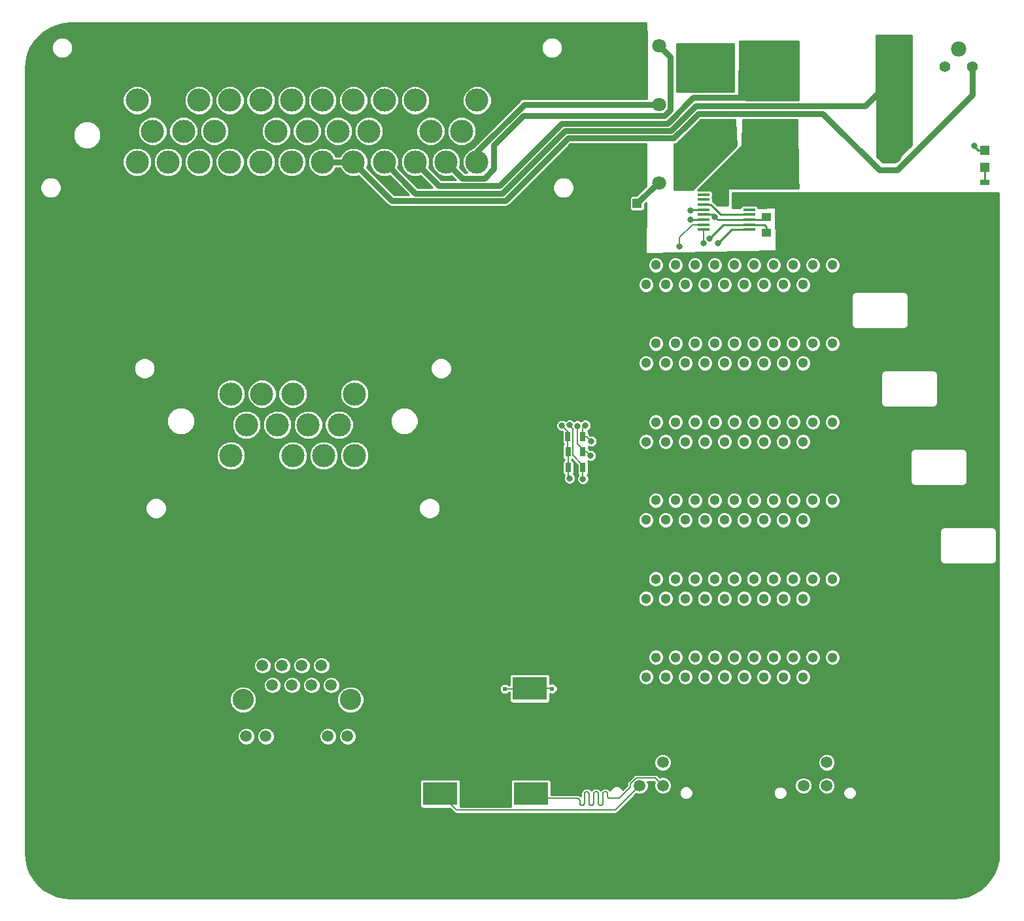
<source format=gtl>
G04 #@! TF.GenerationSoftware,KiCad,Pcbnew,5.0.2-bee76a0~70~ubuntu18.04.1*
G04 #@! TF.CreationDate,2020-02-05T16:33:54-05:00*
G04 #@! TF.ProjectId,LV Interface,4c562049-6e74-4657-9266-6163652e6b69,rev?*
G04 #@! TF.SameCoordinates,Original*
G04 #@! TF.FileFunction,Copper,L1,Top*
G04 #@! TF.FilePolarity,Positive*
%FSLAX46Y46*%
G04 Gerber Fmt 4.6, Leading zero omitted, Abs format (unit mm)*
G04 Created by KiCad (PCBNEW 5.0.2-bee76a0~70~ubuntu18.04.1) date Wed 05 Feb 2020 04:33:54 PM EST*
%MOMM*%
%LPD*%
G01*
G04 APERTURE LIST*
G04 #@! TA.AperFunction,ComponentPad*
%ADD10C,3.000000*%
G04 #@! TD*
G04 #@! TA.AperFunction,SMDPad,CuDef*
%ADD11R,1.200000X1.200000*%
G04 #@! TD*
G04 #@! TA.AperFunction,Conductor*
%ADD12C,0.100000*%
G04 #@! TD*
G04 #@! TA.AperFunction,ComponentPad*
%ADD13C,1.500000*%
G04 #@! TD*
G04 #@! TA.AperFunction,ComponentPad*
%ADD14C,1.300000*%
G04 #@! TD*
G04 #@! TA.AperFunction,ComponentPad*
%ADD15C,1.397000*%
G04 #@! TD*
G04 #@! TA.AperFunction,ComponentPad*
%ADD16C,1.981000*%
G04 #@! TD*
G04 #@! TA.AperFunction,ComponentPad*
%ADD17C,1.800000*%
G04 #@! TD*
G04 #@! TA.AperFunction,ComponentPad*
%ADD18C,2.750000*%
G04 #@! TD*
G04 #@! TA.AperFunction,ComponentPad*
%ADD19C,2.032000*%
G04 #@! TD*
G04 #@! TA.AperFunction,SMDPad,CuDef*
%ADD20R,1.500000X0.450000*%
G04 #@! TD*
G04 #@! TA.AperFunction,SMDPad,CuDef*
%ADD21R,1.250000X1.000000*%
G04 #@! TD*
G04 #@! TA.AperFunction,SMDPad,CuDef*
%ADD22R,1.300000X0.700000*%
G04 #@! TD*
G04 #@! TA.AperFunction,SMDPad,CuDef*
%ADD23R,0.700000X1.300000*%
G04 #@! TD*
G04 #@! TA.AperFunction,SMDPad,CuDef*
%ADD24R,1.778000X2.159000*%
G04 #@! TD*
G04 #@! TA.AperFunction,SMDPad,CuDef*
%ADD25R,4.500000X3.000000*%
G04 #@! TD*
G04 #@! TA.AperFunction,ViaPad*
%ADD26C,0.800000*%
G04 #@! TD*
G04 #@! TA.AperFunction,ViaPad*
%ADD27C,0.609600*%
G04 #@! TD*
G04 #@! TA.AperFunction,Conductor*
%ADD28C,0.762000*%
G04 #@! TD*
G04 #@! TA.AperFunction,Conductor*
%ADD29C,0.254000*%
G04 #@! TD*
G04 #@! TA.AperFunction,Conductor*
%ADD30C,0.152400*%
G04 #@! TD*
G04 #@! TA.AperFunction,Conductor*
%ADD31C,0.250000*%
G04 #@! TD*
G04 APERTURE END LIST*
D10*
G04 #@! TO.P,J1,31*
G04 #@! TO.N,/COOLING PUMP LSD*
X48050000Y-33980000D03*
G04 #@! TO.P,J1,25*
G04 #@! TO.N,/E-STOP-R > BSPD*
X72050000Y-33980000D03*
G04 #@! TO.P,J1,26*
G04 #@! TO.N,/FUSE > E-STOP-L*
X68050000Y-33980000D03*
G04 #@! TO.P,J1,27*
G04 #@! TO.N,/GLVMS>FUSE*
X64050000Y-33980000D03*
G04 #@! TO.P,J1,28*
G04 #@! TO.N,/BATT+*
X60050000Y-33980000D03*
G04 #@! TO.P,J1,29*
X56050000Y-33980000D03*
G04 #@! TO.P,J1,30*
G04 #@! TO.N,GND*
X52050000Y-33980000D03*
G04 #@! TO.P,J1,14*
G04 #@! TO.N,/CAN -*
X70050000Y-29980000D03*
G04 #@! TO.P,J1,15*
G04 #@! TO.N,/12V*
X66050000Y-29980000D03*
G04 #@! TO.P,J1,17*
G04 #@! TO.N,GND*
X58050000Y-29980000D03*
G04 #@! TO.P,J1,16*
X62050000Y-29980000D03*
G04 #@! TO.P,J1,18*
G04 #@! TO.N,/RADIATOR TEMP +*
X54050000Y-29980000D03*
G04 #@! TO.P,J1,19*
G04 #@! TO.N,/RADIATOR TEMP -*
X50050000Y-29980000D03*
G04 #@! TO.P,J1,7*
G04 #@! TO.N,/EXTRA TEMP 3 +*
X52050000Y-25980000D03*
G04 #@! TO.P,J1,6*
G04 #@! TO.N,/EXTRA TEMP 2 -*
X56050000Y-25980000D03*
G04 #@! TO.P,J1,4*
G04 #@! TO.N,/EXTRA TEMP 1 -*
X64050000Y-25980000D03*
G04 #@! TO.P,J1,5*
G04 #@! TO.N,/EXTRA TEMP 2 +*
X60050000Y-25980000D03*
G04 #@! TO.P,J1,3*
G04 #@! TO.N,/EXTRA TEMP 1 +*
X68050000Y-25980000D03*
G04 #@! TO.P,J1,2*
G04 #@! TO.N,/12V*
X72050000Y-25980000D03*
G04 #@! TO.P,J1,24*
G04 #@! TO.N,/BSPD > IS*
X76050000Y-33980000D03*
G04 #@! TO.P,J1,13*
G04 #@! TO.N,/CAN +*
X74050000Y-29980000D03*
G04 #@! TO.P,J1,1*
G04 #@! TO.N,GND*
X76050000Y-25980000D03*
G04 #@! TO.P,J1,8*
G04 #@! TO.N,/EXTRA TEMP 3 -*
X48050000Y-25980000D03*
G04 #@! TO.P,J1,20*
G04 #@! TO.N,/12V*
X46050000Y-29980000D03*
G04 #@! TO.P,J1,32*
G04 #@! TO.N,/MOTOR TEMP +*
X44050000Y-33980000D03*
G04 #@! TO.P,J1,9*
G04 #@! TO.N,/EXTRA TEMP 4 +*
X44050000Y-25980000D03*
G04 #@! TO.P,J1,33*
G04 #@! TO.N,/MOTOR TEMP -*
X40050000Y-33980000D03*
G04 #@! TO.P,J1,21*
G04 #@! TO.N,/CAN +*
X42050000Y-29980000D03*
G04 #@! TO.P,J1,10*
G04 #@! TO.N,/EXTRA TEMP 4 -*
X40050000Y-25980000D03*
G04 #@! TO.P,J1,34*
G04 #@! TO.N,/MC TEMP +*
X36050000Y-33980000D03*
G04 #@! TO.P,J1,22*
G04 #@! TO.N,/CAN -*
X38050000Y-29980000D03*
G04 #@! TO.P,J1,11*
G04 #@! TO.N,/12V*
X36050000Y-25980000D03*
G04 #@! TO.P,J1,35*
G04 #@! TO.N,/MC TEMP -*
X32050000Y-33980000D03*
G04 #@! TO.P,J1,23*
G04 #@! TO.N,GND*
X34050000Y-29980000D03*
G04 #@! TO.P,J1,12*
X32050000Y-25980000D03*
G04 #@! TD*
D11*
G04 #@! TO.P,D1,1*
G04 #@! TO.N,/12V*
X93977000Y-39331900D03*
G04 #@! TO.P,D1,2*
G04 #@! TO.N,/BSPD RELAY LSD*
X96777000Y-39331900D03*
G04 #@! TD*
D10*
G04 #@! TO.P,J2,11*
G04 #@! TO.N,/CAN -*
X48201220Y-64010660D03*
G04 #@! TO.P,J2,12*
G04 #@! TO.N,GND*
X52201220Y-64010660D03*
G04 #@! TO.P,J2,13*
G04 #@! TO.N,/12V*
X56201220Y-64010660D03*
G04 #@! TO.P,J2,14*
G04 #@! TO.N,GND*
X60201220Y-64010660D03*
G04 #@! TO.P,J2,7*
G04 #@! TO.N,/BRAKE PRESSURE +*
X50201220Y-68010660D03*
G04 #@! TO.P,J2,8*
G04 #@! TO.N,/BRAKE PRESSURE SENSE*
X54201220Y-68010660D03*
G04 #@! TO.P,J2,9*
G04 #@! TO.N,/BRAKE PRESSURE -*
X58201220Y-68010660D03*
G04 #@! TO.P,J2,4*
G04 #@! TO.N,/BSPD TEST SWITCH*
X56201220Y-72010660D03*
G04 #@! TO.P,J2,5*
G04 #@! TO.N,/5V*
X60201220Y-72010660D03*
G04 #@! TO.P,J2,3*
G04 #@! TO.N,/BRAKELIGHT LSD*
X52201220Y-72010660D03*
G04 #@! TO.P,J2,2*
G04 #@! TO.N,/12V*
X48201220Y-72010660D03*
G04 #@! TO.P,J2,10*
G04 #@! TO.N,/CAN +*
X44201220Y-64010660D03*
G04 #@! TO.P,J2,6*
G04 #@! TO.N,/BSPD CURRENT SENSE*
X46201220Y-68010660D03*
G04 #@! TO.P,J2,1*
G04 #@! TO.N,GND*
X44201220Y-72010660D03*
G04 #@! TD*
D12*
G04 #@! TO.N,/12V*
G04 #@! TO.C,J3*
G36*
X118850404Y-111003584D02*
X118874673Y-111007184D01*
X118898471Y-111013145D01*
X118921571Y-111021410D01*
X118943749Y-111031900D01*
X118964793Y-111044513D01*
X118984498Y-111059127D01*
X119002677Y-111075603D01*
X119019153Y-111093782D01*
X119033767Y-111113487D01*
X119046380Y-111134531D01*
X119056870Y-111156709D01*
X119065135Y-111179809D01*
X119071096Y-111203607D01*
X119074696Y-111227876D01*
X119075900Y-111252380D01*
X119075900Y-112252380D01*
X119074696Y-112276884D01*
X119071096Y-112301153D01*
X119065135Y-112324951D01*
X119056870Y-112348051D01*
X119046380Y-112370229D01*
X119033767Y-112391273D01*
X119019153Y-112410978D01*
X119002677Y-112429157D01*
X118984498Y-112445633D01*
X118964793Y-112460247D01*
X118943749Y-112472860D01*
X118921571Y-112483350D01*
X118898471Y-112491615D01*
X118874673Y-112497576D01*
X118850404Y-112501176D01*
X118825900Y-112502380D01*
X117825900Y-112502380D01*
X117801396Y-112501176D01*
X117777127Y-112497576D01*
X117753329Y-112491615D01*
X117730229Y-112483350D01*
X117708051Y-112472860D01*
X117687007Y-112460247D01*
X117667302Y-112445633D01*
X117649123Y-112429157D01*
X117632647Y-112410978D01*
X117618033Y-112391273D01*
X117605420Y-112370229D01*
X117594930Y-112348051D01*
X117586665Y-112324951D01*
X117580704Y-112301153D01*
X117577104Y-112276884D01*
X117575900Y-112252380D01*
X117575900Y-111252380D01*
X117577104Y-111227876D01*
X117580704Y-111203607D01*
X117586665Y-111179809D01*
X117594930Y-111156709D01*
X117605420Y-111134531D01*
X117618033Y-111113487D01*
X117632647Y-111093782D01*
X117649123Y-111075603D01*
X117667302Y-111059127D01*
X117687007Y-111044513D01*
X117708051Y-111031900D01*
X117730229Y-111021410D01*
X117753329Y-111013145D01*
X117777127Y-111007184D01*
X117801396Y-111003584D01*
X117825900Y-111002380D01*
X118825900Y-111002380D01*
X118850404Y-111003584D01*
X118850404Y-111003584D01*
G37*
D13*
G04 #@! TD*
G04 #@! TO.P,J3,1*
G04 #@! TO.N,/12V*
X118325900Y-111752380D03*
G04 #@! TO.P,J3,2*
G04 #@! TO.N,GND*
X121325900Y-111752380D03*
G04 #@! TO.P,J3,3*
G04 #@! TO.N,/CAN +*
X118325900Y-114752380D03*
G04 #@! TO.P,J3,4*
G04 #@! TO.N,/CAN -*
X121325900Y-114752380D03*
G04 #@! TD*
D14*
G04 #@! TO.P,J4,20*
G04 #@! TO.N,GND*
X97939860Y-70190360D03*
G04 #@! TO.P,J4,19*
G04 #@! TO.N,/BSPD CURRENT SENSE*
X99209860Y-67650360D03*
G04 #@! TO.P,J4,18*
G04 #@! TO.N,/BSPD > IS*
X100479860Y-70190360D03*
G04 #@! TO.P,J4,17*
G04 #@! TO.N,/BSPD RELAY LSD*
X101749860Y-67650360D03*
G04 #@! TO.P,J4,16*
G04 #@! TO.N,/RJ45 LED O*
X103019860Y-70190360D03*
G04 #@! TO.P,J4,15*
G04 #@! TO.N,/RJ45 LED G*
X104289860Y-67650360D03*
G04 #@! TO.P,J4,14*
G04 #@! TO.N,/BSPD TEST SWITCH*
X105559860Y-70190360D03*
G04 #@! TO.P,J4,13*
G04 #@! TO.N,/BRAKELIGHT LSD*
X106829860Y-67650360D03*
G04 #@! TO.P,J4,12*
G04 #@! TO.N,/BRAKE PRESSURE -*
X108099860Y-70190360D03*
G04 #@! TO.P,J4,11*
G04 #@! TO.N,/BRAKE PRESSURE SENSE*
X109369860Y-67650360D03*
G04 #@! TO.P,J4,10*
G04 #@! TO.N,/BRAKE PRESSURE +*
X110639860Y-70190360D03*
G04 #@! TO.P,J4,9*
G04 #@! TO.N,/RESET*
X111909860Y-67650360D03*
G04 #@! TO.P,J4,8*
G04 #@! TO.N,/SCK*
X113179860Y-70190360D03*
G04 #@! TO.P,J4,6*
G04 #@! TO.N,/MISO*
X115719860Y-70190360D03*
G04 #@! TO.P,J4,4*
G04 #@! TO.N,/CAN -*
X118259860Y-70190360D03*
G04 #@! TO.P,J4,2*
G04 #@! TO.N,/12V*
X120799860Y-70190360D03*
G04 #@! TO.P,J4,7*
G04 #@! TO.N,/MOSI*
X114449860Y-67650360D03*
G04 #@! TO.P,J4,1*
G04 #@! TO.N,GND*
X122069860Y-67650360D03*
G04 #@! TO.P,J4,3*
G04 #@! TO.N,/CAN +*
X119529860Y-67650360D03*
G04 #@! TO.P,J4,5*
G04 #@! TO.N,/5V*
X116989860Y-67650360D03*
G04 #@! TD*
G04 #@! TO.P,J5,5*
G04 #@! TO.N,/5V_GLV*
X116977160Y-77800200D03*
G04 #@! TO.P,J5,3*
G04 #@! TO.N,/CAN +*
X119517160Y-77800200D03*
G04 #@! TO.P,J5,1*
G04 #@! TO.N,GND*
X122057160Y-77800200D03*
G04 #@! TO.P,J5,7*
G04 #@! TO.N,/SCL_GLV*
X114437160Y-77800200D03*
G04 #@! TO.P,J5,2*
G04 #@! TO.N,/12V*
X120787160Y-80340200D03*
G04 #@! TO.P,J5,4*
G04 #@! TO.N,/CAN -*
X118247160Y-80340200D03*
G04 #@! TO.P,J5,6*
G04 #@! TO.N,/SDA_GLV*
X115707160Y-80340200D03*
G04 #@! TO.P,J5,8*
G04 #@! TO.N,/MISO_GLV*
X113167160Y-80340200D03*
G04 #@! TO.P,J5,9*
G04 #@! TO.N,/MOSI_GLV*
X111897160Y-77800200D03*
G04 #@! TO.P,J5,10*
G04 #@! TO.N,/CS_GLV*
X110627160Y-80340200D03*
G04 #@! TO.P,J5,11*
G04 #@! TO.N,/SCK_GLV*
X109357160Y-77800200D03*
G04 #@! TO.P,J5,12*
G04 #@! TO.N,/ALERT_GLV*
X108087160Y-80340200D03*
G04 #@! TO.P,J5,13*
G04 #@! TO.N,GND*
X106817160Y-77800200D03*
G04 #@! TO.P,J5,14*
X105547160Y-80340200D03*
G04 #@! TO.P,J5,15*
X104277160Y-77800200D03*
G04 #@! TO.P,J5,16*
X103007160Y-80340200D03*
G04 #@! TO.P,J5,17*
X101737160Y-77800200D03*
G04 #@! TO.P,J5,18*
X100467160Y-80340200D03*
G04 #@! TO.P,J5,19*
X99197160Y-77800200D03*
G04 #@! TO.P,J5,20*
X97927160Y-80340200D03*
G04 #@! TD*
G04 #@! TO.P,J6,5*
G04 #@! TO.N,/COOLING PUMP LSD*
X116987320Y-57472580D03*
G04 #@! TO.P,J6,3*
G04 #@! TO.N,/CAN +*
X119527320Y-57472580D03*
G04 #@! TO.P,J6,1*
G04 #@! TO.N,GND*
X122067320Y-57472580D03*
G04 #@! TO.P,J6,7*
G04 #@! TO.N,/RADIATOR TEMP -*
X114447320Y-57472580D03*
G04 #@! TO.P,J6,2*
G04 #@! TO.N,/12V*
X120797320Y-60012580D03*
G04 #@! TO.P,J6,4*
G04 #@! TO.N,/CAN -*
X118257320Y-60012580D03*
G04 #@! TO.P,J6,6*
G04 #@! TO.N,/RADIATOR TEMP +*
X115717320Y-60012580D03*
G04 #@! TO.P,J6,8*
G04 #@! TO.N,/MOTOR TEMP +*
X113177320Y-60012580D03*
G04 #@! TO.P,J6,9*
G04 #@! TO.N,/MOTOR TEMP -*
X111907320Y-57472580D03*
G04 #@! TO.P,J6,10*
G04 #@! TO.N,/MC TEMP +*
X110637320Y-60012580D03*
G04 #@! TO.P,J6,11*
G04 #@! TO.N,/MC TEMP -*
X109367320Y-57472580D03*
G04 #@! TO.P,J6,12*
G04 #@! TO.N,/EXTRA TEMP 1 +*
X108097320Y-60012580D03*
G04 #@! TO.P,J6,13*
G04 #@! TO.N,/EXTRA TEMP 1 -*
X106827320Y-57472580D03*
G04 #@! TO.P,J6,14*
G04 #@! TO.N,/EXTRA TEMP 2 +*
X105557320Y-60012580D03*
G04 #@! TO.P,J6,15*
G04 #@! TO.N,/EXTRA TEMP 2 -*
X104287320Y-57472580D03*
G04 #@! TO.P,J6,16*
G04 #@! TO.N,/EXTRA TEMP 3 +*
X103017320Y-60012580D03*
G04 #@! TO.P,J6,17*
G04 #@! TO.N,/EXTRA TEMP 3 -*
X101747320Y-57472580D03*
G04 #@! TO.P,J6,18*
G04 #@! TO.N,/EXTRA TEMP 4 +*
X100477320Y-60012580D03*
G04 #@! TO.P,J6,19*
G04 #@! TO.N,/EXTRA TEMP 4 -*
X99207320Y-57472580D03*
G04 #@! TO.P,J6,20*
G04 #@! TO.N,GND*
X97937320Y-60012580D03*
G04 #@! TD*
G04 #@! TO.P,J7,5*
G04 #@! TO.N,/E-STOP-R > BSPD*
X116984780Y-47320200D03*
G04 #@! TO.P,J7,3*
G04 #@! TO.N,/CAN +*
X119524780Y-47320200D03*
G04 #@! TO.P,J7,1*
G04 #@! TO.N,GND*
X122064780Y-47320200D03*
G04 #@! TO.P,J7,7*
X114444780Y-47320200D03*
G04 #@! TO.P,J7,2*
G04 #@! TO.N,/12V*
X120794780Y-49860200D03*
G04 #@! TO.P,J7,4*
G04 #@! TO.N,/CAN -*
X118254780Y-49860200D03*
G04 #@! TO.P,J7,6*
G04 #@! TO.N,/FUSE > E-STOP-L*
X115714780Y-49860200D03*
G04 #@! TO.P,J7,8*
G04 #@! TO.N,GND*
X113174780Y-49860200D03*
G04 #@! TO.P,J7,9*
X111904780Y-47320200D03*
G04 #@! TO.P,J7,10*
X110634780Y-49860200D03*
G04 #@! TO.P,J7,11*
X109364780Y-47320200D03*
G04 #@! TO.P,J7,12*
X108094780Y-49860200D03*
G04 #@! TO.P,J7,13*
X106824780Y-47320200D03*
G04 #@! TO.P,J7,14*
X105554780Y-49860200D03*
G04 #@! TO.P,J7,15*
X104284780Y-47320200D03*
G04 #@! TO.P,J7,16*
X103014780Y-49860200D03*
G04 #@! TO.P,J7,17*
X101744780Y-47320200D03*
G04 #@! TO.P,J7,18*
X100474780Y-49860200D03*
G04 #@! TO.P,J7,19*
X99204780Y-47320200D03*
G04 #@! TO.P,J7,20*
X97934780Y-49860200D03*
G04 #@! TD*
D15*
G04 #@! TO.P,J8,2*
G04 #@! TO.N,GND*
X136679940Y-21592540D03*
G04 #@! TO.P,J8,1*
G04 #@! TO.N,/BATT+*
X140179940Y-21592540D03*
D16*
G04 #@! TO.P,J8,*
G04 #@! TO.N,*
X138429940Y-19362540D03*
G04 #@! TD*
D14*
G04 #@! TO.P,J9,5*
G04 #@! TO.N,GND*
X116989860Y-98132900D03*
G04 #@! TO.P,J9,3*
G04 #@! TO.N,/CAN +*
X119529860Y-98132900D03*
G04 #@! TO.P,J9,1*
G04 #@! TO.N,GND*
X122069860Y-98132900D03*
G04 #@! TO.P,J9,7*
X114449860Y-98132900D03*
G04 #@! TO.P,J9,2*
G04 #@! TO.N,/12V*
X120799860Y-100672900D03*
G04 #@! TO.P,J9,4*
G04 #@! TO.N,/CAN -*
X118259860Y-100672900D03*
G04 #@! TO.P,J9,6*
G04 #@! TO.N,GND*
X115719860Y-100672900D03*
G04 #@! TO.P,J9,8*
X113179860Y-100672900D03*
G04 #@! TO.P,J9,9*
X111909860Y-98132900D03*
G04 #@! TO.P,J9,10*
X110639860Y-100672900D03*
G04 #@! TO.P,J9,11*
X109369860Y-98132900D03*
G04 #@! TO.P,J9,12*
X108099860Y-100672900D03*
G04 #@! TO.P,J9,13*
X106829860Y-98132900D03*
G04 #@! TO.P,J9,14*
X105559860Y-100672900D03*
G04 #@! TO.P,J9,15*
X104289860Y-98132900D03*
G04 #@! TO.P,J9,16*
X103019860Y-100672900D03*
G04 #@! TO.P,J9,17*
X101749860Y-98132900D03*
G04 #@! TO.P,J9,18*
X100479860Y-100672900D03*
G04 #@! TO.P,J9,19*
X99209860Y-98132900D03*
G04 #@! TO.P,J9,20*
X97939860Y-100672900D03*
G04 #@! TD*
D13*
G04 #@! TO.P,J11,4*
G04 #@! TO.N,/CAN -*
X100119440Y-114739680D03*
G04 #@! TO.P,J11,3*
G04 #@! TO.N,/CAN +*
X97119440Y-114739680D03*
G04 #@! TO.P,J11,2*
G04 #@! TO.N,GND*
X100119440Y-111739680D03*
D12*
G04 #@! TD*
G04 #@! TO.N,/12V*
G04 #@! TO.C,J11*
G36*
X97643944Y-110990884D02*
X97668213Y-110994484D01*
X97692011Y-111000445D01*
X97715111Y-111008710D01*
X97737289Y-111019200D01*
X97758333Y-111031813D01*
X97778038Y-111046427D01*
X97796217Y-111062903D01*
X97812693Y-111081082D01*
X97827307Y-111100787D01*
X97839920Y-111121831D01*
X97850410Y-111144009D01*
X97858675Y-111167109D01*
X97864636Y-111190907D01*
X97868236Y-111215176D01*
X97869440Y-111239680D01*
X97869440Y-112239680D01*
X97868236Y-112264184D01*
X97864636Y-112288453D01*
X97858675Y-112312251D01*
X97850410Y-112335351D01*
X97839920Y-112357529D01*
X97827307Y-112378573D01*
X97812693Y-112398278D01*
X97796217Y-112416457D01*
X97778038Y-112432933D01*
X97758333Y-112447547D01*
X97737289Y-112460160D01*
X97715111Y-112470650D01*
X97692011Y-112478915D01*
X97668213Y-112484876D01*
X97643944Y-112488476D01*
X97619440Y-112489680D01*
X96619440Y-112489680D01*
X96594936Y-112488476D01*
X96570667Y-112484876D01*
X96546869Y-112478915D01*
X96523769Y-112470650D01*
X96501591Y-112460160D01*
X96480547Y-112447547D01*
X96460842Y-112432933D01*
X96442663Y-112416457D01*
X96426187Y-112398278D01*
X96411573Y-112378573D01*
X96398960Y-112357529D01*
X96388470Y-112335351D01*
X96380205Y-112312251D01*
X96374244Y-112288453D01*
X96370644Y-112264184D01*
X96369440Y-112239680D01*
X96369440Y-111239680D01*
X96370644Y-111215176D01*
X96374244Y-111190907D01*
X96380205Y-111167109D01*
X96388470Y-111144009D01*
X96398960Y-111121831D01*
X96411573Y-111100787D01*
X96426187Y-111081082D01*
X96442663Y-111062903D01*
X96460842Y-111046427D01*
X96480547Y-111031813D01*
X96501591Y-111019200D01*
X96523769Y-111008710D01*
X96546869Y-111000445D01*
X96570667Y-110994484D01*
X96594936Y-110990884D01*
X96619440Y-110989680D01*
X97619440Y-110989680D01*
X97643944Y-110990884D01*
X97643944Y-110990884D01*
G37*
D13*
G04 #@! TO.P,J11,1*
G04 #@! TO.N,/12V*
X97119440Y-111739680D03*
G04 #@! TD*
D14*
G04 #@! TO.P,J12,20*
G04 #@! TO.N,GND*
X97927160Y-90515440D03*
G04 #@! TO.P,J12,19*
X99197160Y-87975440D03*
G04 #@! TO.P,J12,18*
X100467160Y-90515440D03*
G04 #@! TO.P,J12,17*
X101737160Y-87975440D03*
G04 #@! TO.P,J12,16*
X103007160Y-90515440D03*
G04 #@! TO.P,J12,15*
X104277160Y-87975440D03*
G04 #@! TO.P,J12,14*
X105547160Y-90515440D03*
G04 #@! TO.P,J12,13*
X106817160Y-87975440D03*
G04 #@! TO.P,J12,12*
X108087160Y-90515440D03*
G04 #@! TO.P,J12,11*
G04 #@! TO.N,/SCK_GLV*
X109357160Y-87975440D03*
G04 #@! TO.P,J12,10*
G04 #@! TO.N,/CS_GLV*
X110627160Y-90515440D03*
G04 #@! TO.P,J12,9*
G04 #@! TO.N,/MOSI_GLV*
X111897160Y-87975440D03*
G04 #@! TO.P,J12,8*
G04 #@! TO.N,/MISO_GLV*
X113167160Y-90515440D03*
G04 #@! TO.P,J12,6*
G04 #@! TO.N,/SDA_GLV*
X115707160Y-90515440D03*
G04 #@! TO.P,J12,4*
G04 #@! TO.N,/CAN -*
X118247160Y-90515440D03*
G04 #@! TO.P,J12,2*
G04 #@! TO.N,/12V*
X120787160Y-90515440D03*
G04 #@! TO.P,J12,7*
G04 #@! TO.N,/SCL_GLV*
X114437160Y-87975440D03*
G04 #@! TO.P,J12,1*
G04 #@! TO.N,GND*
X122057160Y-87975440D03*
G04 #@! TO.P,J12,3*
G04 #@! TO.N,/CAN +*
X119517160Y-87975440D03*
G04 #@! TO.P,J12,5*
G04 #@! TO.N,/5V_GLV*
X116977160Y-87975440D03*
G04 #@! TD*
D17*
G04 #@! TO.P,K1,1*
G04 #@! TO.N,/BSPD RELAY LSD*
X99626420Y-36680140D03*
G04 #@! TO.P,K1,2*
G04 #@! TO.N,/BSPD > IS*
X99626420Y-26520140D03*
G04 #@! TO.P,K1,3*
G04 #@! TO.N,/E-STOP-R > BSPD*
X99626420Y-18900140D03*
G04 #@! TO.P,K1,5*
G04 #@! TO.N,/12V*
X92006420Y-36680140D03*
G04 #@! TD*
D13*
G04 #@! TO.P,U1,12*
G04 #@! TO.N,/RJ45 LED G*
X59268360Y-108364020D03*
G04 #@! TO.P,U1,11*
G04 #@! TO.N,GND*
X56728360Y-108364020D03*
G04 #@! TO.P,U1,9*
X46168360Y-108364020D03*
G04 #@! TO.P,U1,10*
G04 #@! TO.N,/RJ45 LED O*
X48708360Y-108364020D03*
G04 #@! TO.P,U1,1*
G04 #@! TO.N,/CAN -*
X57168360Y-101734020D03*
G04 #@! TO.P,U1,3*
G04 #@! TO.N,/RESET*
X54628360Y-101734020D03*
G04 #@! TO.P,U1,5*
G04 #@! TO.N,/MISO*
X52088360Y-101734020D03*
G04 #@! TO.P,U1,7*
G04 #@! TO.N,/5V*
X49548360Y-101734020D03*
G04 #@! TO.P,U1,2*
G04 #@! TO.N,/CAN +*
X55898360Y-99194020D03*
G04 #@! TO.P,U1,4*
G04 #@! TO.N,/SCK*
X53358360Y-99194020D03*
G04 #@! TO.P,U1,6*
G04 #@! TO.N,/MOSI*
X50818360Y-99194020D03*
G04 #@! TO.P,U1,8*
G04 #@! TO.N,GND*
X48278360Y-99194020D03*
D18*
G04 #@! TO.P,U1,13*
X59668360Y-103614020D03*
G04 #@! TO.P,U1,14*
X45768360Y-103614020D03*
G04 #@! TD*
D19*
G04 #@! TO.P,U2,1*
G04 #@! TO.N,/GLVMS>FUSE*
X130008580Y-29783300D03*
X130008580Y-33183300D03*
G04 #@! TO.P,U2,2*
G04 #@! TO.N,/12V_Fused*
X116508580Y-33183300D03*
X116508580Y-29783300D03*
G04 #@! TD*
G04 #@! TO.P,U3,2*
G04 #@! TO.N,/FUSE > E-STOP-L*
X116409520Y-19663940D03*
X116409520Y-23063940D03*
G04 #@! TO.P,U3,1*
G04 #@! TO.N,/GLVMS>FUSE*
X129909520Y-23063940D03*
X129909520Y-19663940D03*
G04 #@! TD*
D20*
G04 #@! TO.P,U5,16*
G04 #@! TO.N,/12V*
X111301320Y-38202440D03*
G04 #@! TO.P,U5,15*
X111301320Y-38852440D03*
G04 #@! TO.P,U5,14*
X111301320Y-39502440D03*
G04 #@! TO.P,U5,13*
G04 #@! TO.N,Net-(U5-Pad13)*
X111301320Y-40152440D03*
G04 #@! TO.P,U5,12*
G04 #@! TO.N,Net-(U5-Pad1)*
X111301320Y-40802440D03*
G04 #@! TO.P,U5,11*
G04 #@! TO.N,GND*
X111301320Y-41452440D03*
G04 #@! TO.P,U5,10*
G04 #@! TO.N,/5V_GLV*
X111301320Y-42102440D03*
G04 #@! TO.P,U5,9*
G04 #@! TO.N,/SCL_GLV*
X111301320Y-42752440D03*
G04 #@! TO.P,U5,8*
G04 #@! TO.N,/SDA_GLV*
X105401320Y-42752440D03*
G04 #@! TO.P,U5,7*
G04 #@! TO.N,/ALERT_GLV*
X105401320Y-42102440D03*
G04 #@! TO.P,U5,6*
G04 #@! TO.N,GND*
X105401320Y-41452440D03*
G04 #@! TO.P,U5,5*
X105401320Y-40802440D03*
G04 #@! TO.P,U5,4*
X105401320Y-40152440D03*
G04 #@! TO.P,U5,3*
G04 #@! TO.N,Net-(U5-Pad1)*
X105401320Y-39502440D03*
G04 #@! TO.P,U5,2*
X105401320Y-38852440D03*
G04 #@! TO.P,U5,1*
X105401320Y-38202440D03*
G04 #@! TD*
D21*
G04 #@! TO.P,C1,1*
G04 #@! TO.N,GND*
X113489740Y-41114980D03*
G04 #@! TO.P,C1,2*
G04 #@! TO.N,/5V_GLV*
X113489740Y-43114980D03*
G04 #@! TD*
D11*
G04 #@! TO.P,D3,2*
G04 #@! TO.N,Net-(D3-Pad2)*
X141810740Y-34701660D03*
G04 #@! TO.P,D3,1*
G04 #@! TO.N,GND*
X141810740Y-32501660D03*
G04 #@! TD*
D22*
G04 #@! TO.P,R1,1*
G04 #@! TO.N,/12V*
X141765020Y-38536920D03*
G04 #@! TO.P,R1,2*
G04 #@! TO.N,Net-(D3-Pad2)*
X141765020Y-36636920D03*
G04 #@! TD*
D23*
G04 #@! TO.P,R2,2*
G04 #@! TO.N,/5V_GLV*
X87825540Y-69555360D03*
G04 #@! TO.P,R2,1*
G04 #@! TO.N,/ALERT_GLV*
X89725540Y-69555360D03*
G04 #@! TD*
G04 #@! TO.P,R3,1*
G04 #@! TO.N,/5V_GLV*
X87830620Y-71470520D03*
G04 #@! TO.P,R3,2*
G04 #@! TO.N,/SCL_GLV*
X89730620Y-71470520D03*
G04 #@! TD*
G04 #@! TO.P,R4,2*
G04 #@! TO.N,/5V_GLV*
X87863640Y-73560940D03*
G04 #@! TO.P,R4,1*
G04 #@! TO.N,/SDA_GLV*
X89763640Y-73560940D03*
G04 #@! TD*
D24*
G04 #@! TO.P,D2,2*
G04 #@! TO.N,GND*
X107454700Y-30284420D03*
G04 #@! TO.P,D2,1*
G04 #@! TO.N,/12V_Fused*
X111518700Y-30284420D03*
G04 #@! TD*
G04 #@! TO.P,D4,1*
G04 #@! TO.N,/FUSE > E-STOP-L*
X111650780Y-20081240D03*
G04 #@! TO.P,D4,2*
G04 #@! TO.N,GND*
X107586780Y-20081240D03*
G04 #@! TD*
D25*
G04 #@! TO.P,TP1,1*
G04 #@! TO.N,GND*
X82900520Y-102184200D03*
G04 #@! TD*
G04 #@! TO.P,TP2,1*
G04 #@! TO.N,/12V*
X71561960Y-102257860D03*
G04 #@! TD*
G04 #@! TO.P,TP3,1*
G04 #@! TO.N,/CAN +*
X71274940Y-115796060D03*
G04 #@! TD*
G04 #@! TO.P,TP4,1*
G04 #@! TO.N,/CAN -*
X83017360Y-115763040D03*
G04 #@! TD*
D26*
G04 #@! TO.N,GND*
X106840020Y-41064180D03*
X103705660Y-40231060D03*
X103715820Y-41424860D03*
D27*
X104084120Y-30180280D03*
X105343960Y-31432500D03*
X102966520Y-31356300D03*
X104310180Y-32466280D03*
X103068120Y-33787080D03*
X105628440Y-33682940D03*
X104310180Y-34871660D03*
X103225600Y-36088320D03*
X102483920Y-19324320D03*
X105280460Y-19342100D03*
X102552500Y-21127720D03*
X105247440Y-21005800D03*
X102552500Y-22979380D03*
X105384600Y-22946360D03*
X108318300Y-23116540D03*
X106911140Y-24335740D03*
X103959660Y-24198580D03*
X103855520Y-22070060D03*
X103753920Y-20045680D03*
D26*
X140436600Y-31861760D03*
D27*
X85793580Y-102189280D03*
X79659480Y-102201980D03*
D26*
G04 #@! TO.N,/5V_GLV*
X106187240Y-43868340D03*
X87053420Y-68105020D03*
X88056720Y-74927460D03*
G04 #@! TO.N,/SDA_GLV*
X105366820Y-44505880D03*
X88052708Y-68066977D03*
X89763638Y-75018900D03*
G04 #@! TO.N,/SCL_GLV*
X107259120Y-44498260D03*
X89048938Y-68153864D03*
X90764359Y-71991220D03*
G04 #@! TO.N,/ALERT_GLV*
X102306120Y-44871640D03*
X90086180Y-68087240D03*
X90810080Y-70147180D03*
G04 #@! TD*
D28*
G04 #@! TO.N,/BSPD RELAY LSD*
X99428760Y-36680140D02*
X96777000Y-39331900D01*
X99626420Y-36680140D02*
X99428760Y-36680140D01*
G04 #@! TO.N,/E-STOP-R > BSPD*
X100526419Y-19800139D02*
X99626420Y-18900140D01*
X101107421Y-20381141D02*
X100526419Y-19800139D01*
X101107421Y-27227031D02*
X101107421Y-20381141D01*
X100333311Y-28001141D02*
X101107421Y-27227031D01*
X74165940Y-36095940D02*
X77013942Y-36095940D01*
X72050000Y-33980000D02*
X74165940Y-36095940D01*
X77013942Y-36095940D02*
X78247240Y-34862642D01*
X78247240Y-34862642D02*
X78247240Y-31813878D01*
X82059977Y-28001141D02*
X100333311Y-28001141D01*
X78247240Y-31813878D02*
X82059977Y-28001141D01*
G04 #@! TO.N,/FUSE > E-STOP-L*
X68050000Y-33980000D02*
X71127950Y-37057950D01*
X71127950Y-37057950D02*
X78940932Y-37057950D01*
X78940932Y-37057950D02*
X87035731Y-28963151D01*
X98165920Y-28963151D02*
X98993960Y-28963151D01*
X87035731Y-28963151D02*
X98165920Y-28963151D01*
X98165920Y-28963151D02*
X100731789Y-28963151D01*
X116409520Y-19663940D02*
X116409520Y-23063940D01*
X100731789Y-28963151D02*
X104079040Y-25615900D01*
X113857560Y-25615900D02*
X104079040Y-25615900D01*
X116409520Y-23063940D02*
X113857560Y-25615900D01*
D29*
G04 #@! TO.N,GND*
X105401320Y-40802440D02*
X106578280Y-40802440D01*
X106578280Y-40802440D02*
X106840020Y-41064180D01*
X105401320Y-40152440D02*
X103784280Y-40152440D01*
X103784280Y-40152440D02*
X103705660Y-40231060D01*
X105401320Y-41452440D02*
X103743400Y-41452440D01*
X103743400Y-41452440D02*
X103715820Y-41424860D01*
X113152280Y-41452440D02*
X111301320Y-41452440D01*
X113489740Y-41114980D02*
X113152280Y-41452440D01*
X111301320Y-41452440D02*
X107228280Y-41452440D01*
X107228280Y-41452440D02*
X106840020Y-41064180D01*
X141810740Y-32501660D02*
X140956740Y-32501660D01*
X140956740Y-32501660D02*
X140436600Y-31981520D01*
X140436600Y-31981520D02*
X140436600Y-31861760D01*
D30*
X82900520Y-102184200D02*
X85788500Y-102184200D01*
X85788500Y-102184200D02*
X85793580Y-102189280D01*
X82882740Y-102201980D02*
X82900520Y-102184200D01*
X79659480Y-102201980D02*
X82882740Y-102201980D01*
D28*
G04 #@! TO.N,/BSPD > IS*
X82180492Y-26520140D02*
X99626420Y-26520140D01*
X76050000Y-33980000D02*
X76050000Y-32650632D01*
X76050000Y-32650632D02*
X82180492Y-26520140D01*
D31*
G04 #@! TO.N,/5V_GLV*
X106587239Y-43468341D02*
X106187240Y-43868340D01*
X107953140Y-42102440D02*
X106587239Y-43468341D01*
X111301320Y-42102440D02*
X107953140Y-42102440D01*
D29*
X113231200Y-42102440D02*
X113489740Y-42360980D01*
X113489740Y-42360980D02*
X113489740Y-43114980D01*
X111301320Y-42102440D02*
X113231200Y-42102440D01*
D30*
X87858600Y-73540660D02*
X87830620Y-73512680D01*
X87830620Y-72710280D02*
X87830620Y-71470520D01*
X87830620Y-73512680D02*
X87830620Y-72710280D01*
X87802680Y-71442580D02*
X87830620Y-71470520D01*
X87802680Y-69453760D02*
X87802680Y-71442580D01*
X87825540Y-68877140D02*
X87053420Y-68105020D01*
X87825540Y-69555360D02*
X87825540Y-68877140D01*
X87863640Y-74734380D02*
X88056720Y-74927460D01*
X87863640Y-73560940D02*
X87863640Y-74734380D01*
G04 #@! TO.N,/SDA_GLV*
X105401320Y-44471380D02*
X105366820Y-44505880D01*
X105401320Y-42752440D02*
X105401320Y-44471380D01*
X89778840Y-73576140D02*
X89763640Y-73560940D01*
X89763640Y-73260940D02*
X88456821Y-71954121D01*
X88456821Y-68506803D02*
X88052708Y-68102690D01*
X88052708Y-68102690D02*
X88052708Y-68066977D01*
X88456821Y-71954121D02*
X88456821Y-68506803D01*
X89763640Y-73560940D02*
X89763640Y-73260940D01*
X89763640Y-75018898D02*
X89763638Y-75018900D01*
X89763640Y-73560940D02*
X89763640Y-75018898D01*
D31*
G04 #@! TO.N,/SCL_GLV*
X107659119Y-44098261D02*
X107259120Y-44498260D01*
X109004940Y-42752440D02*
X107659119Y-44098261D01*
X111301320Y-42752440D02*
X109004940Y-42752440D01*
D30*
X89048938Y-68719549D02*
X89048938Y-68153864D01*
X89042240Y-68726247D02*
X89048938Y-68719549D01*
X89730620Y-71470520D02*
X89730620Y-71170520D01*
X89042240Y-70482140D02*
X89042240Y-68726247D01*
X89730620Y-71170520D02*
X89042240Y-70482140D01*
X90364360Y-71591221D02*
X90764359Y-71991220D01*
X89730620Y-71470520D02*
X90243659Y-71470520D01*
X90243659Y-71470520D02*
X90364360Y-71591221D01*
G04 #@! TO.N,/ALERT_GLV*
X105401320Y-42102440D02*
X103955162Y-42102440D01*
X102306120Y-43751482D02*
X102306120Y-44305955D01*
X102306120Y-44305955D02*
X102306120Y-44871640D01*
X103955162Y-42102440D02*
X102306120Y-43751482D01*
X89725540Y-68447880D02*
X90086180Y-68087240D01*
X89725540Y-69555360D02*
X89725540Y-68447880D01*
X90227940Y-69555360D02*
X90810080Y-70137500D01*
X90810080Y-70137500D02*
X90810080Y-70147180D01*
X89725540Y-69555360D02*
X90227940Y-69555360D01*
D28*
G04 #@! TO.N,/BATT+*
X79737886Y-38981970D02*
X85892640Y-32827214D01*
X60050000Y-33980000D02*
X65051970Y-38981970D01*
X65051970Y-38981970D02*
X79737886Y-38981970D01*
X85892640Y-32827214D02*
X86099295Y-32620559D01*
X56050000Y-33980000D02*
X60050000Y-33980000D01*
X130460934Y-35024060D02*
X140179940Y-25305054D01*
X140179940Y-22580368D02*
X140179940Y-21592540D01*
X128137920Y-35024060D02*
X130460934Y-35024060D01*
X120799859Y-27685999D02*
X128137920Y-35024060D01*
X140179940Y-25305054D02*
X140179940Y-22580368D01*
X87832682Y-30887172D02*
X101538079Y-30887172D01*
X104739439Y-27685999D02*
X120799859Y-27685999D01*
X85892640Y-32827214D02*
X87832682Y-30887172D01*
X101538079Y-30887172D02*
X103459365Y-28965886D01*
X103459365Y-28965886D02*
X104023822Y-28401617D01*
X104023822Y-28401617D02*
X104739439Y-27685999D01*
D29*
G04 #@! TO.N,Net-(D3-Pad2)*
X141810740Y-34701660D02*
X141810740Y-36591200D01*
D28*
G04 #@! TO.N,/GLVMS>FUSE*
X126275520Y-26697940D02*
X129909520Y-23063940D01*
X68089960Y-38019960D02*
X79339408Y-38019960D01*
X87434205Y-29925162D02*
X101130264Y-29925162D01*
X79339408Y-38019960D02*
X87434205Y-29925162D01*
X101130264Y-29925162D02*
X104357486Y-26697940D01*
X64050000Y-33980000D02*
X68089960Y-38019960D01*
X104357486Y-26697940D02*
X126275520Y-26697940D01*
D30*
G04 #@! TO.N,/CAN -*
X83662601Y-116408281D02*
X83017360Y-115763040D01*
X89056100Y-116408281D02*
X83662601Y-116408281D01*
X89290649Y-116521235D02*
X89243146Y-116473732D01*
X89326390Y-116578116D02*
X89290649Y-116521235D01*
X89385809Y-117132866D02*
X89363621Y-117069457D01*
X89363621Y-117069457D02*
X89356100Y-117002700D01*
X89421550Y-117189747D02*
X89385809Y-117132866D01*
X89469053Y-117237250D02*
X89421550Y-117189747D01*
X89589343Y-117295179D02*
X89525934Y-117272991D01*
X89656100Y-117302700D02*
X89589343Y-117295179D01*
X89722856Y-117295179D02*
X89656100Y-117302700D01*
X89786265Y-117272991D02*
X89722856Y-117295179D01*
X89956100Y-117002700D02*
X89948578Y-117069457D01*
X89956100Y-115813862D02*
X89956100Y-117002700D01*
X89963621Y-115747105D02*
X89956100Y-115813862D01*
X90021550Y-115626815D02*
X89985809Y-115683696D01*
X90125934Y-115543571D02*
X90069053Y-115579312D01*
X90189343Y-115521383D02*
X90125934Y-115543571D01*
X90256100Y-115513862D02*
X90189343Y-115521383D01*
X90322856Y-115521383D02*
X90256100Y-115513862D01*
X90386265Y-115543571D02*
X90322856Y-115521383D01*
X90669053Y-117237250D02*
X90621550Y-117189747D01*
X92326390Y-117132866D02*
X92290649Y-117189747D01*
X90069053Y-115579312D02*
X90021550Y-115626815D01*
X92356100Y-117002700D02*
X92348578Y-117069457D01*
X93021550Y-116295327D02*
X92985809Y-116238446D01*
X92348578Y-117069457D02*
X92326390Y-117132866D01*
X92421550Y-115626815D02*
X92385809Y-115683696D01*
X93069053Y-116342830D02*
X93021550Y-116295327D01*
X89122856Y-116415803D02*
X89056100Y-116408281D01*
X91456100Y-115513862D02*
X91389343Y-115521383D01*
X89926390Y-117132866D02*
X89890649Y-117189747D01*
X92589343Y-115521383D02*
X92525934Y-115543571D01*
X92985809Y-116238446D02*
X92963621Y-116175037D01*
X92786265Y-115543571D02*
X92722856Y-115521383D01*
X92926390Y-115683696D02*
X92890649Y-115626815D01*
X89356100Y-117002700D02*
X89356100Y-116708281D01*
X96672841Y-113761079D02*
X95943420Y-114490500D01*
X92843146Y-115579312D02*
X92786265Y-115543571D01*
X89348578Y-116641525D02*
X89326390Y-116578116D01*
X89843146Y-117237250D02*
X89786265Y-117272991D01*
X92890649Y-115626815D02*
X92843146Y-115579312D01*
X93256100Y-116408281D02*
X93189343Y-116400759D01*
X95943420Y-114934030D02*
X94469169Y-116408281D01*
X89985809Y-115683696D02*
X89963621Y-115747105D01*
X93125934Y-116378571D02*
X93069053Y-116342830D01*
X100119440Y-114739680D02*
X99140839Y-113761079D01*
X89186265Y-116437991D02*
X89122856Y-116415803D01*
X92122856Y-117295179D02*
X92056100Y-117302700D01*
X91869053Y-117237250D02*
X91821550Y-117189747D01*
X91748578Y-115747105D02*
X91726390Y-115683696D01*
X92363621Y-115747105D02*
X92356100Y-115813862D01*
X94469169Y-116408281D02*
X93256100Y-116408281D01*
X92469053Y-115579312D02*
X92421550Y-115626815D01*
X92722856Y-115521383D02*
X92656100Y-115513862D01*
X91389343Y-115521383D02*
X91325934Y-115543571D01*
X95943420Y-114490500D02*
X95943420Y-114934030D01*
X99140839Y-113761079D02*
X96672841Y-113761079D01*
X89356100Y-116708281D02*
X89348578Y-116641525D01*
X91126390Y-117132866D02*
X91090649Y-117189747D01*
X93189343Y-116400759D02*
X93125934Y-116378571D01*
X90556100Y-117002700D02*
X90556100Y-115813862D01*
X90526390Y-115683696D02*
X90490649Y-115626815D01*
X92963621Y-116175037D02*
X92956100Y-116108281D01*
X92956100Y-115813862D02*
X92948578Y-115747105D01*
X92186265Y-117272991D02*
X92122856Y-117295179D01*
X92356100Y-115813862D02*
X92356100Y-117002700D01*
X90556100Y-115813862D02*
X90548578Y-115747105D01*
X91726390Y-115683696D02*
X91690649Y-115626815D01*
X91221550Y-115626815D02*
X91185809Y-115683696D01*
X92525934Y-115543571D02*
X92469053Y-115579312D01*
X92956100Y-116108281D02*
X92956100Y-115813862D01*
X92948578Y-115747105D02*
X92926390Y-115683696D01*
X90585809Y-117132866D02*
X90563621Y-117069457D01*
X92056100Y-117302700D02*
X91989343Y-117295179D01*
X91989343Y-117295179D02*
X91925934Y-117272991D01*
X91785809Y-117132866D02*
X91763621Y-117069457D01*
X91925934Y-117272991D02*
X91869053Y-117237250D01*
X89525934Y-117272991D02*
X89469053Y-117237250D01*
X91156100Y-117002700D02*
X91148578Y-117069457D01*
X90986265Y-117272991D02*
X90922856Y-117295179D01*
X91821550Y-117189747D02*
X91785809Y-117132866D01*
X91763621Y-117069457D02*
X91756100Y-117002700D01*
X91756100Y-117002700D02*
X91756100Y-115813862D01*
X91185809Y-115683696D02*
X91163621Y-115747105D01*
X89890649Y-117189747D02*
X89843146Y-117237250D01*
X89948578Y-117069457D02*
X89926390Y-117132866D01*
X90490649Y-115626815D02*
X90443146Y-115579312D01*
X91756100Y-115813862D02*
X91748578Y-115747105D01*
X91690649Y-115626815D02*
X91643146Y-115579312D01*
X91643146Y-115579312D02*
X91586265Y-115543571D01*
X91586265Y-115543571D02*
X91522856Y-115521383D01*
X91522856Y-115521383D02*
X91456100Y-115513862D01*
X92243146Y-117237250D02*
X92186265Y-117272991D01*
X91325934Y-115543571D02*
X91269053Y-115579312D01*
X90922856Y-117295179D02*
X90856100Y-117302700D01*
X91269053Y-115579312D02*
X91221550Y-115626815D01*
X91163621Y-115747105D02*
X91156100Y-115813862D01*
X90789343Y-117295179D02*
X90725934Y-117272991D01*
X89243146Y-116473732D02*
X89186265Y-116437991D01*
X92290649Y-117189747D02*
X92243146Y-117237250D01*
X91156100Y-115813862D02*
X91156100Y-117002700D01*
X91148578Y-117069457D02*
X91126390Y-117132866D01*
X90443146Y-115579312D02*
X90386265Y-115543571D01*
X90856100Y-117302700D02*
X90789343Y-117295179D01*
X91090649Y-117189747D02*
X91043146Y-117237250D01*
X92385809Y-115683696D02*
X92363621Y-115747105D01*
X92656100Y-115513862D02*
X92589343Y-115521383D01*
X90725934Y-117272991D02*
X90669053Y-117237250D01*
X91043146Y-117237250D02*
X90986265Y-117272991D01*
X90621550Y-117189747D02*
X90585809Y-117132866D01*
X90563621Y-117069457D02*
X90556100Y-117002700D01*
X90548578Y-115747105D02*
X90526390Y-115683696D01*
G04 #@! TO.N,/CAN +*
X73406000Y-117927120D02*
X71274940Y-115796060D01*
X97119440Y-114739680D02*
X93932000Y-117927120D01*
X93932000Y-117927120D02*
X73406000Y-117927120D01*
D29*
G04 #@! TO.N,Net-(U5-Pad1)*
X106314922Y-39502440D02*
X105401320Y-39502440D01*
X107614922Y-40802440D02*
X106314922Y-39502440D01*
X111301320Y-40802440D02*
X107614922Y-40802440D01*
G04 #@! TD*
G04 #@! TO.N,/GLVMS>FUSE*
G36*
X132279965Y-17577509D02*
X132297539Y-31750615D01*
X130040094Y-34008060D01*
X128558761Y-34008060D01*
X127852367Y-33301666D01*
X127784480Y-17576682D01*
X132279965Y-17577509D01*
X132279965Y-17577509D01*
G37*
X132279965Y-17577509D02*
X132297539Y-31750615D01*
X130040094Y-34008060D01*
X128558761Y-34008060D01*
X127852367Y-33301666D01*
X127784480Y-17576682D01*
X132279965Y-17577509D01*
G04 #@! TO.N,/12V*
G36*
X97965260Y-16833850D02*
X97979170Y-16891640D01*
X98038758Y-17008248D01*
X97992387Y-25758140D01*
X82255535Y-25758140D01*
X82180492Y-25743213D01*
X82105449Y-25758140D01*
X82105444Y-25758140D01*
X81883175Y-25802352D01*
X81631121Y-25970769D01*
X81588610Y-26034391D01*
X75564251Y-32058751D01*
X75500630Y-32101261D01*
X75458119Y-32164883D01*
X75458118Y-32164884D01*
X75435666Y-32198486D01*
X74984499Y-32385365D01*
X74455365Y-32914499D01*
X74169000Y-33605846D01*
X74169000Y-34354154D01*
X74455365Y-35045501D01*
X74743804Y-35333940D01*
X74481571Y-35333940D01*
X73805286Y-34657655D01*
X73931000Y-34354154D01*
X73931000Y-33605846D01*
X73644635Y-32914499D01*
X73115501Y-32385365D01*
X72424154Y-32099000D01*
X71675846Y-32099000D01*
X70984499Y-32385365D01*
X70455365Y-32914499D01*
X70169000Y-33605846D01*
X70169000Y-34354154D01*
X70455365Y-35045501D01*
X70984499Y-35574635D01*
X71675846Y-35861000D01*
X72424154Y-35861000D01*
X72727655Y-35735286D01*
X73288319Y-36295950D01*
X71443581Y-36295950D01*
X69805286Y-34657655D01*
X69931000Y-34354154D01*
X69931000Y-33605846D01*
X69644635Y-32914499D01*
X69115501Y-32385365D01*
X68424154Y-32099000D01*
X67675846Y-32099000D01*
X66984499Y-32385365D01*
X66455365Y-32914499D01*
X66169000Y-33605846D01*
X66169000Y-34354154D01*
X66455365Y-35045501D01*
X66984499Y-35574635D01*
X67675846Y-35861000D01*
X68424154Y-35861000D01*
X68727655Y-35735286D01*
X70250329Y-37257960D01*
X68405591Y-37257960D01*
X65805286Y-34657655D01*
X65931000Y-34354154D01*
X65931000Y-33605846D01*
X65644635Y-32914499D01*
X65115501Y-32385365D01*
X64424154Y-32099000D01*
X63675846Y-32099000D01*
X62984499Y-32385365D01*
X62455365Y-32914499D01*
X62169000Y-33605846D01*
X62169000Y-34354154D01*
X62455365Y-35045501D01*
X62984499Y-35574635D01*
X63675846Y-35861000D01*
X64424154Y-35861000D01*
X64727655Y-35735286D01*
X67212339Y-38219970D01*
X65367601Y-38219970D01*
X61805286Y-34657655D01*
X61931000Y-34354154D01*
X61931000Y-33605846D01*
X61644635Y-32914499D01*
X61115501Y-32385365D01*
X60424154Y-32099000D01*
X59675846Y-32099000D01*
X58984499Y-32385365D01*
X58455365Y-32914499D01*
X58329651Y-33218000D01*
X57770349Y-33218000D01*
X57644635Y-32914499D01*
X57115501Y-32385365D01*
X56424154Y-32099000D01*
X55675846Y-32099000D01*
X54984499Y-32385365D01*
X54455365Y-32914499D01*
X54169000Y-33605846D01*
X54169000Y-34354154D01*
X54455365Y-35045501D01*
X54984499Y-35574635D01*
X55675846Y-35861000D01*
X56424154Y-35861000D01*
X57115501Y-35574635D01*
X57644635Y-35045501D01*
X57770349Y-34742000D01*
X58329651Y-34742000D01*
X58455365Y-35045501D01*
X58984499Y-35574635D01*
X59675846Y-35861000D01*
X60424154Y-35861000D01*
X60727655Y-35735286D01*
X64460088Y-39467719D01*
X64502599Y-39531341D01*
X64754653Y-39699758D01*
X64976922Y-39743970D01*
X64976923Y-39743970D01*
X65051970Y-39758898D01*
X65127017Y-39743970D01*
X79662843Y-39743970D01*
X79737886Y-39758897D01*
X79812929Y-39743970D01*
X79812934Y-39743970D01*
X80035203Y-39699758D01*
X80287257Y-39531341D01*
X80329770Y-39467716D01*
X82792183Y-37005302D01*
X85869000Y-37005302D01*
X85869000Y-37554698D01*
X86079245Y-38062273D01*
X86467727Y-38450755D01*
X86975302Y-38661000D01*
X87524698Y-38661000D01*
X88032273Y-38450755D01*
X88420755Y-38062273D01*
X88631000Y-37554698D01*
X88631000Y-37005302D01*
X88420755Y-36497727D01*
X88032273Y-36109245D01*
X87524698Y-35899000D01*
X86975302Y-35899000D01*
X86467727Y-36109245D01*
X86079245Y-36497727D01*
X85869000Y-37005302D01*
X82792183Y-37005302D01*
X86484522Y-33312963D01*
X86484524Y-33312960D01*
X88148313Y-31649172D01*
X97961166Y-31649172D01*
X97932284Y-37098985D01*
X96687834Y-38343436D01*
X96177000Y-38343436D01*
X96028341Y-38373006D01*
X95902314Y-38457214D01*
X95818106Y-38583241D01*
X95788536Y-38731900D01*
X95788536Y-39931900D01*
X95818106Y-40080559D01*
X95902314Y-40206586D01*
X96028341Y-40290794D01*
X96177000Y-40320364D01*
X97377000Y-40320364D01*
X97525659Y-40290794D01*
X97651686Y-40206586D01*
X97735894Y-40080559D01*
X97765464Y-39931900D01*
X97765464Y-39421066D01*
X97920801Y-39265729D01*
X97886522Y-45733932D01*
X97895931Y-45782583D01*
X97923243Y-45823930D01*
X97964298Y-45851678D01*
X98016304Y-45861574D01*
X114666004Y-45496449D01*
X114714382Y-45485719D01*
X114754970Y-45457292D01*
X114781590Y-45415497D01*
X114790216Y-45368522D01*
X114749576Y-39981182D01*
X114739543Y-39932655D01*
X114711703Y-39891663D01*
X114670294Y-39864444D01*
X114621023Y-39855150D01*
X112430747Y-39882006D01*
X112410214Y-39778781D01*
X112326006Y-39652754D01*
X112199979Y-39568546D01*
X112051320Y-39538976D01*
X110551320Y-39538976D01*
X110402661Y-39568546D01*
X110276634Y-39652754D01*
X110192426Y-39778781D01*
X110166371Y-39909771D01*
X109154868Y-39922174D01*
X109130193Y-37990780D01*
X143618281Y-37990780D01*
X143618280Y-123432724D01*
X143544554Y-124369500D01*
X143329616Y-125264781D01*
X142977272Y-126115415D01*
X142496197Y-126900457D01*
X141898238Y-127600578D01*
X141198118Y-128198537D01*
X140413075Y-128679612D01*
X139562442Y-129031956D01*
X138667159Y-129246894D01*
X137730384Y-129320620D01*
X23468176Y-129320620D01*
X22531400Y-129246894D01*
X21636119Y-129031956D01*
X20785485Y-128679612D01*
X20000443Y-128198537D01*
X19300322Y-127600578D01*
X18702363Y-126900458D01*
X18221288Y-126115415D01*
X17868944Y-125264782D01*
X17654006Y-124369499D01*
X17580280Y-123432724D01*
X17580280Y-114296060D01*
X68636476Y-114296060D01*
X68636476Y-117296060D01*
X68666046Y-117444719D01*
X68750254Y-117570746D01*
X68876281Y-117654954D01*
X69024940Y-117684524D01*
X72516825Y-117684524D01*
X73050870Y-118218569D01*
X73076377Y-118256743D01*
X73114551Y-118282250D01*
X73227609Y-118357793D01*
X73406000Y-118393277D01*
X73451030Y-118384320D01*
X93886970Y-118384320D01*
X93932000Y-118393277D01*
X93977030Y-118384320D01*
X94110391Y-118357793D01*
X94261623Y-118256743D01*
X94287132Y-118218566D01*
X96711010Y-115794689D01*
X96894470Y-115870680D01*
X97344410Y-115870680D01*
X97760100Y-115698496D01*
X98078256Y-115380340D01*
X98250440Y-114964650D01*
X98250440Y-114514710D01*
X98127655Y-114218279D01*
X98951461Y-114218279D01*
X99064432Y-114331250D01*
X98988440Y-114514710D01*
X98988440Y-114964650D01*
X99160624Y-115380340D01*
X99478780Y-115698496D01*
X99894470Y-115870680D01*
X100344410Y-115870680D01*
X100760100Y-115698496D01*
X100954158Y-115504438D01*
X102238440Y-115504438D01*
X102238440Y-115854922D01*
X102372564Y-116178727D01*
X102620393Y-116426556D01*
X102944198Y-116560680D01*
X103294682Y-116560680D01*
X103618487Y-116426556D01*
X103866316Y-116178727D01*
X104000440Y-115854922D01*
X104000440Y-115517138D01*
X114444900Y-115517138D01*
X114444900Y-115867622D01*
X114579024Y-116191427D01*
X114826853Y-116439256D01*
X115150658Y-116573380D01*
X115501142Y-116573380D01*
X115824947Y-116439256D01*
X116072776Y-116191427D01*
X116206900Y-115867622D01*
X116206900Y-115517138D01*
X116072776Y-115193333D01*
X115824947Y-114945504D01*
X115501142Y-114811380D01*
X115150658Y-114811380D01*
X114826853Y-114945504D01*
X114579024Y-115193333D01*
X114444900Y-115517138D01*
X104000440Y-115517138D01*
X104000440Y-115504438D01*
X103866316Y-115180633D01*
X103618487Y-114932804D01*
X103294682Y-114798680D01*
X102944198Y-114798680D01*
X102620393Y-114932804D01*
X102372564Y-115180633D01*
X102238440Y-115504438D01*
X100954158Y-115504438D01*
X101078256Y-115380340D01*
X101250440Y-114964650D01*
X101250440Y-114527410D01*
X117194900Y-114527410D01*
X117194900Y-114977350D01*
X117367084Y-115393040D01*
X117685240Y-115711196D01*
X118100930Y-115883380D01*
X118550870Y-115883380D01*
X118966560Y-115711196D01*
X119284716Y-115393040D01*
X119456900Y-114977350D01*
X119456900Y-114527410D01*
X120194900Y-114527410D01*
X120194900Y-114977350D01*
X120367084Y-115393040D01*
X120685240Y-115711196D01*
X121100930Y-115883380D01*
X121550870Y-115883380D01*
X121966560Y-115711196D01*
X122160618Y-115517138D01*
X123444900Y-115517138D01*
X123444900Y-115867622D01*
X123579024Y-116191427D01*
X123826853Y-116439256D01*
X124150658Y-116573380D01*
X124501142Y-116573380D01*
X124824947Y-116439256D01*
X125072776Y-116191427D01*
X125206900Y-115867622D01*
X125206900Y-115517138D01*
X125072776Y-115193333D01*
X124824947Y-114945504D01*
X124501142Y-114811380D01*
X124150658Y-114811380D01*
X123826853Y-114945504D01*
X123579024Y-115193333D01*
X123444900Y-115517138D01*
X122160618Y-115517138D01*
X122284716Y-115393040D01*
X122456900Y-114977350D01*
X122456900Y-114527410D01*
X122284716Y-114111720D01*
X121966560Y-113793564D01*
X121550870Y-113621380D01*
X121100930Y-113621380D01*
X120685240Y-113793564D01*
X120367084Y-114111720D01*
X120194900Y-114527410D01*
X119456900Y-114527410D01*
X119284716Y-114111720D01*
X118966560Y-113793564D01*
X118550870Y-113621380D01*
X118100930Y-113621380D01*
X117685240Y-113793564D01*
X117367084Y-114111720D01*
X117194900Y-114527410D01*
X101250440Y-114527410D01*
X101250440Y-114514710D01*
X101078256Y-114099020D01*
X100760100Y-113780864D01*
X100344410Y-113608680D01*
X99894470Y-113608680D01*
X99711010Y-113684672D01*
X99495971Y-113469633D01*
X99470462Y-113431456D01*
X99319230Y-113330406D01*
X99185869Y-113303879D01*
X99140839Y-113294922D01*
X99095809Y-113303879D01*
X96717870Y-113303879D01*
X96672840Y-113294922D01*
X96494450Y-113330406D01*
X96343218Y-113431456D01*
X96317711Y-113469630D01*
X95651974Y-114135368D01*
X95613797Y-114160877D01*
X95538530Y-114273523D01*
X95512747Y-114312110D01*
X95477263Y-114490500D01*
X95486220Y-114535531D01*
X95486221Y-114744651D01*
X94920186Y-115310686D01*
X94866316Y-115180633D01*
X94618487Y-114932804D01*
X94294682Y-114798680D01*
X93944198Y-114798680D01*
X93620393Y-114932804D01*
X93372564Y-115180633D01*
X93285065Y-115391874D01*
X93273975Y-115373073D01*
X93268662Y-115369075D01*
X93253812Y-115345441D01*
X93249370Y-115340742D01*
X93245778Y-115335367D01*
X93226041Y-115315630D01*
X93223326Y-115309562D01*
X93190980Y-115278981D01*
X93160399Y-115246635D01*
X93154332Y-115243920D01*
X93134594Y-115224182D01*
X93129215Y-115220588D01*
X93124520Y-115216149D01*
X93100886Y-115201299D01*
X93096888Y-115195986D01*
X93058547Y-115173369D01*
X93021536Y-115148639D01*
X93015015Y-115147342D01*
X92991383Y-115132493D01*
X92985346Y-115130189D01*
X92979773Y-115126901D01*
X92953422Y-115117680D01*
X92948341Y-115113390D01*
X92905923Y-115099871D01*
X92864350Y-115084001D01*
X92857705Y-115084187D01*
X92831357Y-115074968D01*
X92824953Y-115074064D01*
X92818788Y-115072099D01*
X92791056Y-115068975D01*
X92785153Y-115065925D01*
X92740804Y-115062184D01*
X92696720Y-115055960D01*
X92690282Y-115057621D01*
X92662539Y-115054495D01*
X92656100Y-115055038D01*
X92649661Y-115054495D01*
X92621917Y-115057621D01*
X92615479Y-115055960D01*
X92571394Y-115062184D01*
X92527047Y-115065925D01*
X92521145Y-115068974D01*
X92493411Y-115072099D01*
X92487246Y-115074064D01*
X92480842Y-115074968D01*
X92454494Y-115084187D01*
X92447849Y-115084001D01*
X92406271Y-115099872D01*
X92363858Y-115113390D01*
X92358777Y-115117680D01*
X92332426Y-115126901D01*
X92326857Y-115130186D01*
X92320816Y-115132492D01*
X92297182Y-115147342D01*
X92290663Y-115148639D01*
X92253656Y-115173367D01*
X92215311Y-115195986D01*
X92211313Y-115201299D01*
X92187679Y-115216149D01*
X92182980Y-115220591D01*
X92177605Y-115224183D01*
X92157868Y-115243920D01*
X92151800Y-115246635D01*
X92121219Y-115278981D01*
X92088873Y-115309562D01*
X92086158Y-115315629D01*
X92066420Y-115335367D01*
X92062826Y-115340746D01*
X92058387Y-115345441D01*
X92056100Y-115349081D01*
X92053812Y-115345441D01*
X92049370Y-115340742D01*
X92045778Y-115335367D01*
X92026041Y-115315630D01*
X92023326Y-115309562D01*
X91990980Y-115278981D01*
X91960399Y-115246635D01*
X91954332Y-115243920D01*
X91934594Y-115224182D01*
X91929215Y-115220588D01*
X91924520Y-115216149D01*
X91900886Y-115201299D01*
X91896888Y-115195986D01*
X91858547Y-115173369D01*
X91821536Y-115148639D01*
X91815015Y-115147342D01*
X91791383Y-115132493D01*
X91785346Y-115130189D01*
X91779773Y-115126901D01*
X91753422Y-115117680D01*
X91748341Y-115113390D01*
X91705923Y-115099871D01*
X91664350Y-115084001D01*
X91657705Y-115084187D01*
X91631357Y-115074968D01*
X91624953Y-115074064D01*
X91618788Y-115072099D01*
X91591056Y-115068975D01*
X91585153Y-115065925D01*
X91540804Y-115062184D01*
X91496720Y-115055960D01*
X91490282Y-115057621D01*
X91462539Y-115054495D01*
X91456100Y-115055038D01*
X91449661Y-115054495D01*
X91421917Y-115057621D01*
X91415479Y-115055960D01*
X91371394Y-115062184D01*
X91327047Y-115065925D01*
X91321145Y-115068974D01*
X91293411Y-115072099D01*
X91287246Y-115074064D01*
X91280842Y-115074968D01*
X91254494Y-115084187D01*
X91247849Y-115084001D01*
X91206271Y-115099872D01*
X91163858Y-115113390D01*
X91158777Y-115117680D01*
X91132426Y-115126901D01*
X91126857Y-115130186D01*
X91120816Y-115132492D01*
X91097182Y-115147342D01*
X91090663Y-115148639D01*
X91053656Y-115173367D01*
X91015311Y-115195986D01*
X91011313Y-115201299D01*
X90987679Y-115216149D01*
X90982980Y-115220591D01*
X90977605Y-115224183D01*
X90957868Y-115243920D01*
X90951800Y-115246635D01*
X90921219Y-115278981D01*
X90888873Y-115309562D01*
X90886158Y-115315629D01*
X90866420Y-115335367D01*
X90862826Y-115340746D01*
X90858387Y-115345441D01*
X90856100Y-115349081D01*
X90853812Y-115345441D01*
X90849370Y-115340742D01*
X90845778Y-115335367D01*
X90826041Y-115315630D01*
X90823326Y-115309562D01*
X90790980Y-115278981D01*
X90760399Y-115246635D01*
X90754332Y-115243920D01*
X90734594Y-115224182D01*
X90729215Y-115220588D01*
X90724520Y-115216149D01*
X90700886Y-115201299D01*
X90696888Y-115195986D01*
X90658547Y-115173369D01*
X90621536Y-115148639D01*
X90615015Y-115147342D01*
X90591383Y-115132493D01*
X90585346Y-115130189D01*
X90579773Y-115126901D01*
X90553422Y-115117680D01*
X90548341Y-115113390D01*
X90505923Y-115099871D01*
X90464350Y-115084001D01*
X90457705Y-115084187D01*
X90431357Y-115074968D01*
X90424953Y-115074064D01*
X90418788Y-115072099D01*
X90391056Y-115068975D01*
X90385153Y-115065925D01*
X90340804Y-115062184D01*
X90296720Y-115055960D01*
X90290282Y-115057621D01*
X90262539Y-115054495D01*
X90256100Y-115055038D01*
X90249661Y-115054495D01*
X90221917Y-115057621D01*
X90215479Y-115055960D01*
X90171394Y-115062184D01*
X90127047Y-115065925D01*
X90121145Y-115068974D01*
X90093411Y-115072099D01*
X90087246Y-115074064D01*
X90080842Y-115074968D01*
X90054494Y-115084187D01*
X90047849Y-115084001D01*
X90006271Y-115099872D01*
X89963858Y-115113390D01*
X89958777Y-115117680D01*
X89932426Y-115126901D01*
X89926857Y-115130186D01*
X89920816Y-115132492D01*
X89897182Y-115147342D01*
X89890663Y-115148639D01*
X89853656Y-115173367D01*
X89815311Y-115195986D01*
X89811313Y-115201299D01*
X89787679Y-115216149D01*
X89782980Y-115220591D01*
X89777605Y-115224183D01*
X89757868Y-115243920D01*
X89751800Y-115246635D01*
X89721219Y-115278981D01*
X89688873Y-115309562D01*
X89686158Y-115315629D01*
X89666420Y-115335367D01*
X89662826Y-115340746D01*
X89658387Y-115345441D01*
X89643537Y-115369075D01*
X89638224Y-115373073D01*
X89615607Y-115411414D01*
X89590877Y-115448425D01*
X89589580Y-115454946D01*
X89574731Y-115478578D01*
X89572427Y-115484615D01*
X89569139Y-115490188D01*
X89559918Y-115516541D01*
X89555628Y-115521621D01*
X89542111Y-115564033D01*
X89526239Y-115605611D01*
X89526425Y-115612256D01*
X89517206Y-115638604D01*
X89516302Y-115645010D01*
X89514337Y-115651174D01*
X89510013Y-115689554D01*
X89498198Y-115773241D01*
X89498900Y-115775962D01*
X89498900Y-115788190D01*
X89496733Y-115807424D01*
X89498900Y-115833112D01*
X89498900Y-116093080D01*
X89496888Y-116090406D01*
X89458547Y-116067789D01*
X89421536Y-116043059D01*
X89415015Y-116041762D01*
X89391383Y-116026913D01*
X89385346Y-116024609D01*
X89379773Y-116021321D01*
X89353426Y-116012102D01*
X89348347Y-116007813D01*
X89305934Y-115994295D01*
X89264350Y-115978421D01*
X89257705Y-115978607D01*
X89231357Y-115969388D01*
X89224954Y-115968484D01*
X89218795Y-115966521D01*
X89180427Y-115962198D01*
X89096720Y-115950380D01*
X89094002Y-115951081D01*
X89081769Y-115951081D01*
X89062546Y-115948915D01*
X89036863Y-115951081D01*
X85655824Y-115951081D01*
X85655824Y-114263040D01*
X85626254Y-114114381D01*
X85542046Y-113988354D01*
X85416019Y-113904146D01*
X85267360Y-113874576D01*
X80767360Y-113874576D01*
X80618701Y-113904146D01*
X80492674Y-113988354D01*
X80408466Y-114114381D01*
X80378896Y-114263040D01*
X80378896Y-117263040D01*
X80408466Y-117411699D01*
X80447368Y-117469920D01*
X73866995Y-117469920D01*
X73883834Y-117444719D01*
X73913404Y-117296060D01*
X73913404Y-114296060D01*
X73883834Y-114147401D01*
X73799626Y-114021374D01*
X73673599Y-113937166D01*
X73524940Y-113907596D01*
X69024940Y-113907596D01*
X68876281Y-113937166D01*
X68750254Y-114021374D01*
X68666046Y-114147401D01*
X68636476Y-114296060D01*
X17580280Y-114296060D01*
X17580280Y-111514710D01*
X98988440Y-111514710D01*
X98988440Y-111964650D01*
X99160624Y-112380340D01*
X99478780Y-112698496D01*
X99894470Y-112870680D01*
X100344410Y-112870680D01*
X100760100Y-112698496D01*
X101078256Y-112380340D01*
X101250440Y-111964650D01*
X101250440Y-111527410D01*
X120194900Y-111527410D01*
X120194900Y-111977350D01*
X120367084Y-112393040D01*
X120685240Y-112711196D01*
X121100930Y-112883380D01*
X121550870Y-112883380D01*
X121966560Y-112711196D01*
X122284716Y-112393040D01*
X122456900Y-111977350D01*
X122456900Y-111527410D01*
X122284716Y-111111720D01*
X121966560Y-110793564D01*
X121550870Y-110621380D01*
X121100930Y-110621380D01*
X120685240Y-110793564D01*
X120367084Y-111111720D01*
X120194900Y-111527410D01*
X101250440Y-111527410D01*
X101250440Y-111514710D01*
X101078256Y-111099020D01*
X100760100Y-110780864D01*
X100344410Y-110608680D01*
X99894470Y-110608680D01*
X99478780Y-110780864D01*
X99160624Y-111099020D01*
X98988440Y-111514710D01*
X17580280Y-111514710D01*
X17580280Y-108139050D01*
X45037360Y-108139050D01*
X45037360Y-108588990D01*
X45209544Y-109004680D01*
X45527700Y-109322836D01*
X45943390Y-109495020D01*
X46393330Y-109495020D01*
X46809020Y-109322836D01*
X47127176Y-109004680D01*
X47299360Y-108588990D01*
X47299360Y-108139050D01*
X47577360Y-108139050D01*
X47577360Y-108588990D01*
X47749544Y-109004680D01*
X48067700Y-109322836D01*
X48483390Y-109495020D01*
X48933330Y-109495020D01*
X49349020Y-109322836D01*
X49667176Y-109004680D01*
X49839360Y-108588990D01*
X49839360Y-108139050D01*
X55597360Y-108139050D01*
X55597360Y-108588990D01*
X55769544Y-109004680D01*
X56087700Y-109322836D01*
X56503390Y-109495020D01*
X56953330Y-109495020D01*
X57369020Y-109322836D01*
X57687176Y-109004680D01*
X57859360Y-108588990D01*
X57859360Y-108139050D01*
X58137360Y-108139050D01*
X58137360Y-108588990D01*
X58309544Y-109004680D01*
X58627700Y-109322836D01*
X59043390Y-109495020D01*
X59493330Y-109495020D01*
X59909020Y-109322836D01*
X60227176Y-109004680D01*
X60399360Y-108588990D01*
X60399360Y-108139050D01*
X60227176Y-107723360D01*
X59909020Y-107405204D01*
X59493330Y-107233020D01*
X59043390Y-107233020D01*
X58627700Y-107405204D01*
X58309544Y-107723360D01*
X58137360Y-108139050D01*
X57859360Y-108139050D01*
X57687176Y-107723360D01*
X57369020Y-107405204D01*
X56953330Y-107233020D01*
X56503390Y-107233020D01*
X56087700Y-107405204D01*
X55769544Y-107723360D01*
X55597360Y-108139050D01*
X49839360Y-108139050D01*
X49667176Y-107723360D01*
X49349020Y-107405204D01*
X48933330Y-107233020D01*
X48483390Y-107233020D01*
X48067700Y-107405204D01*
X47749544Y-107723360D01*
X47577360Y-108139050D01*
X47299360Y-108139050D01*
X47127176Y-107723360D01*
X46809020Y-107405204D01*
X46393330Y-107233020D01*
X45943390Y-107233020D01*
X45527700Y-107405204D01*
X45209544Y-107723360D01*
X45037360Y-108139050D01*
X17580280Y-108139050D01*
X17580280Y-103264730D01*
X44012360Y-103264730D01*
X44012360Y-103963310D01*
X44279695Y-104608714D01*
X44773666Y-105102685D01*
X45419070Y-105370020D01*
X46117650Y-105370020D01*
X46763054Y-105102685D01*
X47257025Y-104608714D01*
X47524360Y-103963310D01*
X47524360Y-103264730D01*
X57912360Y-103264730D01*
X57912360Y-103963310D01*
X58179695Y-104608714D01*
X58673666Y-105102685D01*
X59319070Y-105370020D01*
X60017650Y-105370020D01*
X60663054Y-105102685D01*
X61157025Y-104608714D01*
X61424360Y-103963310D01*
X61424360Y-103264730D01*
X61157025Y-102619326D01*
X60663054Y-102125355D01*
X60518711Y-102065566D01*
X78973680Y-102065566D01*
X78973680Y-102338394D01*
X79078087Y-102590455D01*
X79271005Y-102783373D01*
X79523066Y-102887780D01*
X79795894Y-102887780D01*
X80047955Y-102783373D01*
X80172148Y-102659180D01*
X80262056Y-102659180D01*
X80262056Y-103684200D01*
X80291626Y-103832859D01*
X80375834Y-103958886D01*
X80501861Y-104043094D01*
X80650520Y-104072664D01*
X85150520Y-104072664D01*
X85299179Y-104043094D01*
X85425206Y-103958886D01*
X85509414Y-103832859D01*
X85538984Y-103684200D01*
X85538984Y-102826127D01*
X85657166Y-102875080D01*
X85929994Y-102875080D01*
X86182055Y-102770673D01*
X86374973Y-102577755D01*
X86479380Y-102325694D01*
X86479380Y-102052866D01*
X86374973Y-101800805D01*
X86182055Y-101607887D01*
X85929994Y-101503480D01*
X85657166Y-101503480D01*
X85538984Y-101552433D01*
X85538984Y-100684200D01*
X85509414Y-100535541D01*
X85464166Y-100467821D01*
X96908860Y-100467821D01*
X96908860Y-100877979D01*
X97065821Y-101256914D01*
X97355846Y-101546939D01*
X97734781Y-101703900D01*
X98144939Y-101703900D01*
X98523874Y-101546939D01*
X98813899Y-101256914D01*
X98970860Y-100877979D01*
X98970860Y-100467821D01*
X99448860Y-100467821D01*
X99448860Y-100877979D01*
X99605821Y-101256914D01*
X99895846Y-101546939D01*
X100274781Y-101703900D01*
X100684939Y-101703900D01*
X101063874Y-101546939D01*
X101353899Y-101256914D01*
X101510860Y-100877979D01*
X101510860Y-100467821D01*
X101988860Y-100467821D01*
X101988860Y-100877979D01*
X102145821Y-101256914D01*
X102435846Y-101546939D01*
X102814781Y-101703900D01*
X103224939Y-101703900D01*
X103603874Y-101546939D01*
X103893899Y-101256914D01*
X104050860Y-100877979D01*
X104050860Y-100467821D01*
X104528860Y-100467821D01*
X104528860Y-100877979D01*
X104685821Y-101256914D01*
X104975846Y-101546939D01*
X105354781Y-101703900D01*
X105764939Y-101703900D01*
X106143874Y-101546939D01*
X106433899Y-101256914D01*
X106590860Y-100877979D01*
X106590860Y-100467821D01*
X107068860Y-100467821D01*
X107068860Y-100877979D01*
X107225821Y-101256914D01*
X107515846Y-101546939D01*
X107894781Y-101703900D01*
X108304939Y-101703900D01*
X108683874Y-101546939D01*
X108973899Y-101256914D01*
X109130860Y-100877979D01*
X109130860Y-100467821D01*
X109608860Y-100467821D01*
X109608860Y-100877979D01*
X109765821Y-101256914D01*
X110055846Y-101546939D01*
X110434781Y-101703900D01*
X110844939Y-101703900D01*
X111223874Y-101546939D01*
X111513899Y-101256914D01*
X111670860Y-100877979D01*
X111670860Y-100467821D01*
X112148860Y-100467821D01*
X112148860Y-100877979D01*
X112305821Y-101256914D01*
X112595846Y-101546939D01*
X112974781Y-101703900D01*
X113384939Y-101703900D01*
X113763874Y-101546939D01*
X114053899Y-101256914D01*
X114210860Y-100877979D01*
X114210860Y-100467821D01*
X114688860Y-100467821D01*
X114688860Y-100877979D01*
X114845821Y-101256914D01*
X115135846Y-101546939D01*
X115514781Y-101703900D01*
X115924939Y-101703900D01*
X116303874Y-101546939D01*
X116593899Y-101256914D01*
X116750860Y-100877979D01*
X116750860Y-100467821D01*
X117228860Y-100467821D01*
X117228860Y-100877979D01*
X117385821Y-101256914D01*
X117675846Y-101546939D01*
X118054781Y-101703900D01*
X118464939Y-101703900D01*
X118843874Y-101546939D01*
X119133899Y-101256914D01*
X119290860Y-100877979D01*
X119290860Y-100467821D01*
X119133899Y-100088886D01*
X118843874Y-99798861D01*
X118464939Y-99641900D01*
X118054781Y-99641900D01*
X117675846Y-99798861D01*
X117385821Y-100088886D01*
X117228860Y-100467821D01*
X116750860Y-100467821D01*
X116593899Y-100088886D01*
X116303874Y-99798861D01*
X115924939Y-99641900D01*
X115514781Y-99641900D01*
X115135846Y-99798861D01*
X114845821Y-100088886D01*
X114688860Y-100467821D01*
X114210860Y-100467821D01*
X114053899Y-100088886D01*
X113763874Y-99798861D01*
X113384939Y-99641900D01*
X112974781Y-99641900D01*
X112595846Y-99798861D01*
X112305821Y-100088886D01*
X112148860Y-100467821D01*
X111670860Y-100467821D01*
X111513899Y-100088886D01*
X111223874Y-99798861D01*
X110844939Y-99641900D01*
X110434781Y-99641900D01*
X110055846Y-99798861D01*
X109765821Y-100088886D01*
X109608860Y-100467821D01*
X109130860Y-100467821D01*
X108973899Y-100088886D01*
X108683874Y-99798861D01*
X108304939Y-99641900D01*
X107894781Y-99641900D01*
X107515846Y-99798861D01*
X107225821Y-100088886D01*
X107068860Y-100467821D01*
X106590860Y-100467821D01*
X106433899Y-100088886D01*
X106143874Y-99798861D01*
X105764939Y-99641900D01*
X105354781Y-99641900D01*
X104975846Y-99798861D01*
X104685821Y-100088886D01*
X104528860Y-100467821D01*
X104050860Y-100467821D01*
X103893899Y-100088886D01*
X103603874Y-99798861D01*
X103224939Y-99641900D01*
X102814781Y-99641900D01*
X102435846Y-99798861D01*
X102145821Y-100088886D01*
X101988860Y-100467821D01*
X101510860Y-100467821D01*
X101353899Y-100088886D01*
X101063874Y-99798861D01*
X100684939Y-99641900D01*
X100274781Y-99641900D01*
X99895846Y-99798861D01*
X99605821Y-100088886D01*
X99448860Y-100467821D01*
X98970860Y-100467821D01*
X98813899Y-100088886D01*
X98523874Y-99798861D01*
X98144939Y-99641900D01*
X97734781Y-99641900D01*
X97355846Y-99798861D01*
X97065821Y-100088886D01*
X96908860Y-100467821D01*
X85464166Y-100467821D01*
X85425206Y-100409514D01*
X85299179Y-100325306D01*
X85150520Y-100295736D01*
X80650520Y-100295736D01*
X80501861Y-100325306D01*
X80375834Y-100409514D01*
X80291626Y-100535541D01*
X80262056Y-100684200D01*
X80262056Y-101744780D01*
X80172148Y-101744780D01*
X80047955Y-101620587D01*
X79795894Y-101516180D01*
X79523066Y-101516180D01*
X79271005Y-101620587D01*
X79078087Y-101813505D01*
X78973680Y-102065566D01*
X60518711Y-102065566D01*
X60017650Y-101858020D01*
X59319070Y-101858020D01*
X58673666Y-102125355D01*
X58179695Y-102619326D01*
X57912360Y-103264730D01*
X47524360Y-103264730D01*
X47257025Y-102619326D01*
X46763054Y-102125355D01*
X46117650Y-101858020D01*
X45419070Y-101858020D01*
X44773666Y-102125355D01*
X44279695Y-102619326D01*
X44012360Y-103264730D01*
X17580280Y-103264730D01*
X17580280Y-101509050D01*
X48417360Y-101509050D01*
X48417360Y-101958990D01*
X48589544Y-102374680D01*
X48907700Y-102692836D01*
X49323390Y-102865020D01*
X49773330Y-102865020D01*
X50189020Y-102692836D01*
X50507176Y-102374680D01*
X50679360Y-101958990D01*
X50679360Y-101509050D01*
X50957360Y-101509050D01*
X50957360Y-101958990D01*
X51129544Y-102374680D01*
X51447700Y-102692836D01*
X51863390Y-102865020D01*
X52313330Y-102865020D01*
X52729020Y-102692836D01*
X53047176Y-102374680D01*
X53219360Y-101958990D01*
X53219360Y-101509050D01*
X53497360Y-101509050D01*
X53497360Y-101958990D01*
X53669544Y-102374680D01*
X53987700Y-102692836D01*
X54403390Y-102865020D01*
X54853330Y-102865020D01*
X55269020Y-102692836D01*
X55587176Y-102374680D01*
X55759360Y-101958990D01*
X55759360Y-101509050D01*
X56037360Y-101509050D01*
X56037360Y-101958990D01*
X56209544Y-102374680D01*
X56527700Y-102692836D01*
X56943390Y-102865020D01*
X57393330Y-102865020D01*
X57809020Y-102692836D01*
X58127176Y-102374680D01*
X58299360Y-101958990D01*
X58299360Y-101509050D01*
X58127176Y-101093360D01*
X57809020Y-100775204D01*
X57393330Y-100603020D01*
X56943390Y-100603020D01*
X56527700Y-100775204D01*
X56209544Y-101093360D01*
X56037360Y-101509050D01*
X55759360Y-101509050D01*
X55587176Y-101093360D01*
X55269020Y-100775204D01*
X54853330Y-100603020D01*
X54403390Y-100603020D01*
X53987700Y-100775204D01*
X53669544Y-101093360D01*
X53497360Y-101509050D01*
X53219360Y-101509050D01*
X53047176Y-101093360D01*
X52729020Y-100775204D01*
X52313330Y-100603020D01*
X51863390Y-100603020D01*
X51447700Y-100775204D01*
X51129544Y-101093360D01*
X50957360Y-101509050D01*
X50679360Y-101509050D01*
X50507176Y-101093360D01*
X50189020Y-100775204D01*
X49773330Y-100603020D01*
X49323390Y-100603020D01*
X48907700Y-100775204D01*
X48589544Y-101093360D01*
X48417360Y-101509050D01*
X17580280Y-101509050D01*
X17580280Y-98969050D01*
X47147360Y-98969050D01*
X47147360Y-99418990D01*
X47319544Y-99834680D01*
X47637700Y-100152836D01*
X48053390Y-100325020D01*
X48503330Y-100325020D01*
X48919020Y-100152836D01*
X49237176Y-99834680D01*
X49409360Y-99418990D01*
X49409360Y-98969050D01*
X49687360Y-98969050D01*
X49687360Y-99418990D01*
X49859544Y-99834680D01*
X50177700Y-100152836D01*
X50593390Y-100325020D01*
X51043330Y-100325020D01*
X51459020Y-100152836D01*
X51777176Y-99834680D01*
X51949360Y-99418990D01*
X51949360Y-98969050D01*
X52227360Y-98969050D01*
X52227360Y-99418990D01*
X52399544Y-99834680D01*
X52717700Y-100152836D01*
X53133390Y-100325020D01*
X53583330Y-100325020D01*
X53999020Y-100152836D01*
X54317176Y-99834680D01*
X54489360Y-99418990D01*
X54489360Y-98969050D01*
X54767360Y-98969050D01*
X54767360Y-99418990D01*
X54939544Y-99834680D01*
X55257700Y-100152836D01*
X55673390Y-100325020D01*
X56123330Y-100325020D01*
X56539020Y-100152836D01*
X56857176Y-99834680D01*
X57029360Y-99418990D01*
X57029360Y-98969050D01*
X56857176Y-98553360D01*
X56539020Y-98235204D01*
X56123330Y-98063020D01*
X55673390Y-98063020D01*
X55257700Y-98235204D01*
X54939544Y-98553360D01*
X54767360Y-98969050D01*
X54489360Y-98969050D01*
X54317176Y-98553360D01*
X53999020Y-98235204D01*
X53583330Y-98063020D01*
X53133390Y-98063020D01*
X52717700Y-98235204D01*
X52399544Y-98553360D01*
X52227360Y-98969050D01*
X51949360Y-98969050D01*
X51777176Y-98553360D01*
X51459020Y-98235204D01*
X51043330Y-98063020D01*
X50593390Y-98063020D01*
X50177700Y-98235204D01*
X49859544Y-98553360D01*
X49687360Y-98969050D01*
X49409360Y-98969050D01*
X49237176Y-98553360D01*
X48919020Y-98235204D01*
X48503330Y-98063020D01*
X48053390Y-98063020D01*
X47637700Y-98235204D01*
X47319544Y-98553360D01*
X47147360Y-98969050D01*
X17580280Y-98969050D01*
X17580280Y-97927821D01*
X98178860Y-97927821D01*
X98178860Y-98337979D01*
X98335821Y-98716914D01*
X98625846Y-99006939D01*
X99004781Y-99163900D01*
X99414939Y-99163900D01*
X99793874Y-99006939D01*
X100083899Y-98716914D01*
X100240860Y-98337979D01*
X100240860Y-97927821D01*
X100718860Y-97927821D01*
X100718860Y-98337979D01*
X100875821Y-98716914D01*
X101165846Y-99006939D01*
X101544781Y-99163900D01*
X101954939Y-99163900D01*
X102333874Y-99006939D01*
X102623899Y-98716914D01*
X102780860Y-98337979D01*
X102780860Y-97927821D01*
X103258860Y-97927821D01*
X103258860Y-98337979D01*
X103415821Y-98716914D01*
X103705846Y-99006939D01*
X104084781Y-99163900D01*
X104494939Y-99163900D01*
X104873874Y-99006939D01*
X105163899Y-98716914D01*
X105320860Y-98337979D01*
X105320860Y-97927821D01*
X105798860Y-97927821D01*
X105798860Y-98337979D01*
X105955821Y-98716914D01*
X106245846Y-99006939D01*
X106624781Y-99163900D01*
X107034939Y-99163900D01*
X107413874Y-99006939D01*
X107703899Y-98716914D01*
X107860860Y-98337979D01*
X107860860Y-97927821D01*
X108338860Y-97927821D01*
X108338860Y-98337979D01*
X108495821Y-98716914D01*
X108785846Y-99006939D01*
X109164781Y-99163900D01*
X109574939Y-99163900D01*
X109953874Y-99006939D01*
X110243899Y-98716914D01*
X110400860Y-98337979D01*
X110400860Y-97927821D01*
X110878860Y-97927821D01*
X110878860Y-98337979D01*
X111035821Y-98716914D01*
X111325846Y-99006939D01*
X111704781Y-99163900D01*
X112114939Y-99163900D01*
X112493874Y-99006939D01*
X112783899Y-98716914D01*
X112940860Y-98337979D01*
X112940860Y-97927821D01*
X113418860Y-97927821D01*
X113418860Y-98337979D01*
X113575821Y-98716914D01*
X113865846Y-99006939D01*
X114244781Y-99163900D01*
X114654939Y-99163900D01*
X115033874Y-99006939D01*
X115323899Y-98716914D01*
X115480860Y-98337979D01*
X115480860Y-97927821D01*
X115958860Y-97927821D01*
X115958860Y-98337979D01*
X116115821Y-98716914D01*
X116405846Y-99006939D01*
X116784781Y-99163900D01*
X117194939Y-99163900D01*
X117573874Y-99006939D01*
X117863899Y-98716914D01*
X118020860Y-98337979D01*
X118020860Y-97927821D01*
X118498860Y-97927821D01*
X118498860Y-98337979D01*
X118655821Y-98716914D01*
X118945846Y-99006939D01*
X119324781Y-99163900D01*
X119734939Y-99163900D01*
X120113874Y-99006939D01*
X120403899Y-98716914D01*
X120560860Y-98337979D01*
X120560860Y-97927821D01*
X121038860Y-97927821D01*
X121038860Y-98337979D01*
X121195821Y-98716914D01*
X121485846Y-99006939D01*
X121864781Y-99163900D01*
X122274939Y-99163900D01*
X122653874Y-99006939D01*
X122943899Y-98716914D01*
X123100860Y-98337979D01*
X123100860Y-97927821D01*
X122943899Y-97548886D01*
X122653874Y-97258861D01*
X122274939Y-97101900D01*
X121864781Y-97101900D01*
X121485846Y-97258861D01*
X121195821Y-97548886D01*
X121038860Y-97927821D01*
X120560860Y-97927821D01*
X120403899Y-97548886D01*
X120113874Y-97258861D01*
X119734939Y-97101900D01*
X119324781Y-97101900D01*
X118945846Y-97258861D01*
X118655821Y-97548886D01*
X118498860Y-97927821D01*
X118020860Y-97927821D01*
X117863899Y-97548886D01*
X117573874Y-97258861D01*
X117194939Y-97101900D01*
X116784781Y-97101900D01*
X116405846Y-97258861D01*
X116115821Y-97548886D01*
X115958860Y-97927821D01*
X115480860Y-97927821D01*
X115323899Y-97548886D01*
X115033874Y-97258861D01*
X114654939Y-97101900D01*
X114244781Y-97101900D01*
X113865846Y-97258861D01*
X113575821Y-97548886D01*
X113418860Y-97927821D01*
X112940860Y-97927821D01*
X112783899Y-97548886D01*
X112493874Y-97258861D01*
X112114939Y-97101900D01*
X111704781Y-97101900D01*
X111325846Y-97258861D01*
X111035821Y-97548886D01*
X110878860Y-97927821D01*
X110400860Y-97927821D01*
X110243899Y-97548886D01*
X109953874Y-97258861D01*
X109574939Y-97101900D01*
X109164781Y-97101900D01*
X108785846Y-97258861D01*
X108495821Y-97548886D01*
X108338860Y-97927821D01*
X107860860Y-97927821D01*
X107703899Y-97548886D01*
X107413874Y-97258861D01*
X107034939Y-97101900D01*
X106624781Y-97101900D01*
X106245846Y-97258861D01*
X105955821Y-97548886D01*
X105798860Y-97927821D01*
X105320860Y-97927821D01*
X105163899Y-97548886D01*
X104873874Y-97258861D01*
X104494939Y-97101900D01*
X104084781Y-97101900D01*
X103705846Y-97258861D01*
X103415821Y-97548886D01*
X103258860Y-97927821D01*
X102780860Y-97927821D01*
X102623899Y-97548886D01*
X102333874Y-97258861D01*
X101954939Y-97101900D01*
X101544781Y-97101900D01*
X101165846Y-97258861D01*
X100875821Y-97548886D01*
X100718860Y-97927821D01*
X100240860Y-97927821D01*
X100083899Y-97548886D01*
X99793874Y-97258861D01*
X99414939Y-97101900D01*
X99004781Y-97101900D01*
X98625846Y-97258861D01*
X98335821Y-97548886D01*
X98178860Y-97927821D01*
X17580280Y-97927821D01*
X17580280Y-90310361D01*
X96896160Y-90310361D01*
X96896160Y-90720519D01*
X97053121Y-91099454D01*
X97343146Y-91389479D01*
X97722081Y-91546440D01*
X98132239Y-91546440D01*
X98511174Y-91389479D01*
X98801199Y-91099454D01*
X98958160Y-90720519D01*
X98958160Y-90310361D01*
X99436160Y-90310361D01*
X99436160Y-90720519D01*
X99593121Y-91099454D01*
X99883146Y-91389479D01*
X100262081Y-91546440D01*
X100672239Y-91546440D01*
X101051174Y-91389479D01*
X101341199Y-91099454D01*
X101498160Y-90720519D01*
X101498160Y-90310361D01*
X101976160Y-90310361D01*
X101976160Y-90720519D01*
X102133121Y-91099454D01*
X102423146Y-91389479D01*
X102802081Y-91546440D01*
X103212239Y-91546440D01*
X103591174Y-91389479D01*
X103881199Y-91099454D01*
X104038160Y-90720519D01*
X104038160Y-90310361D01*
X104516160Y-90310361D01*
X104516160Y-90720519D01*
X104673121Y-91099454D01*
X104963146Y-91389479D01*
X105342081Y-91546440D01*
X105752239Y-91546440D01*
X106131174Y-91389479D01*
X106421199Y-91099454D01*
X106578160Y-90720519D01*
X106578160Y-90310361D01*
X107056160Y-90310361D01*
X107056160Y-90720519D01*
X107213121Y-91099454D01*
X107503146Y-91389479D01*
X107882081Y-91546440D01*
X108292239Y-91546440D01*
X108671174Y-91389479D01*
X108961199Y-91099454D01*
X109118160Y-90720519D01*
X109118160Y-90310361D01*
X109596160Y-90310361D01*
X109596160Y-90720519D01*
X109753121Y-91099454D01*
X110043146Y-91389479D01*
X110422081Y-91546440D01*
X110832239Y-91546440D01*
X111211174Y-91389479D01*
X111501199Y-91099454D01*
X111658160Y-90720519D01*
X111658160Y-90310361D01*
X112136160Y-90310361D01*
X112136160Y-90720519D01*
X112293121Y-91099454D01*
X112583146Y-91389479D01*
X112962081Y-91546440D01*
X113372239Y-91546440D01*
X113751174Y-91389479D01*
X114041199Y-91099454D01*
X114198160Y-90720519D01*
X114198160Y-90310361D01*
X114676160Y-90310361D01*
X114676160Y-90720519D01*
X114833121Y-91099454D01*
X115123146Y-91389479D01*
X115502081Y-91546440D01*
X115912239Y-91546440D01*
X116291174Y-91389479D01*
X116581199Y-91099454D01*
X116738160Y-90720519D01*
X116738160Y-90310361D01*
X117216160Y-90310361D01*
X117216160Y-90720519D01*
X117373121Y-91099454D01*
X117663146Y-91389479D01*
X118042081Y-91546440D01*
X118452239Y-91546440D01*
X118831174Y-91389479D01*
X119121199Y-91099454D01*
X119278160Y-90720519D01*
X119278160Y-90310361D01*
X119121199Y-89931426D01*
X118831174Y-89641401D01*
X118452239Y-89484440D01*
X118042081Y-89484440D01*
X117663146Y-89641401D01*
X117373121Y-89931426D01*
X117216160Y-90310361D01*
X116738160Y-90310361D01*
X116581199Y-89931426D01*
X116291174Y-89641401D01*
X115912239Y-89484440D01*
X115502081Y-89484440D01*
X115123146Y-89641401D01*
X114833121Y-89931426D01*
X114676160Y-90310361D01*
X114198160Y-90310361D01*
X114041199Y-89931426D01*
X113751174Y-89641401D01*
X113372239Y-89484440D01*
X112962081Y-89484440D01*
X112583146Y-89641401D01*
X112293121Y-89931426D01*
X112136160Y-90310361D01*
X111658160Y-90310361D01*
X111501199Y-89931426D01*
X111211174Y-89641401D01*
X110832239Y-89484440D01*
X110422081Y-89484440D01*
X110043146Y-89641401D01*
X109753121Y-89931426D01*
X109596160Y-90310361D01*
X109118160Y-90310361D01*
X108961199Y-89931426D01*
X108671174Y-89641401D01*
X108292239Y-89484440D01*
X107882081Y-89484440D01*
X107503146Y-89641401D01*
X107213121Y-89931426D01*
X107056160Y-90310361D01*
X106578160Y-90310361D01*
X106421199Y-89931426D01*
X106131174Y-89641401D01*
X105752239Y-89484440D01*
X105342081Y-89484440D01*
X104963146Y-89641401D01*
X104673121Y-89931426D01*
X104516160Y-90310361D01*
X104038160Y-90310361D01*
X103881199Y-89931426D01*
X103591174Y-89641401D01*
X103212239Y-89484440D01*
X102802081Y-89484440D01*
X102423146Y-89641401D01*
X102133121Y-89931426D01*
X101976160Y-90310361D01*
X101498160Y-90310361D01*
X101341199Y-89931426D01*
X101051174Y-89641401D01*
X100672239Y-89484440D01*
X100262081Y-89484440D01*
X99883146Y-89641401D01*
X99593121Y-89931426D01*
X99436160Y-90310361D01*
X98958160Y-90310361D01*
X98801199Y-89931426D01*
X98511174Y-89641401D01*
X98132239Y-89484440D01*
X97722081Y-89484440D01*
X97343146Y-89641401D01*
X97053121Y-89931426D01*
X96896160Y-90310361D01*
X17580280Y-90310361D01*
X17580280Y-87770361D01*
X98166160Y-87770361D01*
X98166160Y-88180519D01*
X98323121Y-88559454D01*
X98613146Y-88849479D01*
X98992081Y-89006440D01*
X99402239Y-89006440D01*
X99781174Y-88849479D01*
X100071199Y-88559454D01*
X100228160Y-88180519D01*
X100228160Y-87770361D01*
X100706160Y-87770361D01*
X100706160Y-88180519D01*
X100863121Y-88559454D01*
X101153146Y-88849479D01*
X101532081Y-89006440D01*
X101942239Y-89006440D01*
X102321174Y-88849479D01*
X102611199Y-88559454D01*
X102768160Y-88180519D01*
X102768160Y-87770361D01*
X103246160Y-87770361D01*
X103246160Y-88180519D01*
X103403121Y-88559454D01*
X103693146Y-88849479D01*
X104072081Y-89006440D01*
X104482239Y-89006440D01*
X104861174Y-88849479D01*
X105151199Y-88559454D01*
X105308160Y-88180519D01*
X105308160Y-87770361D01*
X105786160Y-87770361D01*
X105786160Y-88180519D01*
X105943121Y-88559454D01*
X106233146Y-88849479D01*
X106612081Y-89006440D01*
X107022239Y-89006440D01*
X107401174Y-88849479D01*
X107691199Y-88559454D01*
X107848160Y-88180519D01*
X107848160Y-87770361D01*
X108326160Y-87770361D01*
X108326160Y-88180519D01*
X108483121Y-88559454D01*
X108773146Y-88849479D01*
X109152081Y-89006440D01*
X109562239Y-89006440D01*
X109941174Y-88849479D01*
X110231199Y-88559454D01*
X110388160Y-88180519D01*
X110388160Y-87770361D01*
X110866160Y-87770361D01*
X110866160Y-88180519D01*
X111023121Y-88559454D01*
X111313146Y-88849479D01*
X111692081Y-89006440D01*
X112102239Y-89006440D01*
X112481174Y-88849479D01*
X112771199Y-88559454D01*
X112928160Y-88180519D01*
X112928160Y-87770361D01*
X113406160Y-87770361D01*
X113406160Y-88180519D01*
X113563121Y-88559454D01*
X113853146Y-88849479D01*
X114232081Y-89006440D01*
X114642239Y-89006440D01*
X115021174Y-88849479D01*
X115311199Y-88559454D01*
X115468160Y-88180519D01*
X115468160Y-87770361D01*
X115946160Y-87770361D01*
X115946160Y-88180519D01*
X116103121Y-88559454D01*
X116393146Y-88849479D01*
X116772081Y-89006440D01*
X117182239Y-89006440D01*
X117561174Y-88849479D01*
X117851199Y-88559454D01*
X118008160Y-88180519D01*
X118008160Y-87770361D01*
X118486160Y-87770361D01*
X118486160Y-88180519D01*
X118643121Y-88559454D01*
X118933146Y-88849479D01*
X119312081Y-89006440D01*
X119722239Y-89006440D01*
X120101174Y-88849479D01*
X120391199Y-88559454D01*
X120548160Y-88180519D01*
X120548160Y-87770361D01*
X121026160Y-87770361D01*
X121026160Y-88180519D01*
X121183121Y-88559454D01*
X121473146Y-88849479D01*
X121852081Y-89006440D01*
X122262239Y-89006440D01*
X122641174Y-88849479D01*
X122931199Y-88559454D01*
X123088160Y-88180519D01*
X123088160Y-87770361D01*
X122931199Y-87391426D01*
X122641174Y-87101401D01*
X122262239Y-86944440D01*
X121852081Y-86944440D01*
X121473146Y-87101401D01*
X121183121Y-87391426D01*
X121026160Y-87770361D01*
X120548160Y-87770361D01*
X120391199Y-87391426D01*
X120101174Y-87101401D01*
X119722239Y-86944440D01*
X119312081Y-86944440D01*
X118933146Y-87101401D01*
X118643121Y-87391426D01*
X118486160Y-87770361D01*
X118008160Y-87770361D01*
X117851199Y-87391426D01*
X117561174Y-87101401D01*
X117182239Y-86944440D01*
X116772081Y-86944440D01*
X116393146Y-87101401D01*
X116103121Y-87391426D01*
X115946160Y-87770361D01*
X115468160Y-87770361D01*
X115311199Y-87391426D01*
X115021174Y-87101401D01*
X114642239Y-86944440D01*
X114232081Y-86944440D01*
X113853146Y-87101401D01*
X113563121Y-87391426D01*
X113406160Y-87770361D01*
X112928160Y-87770361D01*
X112771199Y-87391426D01*
X112481174Y-87101401D01*
X112102239Y-86944440D01*
X111692081Y-86944440D01*
X111313146Y-87101401D01*
X111023121Y-87391426D01*
X110866160Y-87770361D01*
X110388160Y-87770361D01*
X110231199Y-87391426D01*
X109941174Y-87101401D01*
X109562239Y-86944440D01*
X109152081Y-86944440D01*
X108773146Y-87101401D01*
X108483121Y-87391426D01*
X108326160Y-87770361D01*
X107848160Y-87770361D01*
X107691199Y-87391426D01*
X107401174Y-87101401D01*
X107022239Y-86944440D01*
X106612081Y-86944440D01*
X106233146Y-87101401D01*
X105943121Y-87391426D01*
X105786160Y-87770361D01*
X105308160Y-87770361D01*
X105151199Y-87391426D01*
X104861174Y-87101401D01*
X104482239Y-86944440D01*
X104072081Y-86944440D01*
X103693146Y-87101401D01*
X103403121Y-87391426D01*
X103246160Y-87770361D01*
X102768160Y-87770361D01*
X102611199Y-87391426D01*
X102321174Y-87101401D01*
X101942239Y-86944440D01*
X101532081Y-86944440D01*
X101153146Y-87101401D01*
X100863121Y-87391426D01*
X100706160Y-87770361D01*
X100228160Y-87770361D01*
X100071199Y-87391426D01*
X99781174Y-87101401D01*
X99402239Y-86944440D01*
X98992081Y-86944440D01*
X98613146Y-87101401D01*
X98323121Y-87391426D01*
X98166160Y-87770361D01*
X17580280Y-87770361D01*
X17580280Y-81744820D01*
X135988857Y-81744820D01*
X135998280Y-81792193D01*
X135998281Y-85507442D01*
X135988857Y-85554820D01*
X136026188Y-85742497D01*
X136132499Y-85901601D01*
X136291603Y-86007912D01*
X136431907Y-86035820D01*
X136479280Y-86045243D01*
X136526653Y-86035820D01*
X142781907Y-86035820D01*
X142829280Y-86045243D01*
X143016957Y-86007912D01*
X143176061Y-85901601D01*
X143282372Y-85742497D01*
X143310280Y-85602193D01*
X143319703Y-85554820D01*
X143310280Y-85507447D01*
X143310280Y-81792193D01*
X143319703Y-81744820D01*
X143282372Y-81557143D01*
X143176061Y-81398039D01*
X143016957Y-81291728D01*
X142876653Y-81263820D01*
X142829280Y-81254397D01*
X142781907Y-81263820D01*
X136526653Y-81263820D01*
X136479280Y-81254397D01*
X136431907Y-81263820D01*
X136291603Y-81291728D01*
X136132499Y-81398039D01*
X136026188Y-81557143D01*
X135988857Y-81744820D01*
X17580280Y-81744820D01*
X17580280Y-78535962D01*
X33120220Y-78535962D01*
X33120220Y-79085358D01*
X33330465Y-79592933D01*
X33718947Y-79981415D01*
X34226522Y-80191660D01*
X34775918Y-80191660D01*
X35283493Y-79981415D01*
X35671975Y-79592933D01*
X35882220Y-79085358D01*
X35882220Y-78535962D01*
X68520220Y-78535962D01*
X68520220Y-79085358D01*
X68730465Y-79592933D01*
X69118947Y-79981415D01*
X69626522Y-80191660D01*
X70175918Y-80191660D01*
X70312414Y-80135121D01*
X96896160Y-80135121D01*
X96896160Y-80545279D01*
X97053121Y-80924214D01*
X97343146Y-81214239D01*
X97722081Y-81371200D01*
X98132239Y-81371200D01*
X98511174Y-81214239D01*
X98801199Y-80924214D01*
X98958160Y-80545279D01*
X98958160Y-80135121D01*
X99436160Y-80135121D01*
X99436160Y-80545279D01*
X99593121Y-80924214D01*
X99883146Y-81214239D01*
X100262081Y-81371200D01*
X100672239Y-81371200D01*
X101051174Y-81214239D01*
X101341199Y-80924214D01*
X101498160Y-80545279D01*
X101498160Y-80135121D01*
X101976160Y-80135121D01*
X101976160Y-80545279D01*
X102133121Y-80924214D01*
X102423146Y-81214239D01*
X102802081Y-81371200D01*
X103212239Y-81371200D01*
X103591174Y-81214239D01*
X103881199Y-80924214D01*
X104038160Y-80545279D01*
X104038160Y-80135121D01*
X104516160Y-80135121D01*
X104516160Y-80545279D01*
X104673121Y-80924214D01*
X104963146Y-81214239D01*
X105342081Y-81371200D01*
X105752239Y-81371200D01*
X106131174Y-81214239D01*
X106421199Y-80924214D01*
X106578160Y-80545279D01*
X106578160Y-80135121D01*
X107056160Y-80135121D01*
X107056160Y-80545279D01*
X107213121Y-80924214D01*
X107503146Y-81214239D01*
X107882081Y-81371200D01*
X108292239Y-81371200D01*
X108671174Y-81214239D01*
X108961199Y-80924214D01*
X109118160Y-80545279D01*
X109118160Y-80135121D01*
X109596160Y-80135121D01*
X109596160Y-80545279D01*
X109753121Y-80924214D01*
X110043146Y-81214239D01*
X110422081Y-81371200D01*
X110832239Y-81371200D01*
X111211174Y-81214239D01*
X111501199Y-80924214D01*
X111658160Y-80545279D01*
X111658160Y-80135121D01*
X112136160Y-80135121D01*
X112136160Y-80545279D01*
X112293121Y-80924214D01*
X112583146Y-81214239D01*
X112962081Y-81371200D01*
X113372239Y-81371200D01*
X113751174Y-81214239D01*
X114041199Y-80924214D01*
X114198160Y-80545279D01*
X114198160Y-80135121D01*
X114676160Y-80135121D01*
X114676160Y-80545279D01*
X114833121Y-80924214D01*
X115123146Y-81214239D01*
X115502081Y-81371200D01*
X115912239Y-81371200D01*
X116291174Y-81214239D01*
X116581199Y-80924214D01*
X116738160Y-80545279D01*
X116738160Y-80135121D01*
X117216160Y-80135121D01*
X117216160Y-80545279D01*
X117373121Y-80924214D01*
X117663146Y-81214239D01*
X118042081Y-81371200D01*
X118452239Y-81371200D01*
X118831174Y-81214239D01*
X119121199Y-80924214D01*
X119278160Y-80545279D01*
X119278160Y-80135121D01*
X119121199Y-79756186D01*
X118831174Y-79466161D01*
X118452239Y-79309200D01*
X118042081Y-79309200D01*
X117663146Y-79466161D01*
X117373121Y-79756186D01*
X117216160Y-80135121D01*
X116738160Y-80135121D01*
X116581199Y-79756186D01*
X116291174Y-79466161D01*
X115912239Y-79309200D01*
X115502081Y-79309200D01*
X115123146Y-79466161D01*
X114833121Y-79756186D01*
X114676160Y-80135121D01*
X114198160Y-80135121D01*
X114041199Y-79756186D01*
X113751174Y-79466161D01*
X113372239Y-79309200D01*
X112962081Y-79309200D01*
X112583146Y-79466161D01*
X112293121Y-79756186D01*
X112136160Y-80135121D01*
X111658160Y-80135121D01*
X111501199Y-79756186D01*
X111211174Y-79466161D01*
X110832239Y-79309200D01*
X110422081Y-79309200D01*
X110043146Y-79466161D01*
X109753121Y-79756186D01*
X109596160Y-80135121D01*
X109118160Y-80135121D01*
X108961199Y-79756186D01*
X108671174Y-79466161D01*
X108292239Y-79309200D01*
X107882081Y-79309200D01*
X107503146Y-79466161D01*
X107213121Y-79756186D01*
X107056160Y-80135121D01*
X106578160Y-80135121D01*
X106421199Y-79756186D01*
X106131174Y-79466161D01*
X105752239Y-79309200D01*
X105342081Y-79309200D01*
X104963146Y-79466161D01*
X104673121Y-79756186D01*
X104516160Y-80135121D01*
X104038160Y-80135121D01*
X103881199Y-79756186D01*
X103591174Y-79466161D01*
X103212239Y-79309200D01*
X102802081Y-79309200D01*
X102423146Y-79466161D01*
X102133121Y-79756186D01*
X101976160Y-80135121D01*
X101498160Y-80135121D01*
X101341199Y-79756186D01*
X101051174Y-79466161D01*
X100672239Y-79309200D01*
X100262081Y-79309200D01*
X99883146Y-79466161D01*
X99593121Y-79756186D01*
X99436160Y-80135121D01*
X98958160Y-80135121D01*
X98801199Y-79756186D01*
X98511174Y-79466161D01*
X98132239Y-79309200D01*
X97722081Y-79309200D01*
X97343146Y-79466161D01*
X97053121Y-79756186D01*
X96896160Y-80135121D01*
X70312414Y-80135121D01*
X70683493Y-79981415D01*
X71071975Y-79592933D01*
X71282220Y-79085358D01*
X71282220Y-78535962D01*
X71071975Y-78028387D01*
X70683493Y-77639905D01*
X70575376Y-77595121D01*
X98166160Y-77595121D01*
X98166160Y-78005279D01*
X98323121Y-78384214D01*
X98613146Y-78674239D01*
X98992081Y-78831200D01*
X99402239Y-78831200D01*
X99781174Y-78674239D01*
X100071199Y-78384214D01*
X100228160Y-78005279D01*
X100228160Y-77595121D01*
X100706160Y-77595121D01*
X100706160Y-78005279D01*
X100863121Y-78384214D01*
X101153146Y-78674239D01*
X101532081Y-78831200D01*
X101942239Y-78831200D01*
X102321174Y-78674239D01*
X102611199Y-78384214D01*
X102768160Y-78005279D01*
X102768160Y-77595121D01*
X103246160Y-77595121D01*
X103246160Y-78005279D01*
X103403121Y-78384214D01*
X103693146Y-78674239D01*
X104072081Y-78831200D01*
X104482239Y-78831200D01*
X104861174Y-78674239D01*
X105151199Y-78384214D01*
X105308160Y-78005279D01*
X105308160Y-77595121D01*
X105786160Y-77595121D01*
X105786160Y-78005279D01*
X105943121Y-78384214D01*
X106233146Y-78674239D01*
X106612081Y-78831200D01*
X107022239Y-78831200D01*
X107401174Y-78674239D01*
X107691199Y-78384214D01*
X107848160Y-78005279D01*
X107848160Y-77595121D01*
X108326160Y-77595121D01*
X108326160Y-78005279D01*
X108483121Y-78384214D01*
X108773146Y-78674239D01*
X109152081Y-78831200D01*
X109562239Y-78831200D01*
X109941174Y-78674239D01*
X110231199Y-78384214D01*
X110388160Y-78005279D01*
X110388160Y-77595121D01*
X110866160Y-77595121D01*
X110866160Y-78005279D01*
X111023121Y-78384214D01*
X111313146Y-78674239D01*
X111692081Y-78831200D01*
X112102239Y-78831200D01*
X112481174Y-78674239D01*
X112771199Y-78384214D01*
X112928160Y-78005279D01*
X112928160Y-77595121D01*
X113406160Y-77595121D01*
X113406160Y-78005279D01*
X113563121Y-78384214D01*
X113853146Y-78674239D01*
X114232081Y-78831200D01*
X114642239Y-78831200D01*
X115021174Y-78674239D01*
X115311199Y-78384214D01*
X115468160Y-78005279D01*
X115468160Y-77595121D01*
X115946160Y-77595121D01*
X115946160Y-78005279D01*
X116103121Y-78384214D01*
X116393146Y-78674239D01*
X116772081Y-78831200D01*
X117182239Y-78831200D01*
X117561174Y-78674239D01*
X117851199Y-78384214D01*
X118008160Y-78005279D01*
X118008160Y-77595121D01*
X118486160Y-77595121D01*
X118486160Y-78005279D01*
X118643121Y-78384214D01*
X118933146Y-78674239D01*
X119312081Y-78831200D01*
X119722239Y-78831200D01*
X120101174Y-78674239D01*
X120391199Y-78384214D01*
X120548160Y-78005279D01*
X120548160Y-77595121D01*
X121026160Y-77595121D01*
X121026160Y-78005279D01*
X121183121Y-78384214D01*
X121473146Y-78674239D01*
X121852081Y-78831200D01*
X122262239Y-78831200D01*
X122641174Y-78674239D01*
X122931199Y-78384214D01*
X123088160Y-78005279D01*
X123088160Y-77595121D01*
X122931199Y-77216186D01*
X122641174Y-76926161D01*
X122262239Y-76769200D01*
X121852081Y-76769200D01*
X121473146Y-76926161D01*
X121183121Y-77216186D01*
X121026160Y-77595121D01*
X120548160Y-77595121D01*
X120391199Y-77216186D01*
X120101174Y-76926161D01*
X119722239Y-76769200D01*
X119312081Y-76769200D01*
X118933146Y-76926161D01*
X118643121Y-77216186D01*
X118486160Y-77595121D01*
X118008160Y-77595121D01*
X117851199Y-77216186D01*
X117561174Y-76926161D01*
X117182239Y-76769200D01*
X116772081Y-76769200D01*
X116393146Y-76926161D01*
X116103121Y-77216186D01*
X115946160Y-77595121D01*
X115468160Y-77595121D01*
X115311199Y-77216186D01*
X115021174Y-76926161D01*
X114642239Y-76769200D01*
X114232081Y-76769200D01*
X113853146Y-76926161D01*
X113563121Y-77216186D01*
X113406160Y-77595121D01*
X112928160Y-77595121D01*
X112771199Y-77216186D01*
X112481174Y-76926161D01*
X112102239Y-76769200D01*
X111692081Y-76769200D01*
X111313146Y-76926161D01*
X111023121Y-77216186D01*
X110866160Y-77595121D01*
X110388160Y-77595121D01*
X110231199Y-77216186D01*
X109941174Y-76926161D01*
X109562239Y-76769200D01*
X109152081Y-76769200D01*
X108773146Y-76926161D01*
X108483121Y-77216186D01*
X108326160Y-77595121D01*
X107848160Y-77595121D01*
X107691199Y-77216186D01*
X107401174Y-76926161D01*
X107022239Y-76769200D01*
X106612081Y-76769200D01*
X106233146Y-76926161D01*
X105943121Y-77216186D01*
X105786160Y-77595121D01*
X105308160Y-77595121D01*
X105151199Y-77216186D01*
X104861174Y-76926161D01*
X104482239Y-76769200D01*
X104072081Y-76769200D01*
X103693146Y-76926161D01*
X103403121Y-77216186D01*
X103246160Y-77595121D01*
X102768160Y-77595121D01*
X102611199Y-77216186D01*
X102321174Y-76926161D01*
X101942239Y-76769200D01*
X101532081Y-76769200D01*
X101153146Y-76926161D01*
X100863121Y-77216186D01*
X100706160Y-77595121D01*
X100228160Y-77595121D01*
X100071199Y-77216186D01*
X99781174Y-76926161D01*
X99402239Y-76769200D01*
X98992081Y-76769200D01*
X98613146Y-76926161D01*
X98323121Y-77216186D01*
X98166160Y-77595121D01*
X70575376Y-77595121D01*
X70175918Y-77429660D01*
X69626522Y-77429660D01*
X69118947Y-77639905D01*
X68730465Y-78028387D01*
X68520220Y-78535962D01*
X35882220Y-78535962D01*
X35671975Y-78028387D01*
X35283493Y-77639905D01*
X34775918Y-77429660D01*
X34226522Y-77429660D01*
X33718947Y-77639905D01*
X33330465Y-78028387D01*
X33120220Y-78535962D01*
X17580280Y-78535962D01*
X17580280Y-71636506D01*
X42320220Y-71636506D01*
X42320220Y-72384814D01*
X42606585Y-73076161D01*
X43135719Y-73605295D01*
X43827066Y-73891660D01*
X44575374Y-73891660D01*
X45266721Y-73605295D01*
X45795855Y-73076161D01*
X46082220Y-72384814D01*
X46082220Y-71636506D01*
X50320220Y-71636506D01*
X50320220Y-72384814D01*
X50606585Y-73076161D01*
X51135719Y-73605295D01*
X51827066Y-73891660D01*
X52575374Y-73891660D01*
X53266721Y-73605295D01*
X53795855Y-73076161D01*
X54082220Y-72384814D01*
X54082220Y-71636506D01*
X54320220Y-71636506D01*
X54320220Y-72384814D01*
X54606585Y-73076161D01*
X55135719Y-73605295D01*
X55827066Y-73891660D01*
X56575374Y-73891660D01*
X57266721Y-73605295D01*
X57795855Y-73076161D01*
X58082220Y-72384814D01*
X58082220Y-71636506D01*
X58320220Y-71636506D01*
X58320220Y-72384814D01*
X58606585Y-73076161D01*
X59135719Y-73605295D01*
X59827066Y-73891660D01*
X60575374Y-73891660D01*
X61266721Y-73605295D01*
X61795855Y-73076161D01*
X62082220Y-72384814D01*
X62082220Y-71636506D01*
X61795855Y-70945159D01*
X61266721Y-70416025D01*
X60575374Y-70129660D01*
X59827066Y-70129660D01*
X59135719Y-70416025D01*
X58606585Y-70945159D01*
X58320220Y-71636506D01*
X58082220Y-71636506D01*
X57795855Y-70945159D01*
X57266721Y-70416025D01*
X56575374Y-70129660D01*
X55827066Y-70129660D01*
X55135719Y-70416025D01*
X54606585Y-70945159D01*
X54320220Y-71636506D01*
X54082220Y-71636506D01*
X53795855Y-70945159D01*
X53266721Y-70416025D01*
X52575374Y-70129660D01*
X51827066Y-70129660D01*
X51135719Y-70416025D01*
X50606585Y-70945159D01*
X50320220Y-71636506D01*
X46082220Y-71636506D01*
X45795855Y-70945159D01*
X45266721Y-70416025D01*
X44575374Y-70129660D01*
X43827066Y-70129660D01*
X43135719Y-70416025D01*
X42606585Y-70945159D01*
X42320220Y-71636506D01*
X17580280Y-71636506D01*
X17580280Y-67151424D01*
X35895220Y-67151424D01*
X35895220Y-67869896D01*
X36170167Y-68533677D01*
X36678203Y-69041713D01*
X37341984Y-69316660D01*
X38060456Y-69316660D01*
X38724237Y-69041713D01*
X39232273Y-68533677D01*
X39507220Y-67869896D01*
X39507220Y-67636506D01*
X44320220Y-67636506D01*
X44320220Y-68384814D01*
X44606585Y-69076161D01*
X45135719Y-69605295D01*
X45827066Y-69891660D01*
X46575374Y-69891660D01*
X47266721Y-69605295D01*
X47795855Y-69076161D01*
X48082220Y-68384814D01*
X48082220Y-67636506D01*
X48320220Y-67636506D01*
X48320220Y-68384814D01*
X48606585Y-69076161D01*
X49135719Y-69605295D01*
X49827066Y-69891660D01*
X50575374Y-69891660D01*
X51266721Y-69605295D01*
X51795855Y-69076161D01*
X52082220Y-68384814D01*
X52082220Y-67636506D01*
X52320220Y-67636506D01*
X52320220Y-68384814D01*
X52606585Y-69076161D01*
X53135719Y-69605295D01*
X53827066Y-69891660D01*
X54575374Y-69891660D01*
X55266721Y-69605295D01*
X55795855Y-69076161D01*
X56082220Y-68384814D01*
X56082220Y-67636506D01*
X56320220Y-67636506D01*
X56320220Y-68384814D01*
X56606585Y-69076161D01*
X57135719Y-69605295D01*
X57827066Y-69891660D01*
X58575374Y-69891660D01*
X59266721Y-69605295D01*
X59795855Y-69076161D01*
X60082220Y-68384814D01*
X60082220Y-67636506D01*
X59881293Y-67151424D01*
X64845220Y-67151424D01*
X64845220Y-67869896D01*
X65120167Y-68533677D01*
X65628203Y-69041713D01*
X66291984Y-69316660D01*
X67010456Y-69316660D01*
X67674237Y-69041713D01*
X68182273Y-68533677D01*
X68424176Y-67949669D01*
X86272420Y-67949669D01*
X86272420Y-68260371D01*
X86391320Y-68547421D01*
X86611019Y-68767120D01*
X86898069Y-68886020D01*
X87090923Y-68886020D01*
X87087076Y-68905360D01*
X87087076Y-70205360D01*
X87116646Y-70354019D01*
X87200854Y-70480046D01*
X87252624Y-70514637D01*
X87205934Y-70545834D01*
X87121726Y-70671861D01*
X87092156Y-70820520D01*
X87092156Y-72120520D01*
X87121726Y-72269179D01*
X87205934Y-72395206D01*
X87331961Y-72479414D01*
X87373420Y-72487661D01*
X87373420Y-72550367D01*
X87364981Y-72552046D01*
X87238954Y-72636254D01*
X87154746Y-72762281D01*
X87125176Y-72910940D01*
X87125176Y-74210940D01*
X87154746Y-74359599D01*
X87238954Y-74485626D01*
X87360692Y-74566968D01*
X87275720Y-74772109D01*
X87275720Y-75082811D01*
X87394620Y-75369861D01*
X87614319Y-75589560D01*
X87901369Y-75708460D01*
X88212071Y-75708460D01*
X88499121Y-75589560D01*
X88718820Y-75369861D01*
X88837720Y-75082811D01*
X88837720Y-74772109D01*
X88718820Y-74485059D01*
X88575989Y-74342228D01*
X88602104Y-74210940D01*
X88602104Y-72910940D01*
X88572534Y-72762281D01*
X88488326Y-72636254D01*
X88362299Y-72552046D01*
X88287820Y-72537231D01*
X88287820Y-72487661D01*
X88329279Y-72479414D01*
X88333030Y-72476908D01*
X89025176Y-73169055D01*
X89025176Y-74210940D01*
X89054746Y-74359599D01*
X89138954Y-74485626D01*
X89170999Y-74507038D01*
X89101538Y-74576499D01*
X88982638Y-74863549D01*
X88982638Y-75174251D01*
X89101538Y-75461301D01*
X89321237Y-75681000D01*
X89608287Y-75799900D01*
X89918989Y-75799900D01*
X90206039Y-75681000D01*
X90425738Y-75461301D01*
X90544638Y-75174251D01*
X90544638Y-74863549D01*
X90425738Y-74576499D01*
X90356278Y-74507039D01*
X90388326Y-74485626D01*
X90472534Y-74359599D01*
X90502104Y-74210940D01*
X90502104Y-72910940D01*
X90472534Y-72762281D01*
X90429490Y-72697861D01*
X90609008Y-72772220D01*
X90919710Y-72772220D01*
X91206760Y-72653320D01*
X91426459Y-72433621D01*
X91545359Y-72146571D01*
X91545359Y-71835869D01*
X91441372Y-71584820D01*
X132178857Y-71584820D01*
X132188280Y-71632193D01*
X132188281Y-75347442D01*
X132178857Y-75394820D01*
X132216188Y-75582497D01*
X132322499Y-75741601D01*
X132481603Y-75847912D01*
X132621907Y-75875820D01*
X132669280Y-75885243D01*
X132716653Y-75875820D01*
X138971907Y-75875820D01*
X139019280Y-75885243D01*
X139206957Y-75847912D01*
X139366061Y-75741601D01*
X139472372Y-75582497D01*
X139500280Y-75442193D01*
X139509703Y-75394820D01*
X139500280Y-75347447D01*
X139500280Y-71632193D01*
X139509703Y-71584820D01*
X139472372Y-71397143D01*
X139366061Y-71238039D01*
X139206957Y-71131728D01*
X139066653Y-71103820D01*
X139019280Y-71094397D01*
X138971907Y-71103820D01*
X132716653Y-71103820D01*
X132669280Y-71094397D01*
X132621907Y-71103820D01*
X132481603Y-71131728D01*
X132322499Y-71238039D01*
X132216188Y-71397143D01*
X132178857Y-71584820D01*
X91441372Y-71584820D01*
X91426459Y-71548819D01*
X91206760Y-71329120D01*
X90919710Y-71210220D01*
X90629937Y-71210220D01*
X90598791Y-71179074D01*
X90573282Y-71140897D01*
X90469084Y-71071274D01*
X90469084Y-70851283D01*
X90654729Y-70928180D01*
X90965431Y-70928180D01*
X91252481Y-70809280D01*
X91472180Y-70589581D01*
X91591080Y-70302531D01*
X91591080Y-69991829D01*
X91588368Y-69985281D01*
X96908860Y-69985281D01*
X96908860Y-70395439D01*
X97065821Y-70774374D01*
X97355846Y-71064399D01*
X97734781Y-71221360D01*
X98144939Y-71221360D01*
X98523874Y-71064399D01*
X98813899Y-70774374D01*
X98970860Y-70395439D01*
X98970860Y-69985281D01*
X99448860Y-69985281D01*
X99448860Y-70395439D01*
X99605821Y-70774374D01*
X99895846Y-71064399D01*
X100274781Y-71221360D01*
X100684939Y-71221360D01*
X101063874Y-71064399D01*
X101353899Y-70774374D01*
X101510860Y-70395439D01*
X101510860Y-69985281D01*
X101988860Y-69985281D01*
X101988860Y-70395439D01*
X102145821Y-70774374D01*
X102435846Y-71064399D01*
X102814781Y-71221360D01*
X103224939Y-71221360D01*
X103603874Y-71064399D01*
X103893899Y-70774374D01*
X104050860Y-70395439D01*
X104050860Y-69985281D01*
X104528860Y-69985281D01*
X104528860Y-70395439D01*
X104685821Y-70774374D01*
X104975846Y-71064399D01*
X105354781Y-71221360D01*
X105764939Y-71221360D01*
X106143874Y-71064399D01*
X106433899Y-70774374D01*
X106590860Y-70395439D01*
X106590860Y-69985281D01*
X107068860Y-69985281D01*
X107068860Y-70395439D01*
X107225821Y-70774374D01*
X107515846Y-71064399D01*
X107894781Y-71221360D01*
X108304939Y-71221360D01*
X108683874Y-71064399D01*
X108973899Y-70774374D01*
X109130860Y-70395439D01*
X109130860Y-69985281D01*
X109608860Y-69985281D01*
X109608860Y-70395439D01*
X109765821Y-70774374D01*
X110055846Y-71064399D01*
X110434781Y-71221360D01*
X110844939Y-71221360D01*
X111223874Y-71064399D01*
X111513899Y-70774374D01*
X111670860Y-70395439D01*
X111670860Y-69985281D01*
X112148860Y-69985281D01*
X112148860Y-70395439D01*
X112305821Y-70774374D01*
X112595846Y-71064399D01*
X112974781Y-71221360D01*
X113384939Y-71221360D01*
X113763874Y-71064399D01*
X114053899Y-70774374D01*
X114210860Y-70395439D01*
X114210860Y-69985281D01*
X114688860Y-69985281D01*
X114688860Y-70395439D01*
X114845821Y-70774374D01*
X115135846Y-71064399D01*
X115514781Y-71221360D01*
X115924939Y-71221360D01*
X116303874Y-71064399D01*
X116593899Y-70774374D01*
X116750860Y-70395439D01*
X116750860Y-69985281D01*
X117228860Y-69985281D01*
X117228860Y-70395439D01*
X117385821Y-70774374D01*
X117675846Y-71064399D01*
X118054781Y-71221360D01*
X118464939Y-71221360D01*
X118843874Y-71064399D01*
X119133899Y-70774374D01*
X119290860Y-70395439D01*
X119290860Y-69985281D01*
X119133899Y-69606346D01*
X118843874Y-69316321D01*
X118464939Y-69159360D01*
X118054781Y-69159360D01*
X117675846Y-69316321D01*
X117385821Y-69606346D01*
X117228860Y-69985281D01*
X116750860Y-69985281D01*
X116593899Y-69606346D01*
X116303874Y-69316321D01*
X115924939Y-69159360D01*
X115514781Y-69159360D01*
X115135846Y-69316321D01*
X114845821Y-69606346D01*
X114688860Y-69985281D01*
X114210860Y-69985281D01*
X114053899Y-69606346D01*
X113763874Y-69316321D01*
X113384939Y-69159360D01*
X112974781Y-69159360D01*
X112595846Y-69316321D01*
X112305821Y-69606346D01*
X112148860Y-69985281D01*
X111670860Y-69985281D01*
X111513899Y-69606346D01*
X111223874Y-69316321D01*
X110844939Y-69159360D01*
X110434781Y-69159360D01*
X110055846Y-69316321D01*
X109765821Y-69606346D01*
X109608860Y-69985281D01*
X109130860Y-69985281D01*
X108973899Y-69606346D01*
X108683874Y-69316321D01*
X108304939Y-69159360D01*
X107894781Y-69159360D01*
X107515846Y-69316321D01*
X107225821Y-69606346D01*
X107068860Y-69985281D01*
X106590860Y-69985281D01*
X106433899Y-69606346D01*
X106143874Y-69316321D01*
X105764939Y-69159360D01*
X105354781Y-69159360D01*
X104975846Y-69316321D01*
X104685821Y-69606346D01*
X104528860Y-69985281D01*
X104050860Y-69985281D01*
X103893899Y-69606346D01*
X103603874Y-69316321D01*
X103224939Y-69159360D01*
X102814781Y-69159360D01*
X102435846Y-69316321D01*
X102145821Y-69606346D01*
X101988860Y-69985281D01*
X101510860Y-69985281D01*
X101353899Y-69606346D01*
X101063874Y-69316321D01*
X100684939Y-69159360D01*
X100274781Y-69159360D01*
X99895846Y-69316321D01*
X99605821Y-69606346D01*
X99448860Y-69985281D01*
X98970860Y-69985281D01*
X98813899Y-69606346D01*
X98523874Y-69316321D01*
X98144939Y-69159360D01*
X97734781Y-69159360D01*
X97355846Y-69316321D01*
X97065821Y-69606346D01*
X96908860Y-69985281D01*
X91588368Y-69985281D01*
X91472180Y-69704779D01*
X91252481Y-69485080D01*
X90965431Y-69366180D01*
X90685338Y-69366180D01*
X90583072Y-69263914D01*
X90557563Y-69225737D01*
X90464004Y-69163223D01*
X90464004Y-68905360D01*
X90440248Y-68785929D01*
X90528581Y-68749340D01*
X90748280Y-68529641D01*
X90867180Y-68242591D01*
X90867180Y-67931889D01*
X90748280Y-67644839D01*
X90548722Y-67445281D01*
X98178860Y-67445281D01*
X98178860Y-67855439D01*
X98335821Y-68234374D01*
X98625846Y-68524399D01*
X99004781Y-68681360D01*
X99414939Y-68681360D01*
X99793874Y-68524399D01*
X100083899Y-68234374D01*
X100240860Y-67855439D01*
X100240860Y-67445281D01*
X100718860Y-67445281D01*
X100718860Y-67855439D01*
X100875821Y-68234374D01*
X101165846Y-68524399D01*
X101544781Y-68681360D01*
X101954939Y-68681360D01*
X102333874Y-68524399D01*
X102623899Y-68234374D01*
X102780860Y-67855439D01*
X102780860Y-67445281D01*
X103258860Y-67445281D01*
X103258860Y-67855439D01*
X103415821Y-68234374D01*
X103705846Y-68524399D01*
X104084781Y-68681360D01*
X104494939Y-68681360D01*
X104873874Y-68524399D01*
X105163899Y-68234374D01*
X105320860Y-67855439D01*
X105320860Y-67445281D01*
X105798860Y-67445281D01*
X105798860Y-67855439D01*
X105955821Y-68234374D01*
X106245846Y-68524399D01*
X106624781Y-68681360D01*
X107034939Y-68681360D01*
X107413874Y-68524399D01*
X107703899Y-68234374D01*
X107860860Y-67855439D01*
X107860860Y-67445281D01*
X108338860Y-67445281D01*
X108338860Y-67855439D01*
X108495821Y-68234374D01*
X108785846Y-68524399D01*
X109164781Y-68681360D01*
X109574939Y-68681360D01*
X109953874Y-68524399D01*
X110243899Y-68234374D01*
X110400860Y-67855439D01*
X110400860Y-67445281D01*
X110878860Y-67445281D01*
X110878860Y-67855439D01*
X111035821Y-68234374D01*
X111325846Y-68524399D01*
X111704781Y-68681360D01*
X112114939Y-68681360D01*
X112493874Y-68524399D01*
X112783899Y-68234374D01*
X112940860Y-67855439D01*
X112940860Y-67445281D01*
X113418860Y-67445281D01*
X113418860Y-67855439D01*
X113575821Y-68234374D01*
X113865846Y-68524399D01*
X114244781Y-68681360D01*
X114654939Y-68681360D01*
X115033874Y-68524399D01*
X115323899Y-68234374D01*
X115480860Y-67855439D01*
X115480860Y-67445281D01*
X115958860Y-67445281D01*
X115958860Y-67855439D01*
X116115821Y-68234374D01*
X116405846Y-68524399D01*
X116784781Y-68681360D01*
X117194939Y-68681360D01*
X117573874Y-68524399D01*
X117863899Y-68234374D01*
X118020860Y-67855439D01*
X118020860Y-67445281D01*
X118498860Y-67445281D01*
X118498860Y-67855439D01*
X118655821Y-68234374D01*
X118945846Y-68524399D01*
X119324781Y-68681360D01*
X119734939Y-68681360D01*
X120113874Y-68524399D01*
X120403899Y-68234374D01*
X120560860Y-67855439D01*
X120560860Y-67445281D01*
X121038860Y-67445281D01*
X121038860Y-67855439D01*
X121195821Y-68234374D01*
X121485846Y-68524399D01*
X121864781Y-68681360D01*
X122274939Y-68681360D01*
X122653874Y-68524399D01*
X122943899Y-68234374D01*
X123100860Y-67855439D01*
X123100860Y-67445281D01*
X122943899Y-67066346D01*
X122653874Y-66776321D01*
X122274939Y-66619360D01*
X121864781Y-66619360D01*
X121485846Y-66776321D01*
X121195821Y-67066346D01*
X121038860Y-67445281D01*
X120560860Y-67445281D01*
X120403899Y-67066346D01*
X120113874Y-66776321D01*
X119734939Y-66619360D01*
X119324781Y-66619360D01*
X118945846Y-66776321D01*
X118655821Y-67066346D01*
X118498860Y-67445281D01*
X118020860Y-67445281D01*
X117863899Y-67066346D01*
X117573874Y-66776321D01*
X117194939Y-66619360D01*
X116784781Y-66619360D01*
X116405846Y-66776321D01*
X116115821Y-67066346D01*
X115958860Y-67445281D01*
X115480860Y-67445281D01*
X115323899Y-67066346D01*
X115033874Y-66776321D01*
X114654939Y-66619360D01*
X114244781Y-66619360D01*
X113865846Y-66776321D01*
X113575821Y-67066346D01*
X113418860Y-67445281D01*
X112940860Y-67445281D01*
X112783899Y-67066346D01*
X112493874Y-66776321D01*
X112114939Y-66619360D01*
X111704781Y-66619360D01*
X111325846Y-66776321D01*
X111035821Y-67066346D01*
X110878860Y-67445281D01*
X110400860Y-67445281D01*
X110243899Y-67066346D01*
X109953874Y-66776321D01*
X109574939Y-66619360D01*
X109164781Y-66619360D01*
X108785846Y-66776321D01*
X108495821Y-67066346D01*
X108338860Y-67445281D01*
X107860860Y-67445281D01*
X107703899Y-67066346D01*
X107413874Y-66776321D01*
X107034939Y-66619360D01*
X106624781Y-66619360D01*
X106245846Y-66776321D01*
X105955821Y-67066346D01*
X105798860Y-67445281D01*
X105320860Y-67445281D01*
X105163899Y-67066346D01*
X104873874Y-66776321D01*
X104494939Y-66619360D01*
X104084781Y-66619360D01*
X103705846Y-66776321D01*
X103415821Y-67066346D01*
X103258860Y-67445281D01*
X102780860Y-67445281D01*
X102623899Y-67066346D01*
X102333874Y-66776321D01*
X101954939Y-66619360D01*
X101544781Y-66619360D01*
X101165846Y-66776321D01*
X100875821Y-67066346D01*
X100718860Y-67445281D01*
X100240860Y-67445281D01*
X100083899Y-67066346D01*
X99793874Y-66776321D01*
X99414939Y-66619360D01*
X99004781Y-66619360D01*
X98625846Y-66776321D01*
X98335821Y-67066346D01*
X98178860Y-67445281D01*
X90548722Y-67445281D01*
X90528581Y-67425140D01*
X90241531Y-67306240D01*
X89930829Y-67306240D01*
X89643779Y-67425140D01*
X89534247Y-67534672D01*
X89491339Y-67491764D01*
X89204289Y-67372864D01*
X88893587Y-67372864D01*
X88606537Y-67491764D01*
X88594267Y-67504035D01*
X88495109Y-67404877D01*
X88208059Y-67285977D01*
X87897357Y-67285977D01*
X87610307Y-67404877D01*
X87534043Y-67481142D01*
X87495821Y-67442920D01*
X87208771Y-67324020D01*
X86898069Y-67324020D01*
X86611019Y-67442920D01*
X86391320Y-67662619D01*
X86272420Y-67949669D01*
X68424176Y-67949669D01*
X68457220Y-67869896D01*
X68457220Y-67151424D01*
X68182273Y-66487643D01*
X67674237Y-65979607D01*
X67010456Y-65704660D01*
X66291984Y-65704660D01*
X65628203Y-65979607D01*
X65120167Y-66487643D01*
X64845220Y-67151424D01*
X59881293Y-67151424D01*
X59795855Y-66945159D01*
X59266721Y-66416025D01*
X58575374Y-66129660D01*
X57827066Y-66129660D01*
X57135719Y-66416025D01*
X56606585Y-66945159D01*
X56320220Y-67636506D01*
X56082220Y-67636506D01*
X55795855Y-66945159D01*
X55266721Y-66416025D01*
X54575374Y-66129660D01*
X53827066Y-66129660D01*
X53135719Y-66416025D01*
X52606585Y-66945159D01*
X52320220Y-67636506D01*
X52082220Y-67636506D01*
X51795855Y-66945159D01*
X51266721Y-66416025D01*
X50575374Y-66129660D01*
X49827066Y-66129660D01*
X49135719Y-66416025D01*
X48606585Y-66945159D01*
X48320220Y-67636506D01*
X48082220Y-67636506D01*
X47795855Y-66945159D01*
X47266721Y-66416025D01*
X46575374Y-66129660D01*
X45827066Y-66129660D01*
X45135719Y-66416025D01*
X44606585Y-66945159D01*
X44320220Y-67636506D01*
X39507220Y-67636506D01*
X39507220Y-67151424D01*
X39232273Y-66487643D01*
X38724237Y-65979607D01*
X38060456Y-65704660D01*
X37341984Y-65704660D01*
X36678203Y-65979607D01*
X36170167Y-66487643D01*
X35895220Y-67151424D01*
X17580280Y-67151424D01*
X17580280Y-63636506D01*
X42320220Y-63636506D01*
X42320220Y-64384814D01*
X42606585Y-65076161D01*
X43135719Y-65605295D01*
X43827066Y-65891660D01*
X44575374Y-65891660D01*
X45266721Y-65605295D01*
X45795855Y-65076161D01*
X46082220Y-64384814D01*
X46082220Y-63636506D01*
X46320220Y-63636506D01*
X46320220Y-64384814D01*
X46606585Y-65076161D01*
X47135719Y-65605295D01*
X47827066Y-65891660D01*
X48575374Y-65891660D01*
X49266721Y-65605295D01*
X49795855Y-65076161D01*
X50082220Y-64384814D01*
X50082220Y-63636506D01*
X50320220Y-63636506D01*
X50320220Y-64384814D01*
X50606585Y-65076161D01*
X51135719Y-65605295D01*
X51827066Y-65891660D01*
X52575374Y-65891660D01*
X53266721Y-65605295D01*
X53795855Y-65076161D01*
X54082220Y-64384814D01*
X54082220Y-63636506D01*
X58320220Y-63636506D01*
X58320220Y-64384814D01*
X58606585Y-65076161D01*
X59135719Y-65605295D01*
X59827066Y-65891660D01*
X60575374Y-65891660D01*
X61266721Y-65605295D01*
X61795855Y-65076161D01*
X62082220Y-64384814D01*
X62082220Y-63636506D01*
X61795855Y-62945159D01*
X61266721Y-62416025D01*
X60575374Y-62129660D01*
X59827066Y-62129660D01*
X59135719Y-62416025D01*
X58606585Y-62945159D01*
X58320220Y-63636506D01*
X54082220Y-63636506D01*
X53795855Y-62945159D01*
X53266721Y-62416025D01*
X52575374Y-62129660D01*
X51827066Y-62129660D01*
X51135719Y-62416025D01*
X50606585Y-62945159D01*
X50320220Y-63636506D01*
X50082220Y-63636506D01*
X49795855Y-62945159D01*
X49266721Y-62416025D01*
X48575374Y-62129660D01*
X47827066Y-62129660D01*
X47135719Y-62416025D01*
X46606585Y-62945159D01*
X46320220Y-63636506D01*
X46082220Y-63636506D01*
X45795855Y-62945159D01*
X45266721Y-62416025D01*
X44575374Y-62129660D01*
X43827066Y-62129660D01*
X43135719Y-62416025D01*
X42606585Y-62945159D01*
X42320220Y-63636506D01*
X17580280Y-63636506D01*
X17580280Y-60435962D01*
X31620220Y-60435962D01*
X31620220Y-60985358D01*
X31830465Y-61492933D01*
X32218947Y-61881415D01*
X32726522Y-62091660D01*
X33275918Y-62091660D01*
X33783493Y-61881415D01*
X34171975Y-61492933D01*
X34382220Y-60985358D01*
X34382220Y-60435962D01*
X70020220Y-60435962D01*
X70020220Y-60985358D01*
X70230465Y-61492933D01*
X70618947Y-61881415D01*
X71126522Y-62091660D01*
X71675918Y-62091660D01*
X72183493Y-61881415D01*
X72571975Y-61492933D01*
X72600188Y-61424820D01*
X128368857Y-61424820D01*
X128378280Y-61472193D01*
X128378281Y-65187442D01*
X128368857Y-65234820D01*
X128406188Y-65422497D01*
X128512499Y-65581601D01*
X128671603Y-65687912D01*
X128811907Y-65715820D01*
X128859280Y-65725243D01*
X128906653Y-65715820D01*
X135161907Y-65715820D01*
X135209280Y-65725243D01*
X135312759Y-65704660D01*
X135396957Y-65687912D01*
X135556061Y-65581601D01*
X135662372Y-65422497D01*
X135699703Y-65234820D01*
X135690280Y-65187447D01*
X135690280Y-61472193D01*
X135699703Y-61424820D01*
X135662372Y-61237143D01*
X135556061Y-61078039D01*
X135396957Y-60971728D01*
X135256653Y-60943820D01*
X135209280Y-60934397D01*
X135161907Y-60943820D01*
X128906653Y-60943820D01*
X128859280Y-60934397D01*
X128811907Y-60943820D01*
X128671603Y-60971728D01*
X128512499Y-61078039D01*
X128406188Y-61237143D01*
X128368857Y-61424820D01*
X72600188Y-61424820D01*
X72782220Y-60985358D01*
X72782220Y-60435962D01*
X72571975Y-59928387D01*
X72451089Y-59807501D01*
X96906320Y-59807501D01*
X96906320Y-60217659D01*
X97063281Y-60596594D01*
X97353306Y-60886619D01*
X97732241Y-61043580D01*
X98142399Y-61043580D01*
X98521334Y-60886619D01*
X98811359Y-60596594D01*
X98968320Y-60217659D01*
X98968320Y-59807501D01*
X99446320Y-59807501D01*
X99446320Y-60217659D01*
X99603281Y-60596594D01*
X99893306Y-60886619D01*
X100272241Y-61043580D01*
X100682399Y-61043580D01*
X101061334Y-60886619D01*
X101351359Y-60596594D01*
X101508320Y-60217659D01*
X101508320Y-59807501D01*
X101986320Y-59807501D01*
X101986320Y-60217659D01*
X102143281Y-60596594D01*
X102433306Y-60886619D01*
X102812241Y-61043580D01*
X103222399Y-61043580D01*
X103601334Y-60886619D01*
X103891359Y-60596594D01*
X104048320Y-60217659D01*
X104048320Y-59807501D01*
X104526320Y-59807501D01*
X104526320Y-60217659D01*
X104683281Y-60596594D01*
X104973306Y-60886619D01*
X105352241Y-61043580D01*
X105762399Y-61043580D01*
X106141334Y-60886619D01*
X106431359Y-60596594D01*
X106588320Y-60217659D01*
X106588320Y-59807501D01*
X107066320Y-59807501D01*
X107066320Y-60217659D01*
X107223281Y-60596594D01*
X107513306Y-60886619D01*
X107892241Y-61043580D01*
X108302399Y-61043580D01*
X108681334Y-60886619D01*
X108971359Y-60596594D01*
X109128320Y-60217659D01*
X109128320Y-59807501D01*
X109606320Y-59807501D01*
X109606320Y-60217659D01*
X109763281Y-60596594D01*
X110053306Y-60886619D01*
X110432241Y-61043580D01*
X110842399Y-61043580D01*
X111221334Y-60886619D01*
X111511359Y-60596594D01*
X111668320Y-60217659D01*
X111668320Y-59807501D01*
X112146320Y-59807501D01*
X112146320Y-60217659D01*
X112303281Y-60596594D01*
X112593306Y-60886619D01*
X112972241Y-61043580D01*
X113382399Y-61043580D01*
X113761334Y-60886619D01*
X114051359Y-60596594D01*
X114208320Y-60217659D01*
X114208320Y-59807501D01*
X114686320Y-59807501D01*
X114686320Y-60217659D01*
X114843281Y-60596594D01*
X115133306Y-60886619D01*
X115512241Y-61043580D01*
X115922399Y-61043580D01*
X116301334Y-60886619D01*
X116591359Y-60596594D01*
X116748320Y-60217659D01*
X116748320Y-59807501D01*
X117226320Y-59807501D01*
X117226320Y-60217659D01*
X117383281Y-60596594D01*
X117673306Y-60886619D01*
X118052241Y-61043580D01*
X118462399Y-61043580D01*
X118841334Y-60886619D01*
X119131359Y-60596594D01*
X119288320Y-60217659D01*
X119288320Y-59807501D01*
X119131359Y-59428566D01*
X118841334Y-59138541D01*
X118462399Y-58981580D01*
X118052241Y-58981580D01*
X117673306Y-59138541D01*
X117383281Y-59428566D01*
X117226320Y-59807501D01*
X116748320Y-59807501D01*
X116591359Y-59428566D01*
X116301334Y-59138541D01*
X115922399Y-58981580D01*
X115512241Y-58981580D01*
X115133306Y-59138541D01*
X114843281Y-59428566D01*
X114686320Y-59807501D01*
X114208320Y-59807501D01*
X114051359Y-59428566D01*
X113761334Y-59138541D01*
X113382399Y-58981580D01*
X112972241Y-58981580D01*
X112593306Y-59138541D01*
X112303281Y-59428566D01*
X112146320Y-59807501D01*
X111668320Y-59807501D01*
X111511359Y-59428566D01*
X111221334Y-59138541D01*
X110842399Y-58981580D01*
X110432241Y-58981580D01*
X110053306Y-59138541D01*
X109763281Y-59428566D01*
X109606320Y-59807501D01*
X109128320Y-59807501D01*
X108971359Y-59428566D01*
X108681334Y-59138541D01*
X108302399Y-58981580D01*
X107892241Y-58981580D01*
X107513306Y-59138541D01*
X107223281Y-59428566D01*
X107066320Y-59807501D01*
X106588320Y-59807501D01*
X106431359Y-59428566D01*
X106141334Y-59138541D01*
X105762399Y-58981580D01*
X105352241Y-58981580D01*
X104973306Y-59138541D01*
X104683281Y-59428566D01*
X104526320Y-59807501D01*
X104048320Y-59807501D01*
X103891359Y-59428566D01*
X103601334Y-59138541D01*
X103222399Y-58981580D01*
X102812241Y-58981580D01*
X102433306Y-59138541D01*
X102143281Y-59428566D01*
X101986320Y-59807501D01*
X101508320Y-59807501D01*
X101351359Y-59428566D01*
X101061334Y-59138541D01*
X100682399Y-58981580D01*
X100272241Y-58981580D01*
X99893306Y-59138541D01*
X99603281Y-59428566D01*
X99446320Y-59807501D01*
X98968320Y-59807501D01*
X98811359Y-59428566D01*
X98521334Y-59138541D01*
X98142399Y-58981580D01*
X97732241Y-58981580D01*
X97353306Y-59138541D01*
X97063281Y-59428566D01*
X96906320Y-59807501D01*
X72451089Y-59807501D01*
X72183493Y-59539905D01*
X71675918Y-59329660D01*
X71126522Y-59329660D01*
X70618947Y-59539905D01*
X70230465Y-59928387D01*
X70020220Y-60435962D01*
X34382220Y-60435962D01*
X34171975Y-59928387D01*
X33783493Y-59539905D01*
X33275918Y-59329660D01*
X32726522Y-59329660D01*
X32218947Y-59539905D01*
X31830465Y-59928387D01*
X31620220Y-60435962D01*
X17580280Y-60435962D01*
X17580280Y-57267501D01*
X98176320Y-57267501D01*
X98176320Y-57677659D01*
X98333281Y-58056594D01*
X98623306Y-58346619D01*
X99002241Y-58503580D01*
X99412399Y-58503580D01*
X99791334Y-58346619D01*
X100081359Y-58056594D01*
X100238320Y-57677659D01*
X100238320Y-57267501D01*
X100716320Y-57267501D01*
X100716320Y-57677659D01*
X100873281Y-58056594D01*
X101163306Y-58346619D01*
X101542241Y-58503580D01*
X101952399Y-58503580D01*
X102331334Y-58346619D01*
X102621359Y-58056594D01*
X102778320Y-57677659D01*
X102778320Y-57267501D01*
X103256320Y-57267501D01*
X103256320Y-57677659D01*
X103413281Y-58056594D01*
X103703306Y-58346619D01*
X104082241Y-58503580D01*
X104492399Y-58503580D01*
X104871334Y-58346619D01*
X105161359Y-58056594D01*
X105318320Y-57677659D01*
X105318320Y-57267501D01*
X105796320Y-57267501D01*
X105796320Y-57677659D01*
X105953281Y-58056594D01*
X106243306Y-58346619D01*
X106622241Y-58503580D01*
X107032399Y-58503580D01*
X107411334Y-58346619D01*
X107701359Y-58056594D01*
X107858320Y-57677659D01*
X107858320Y-57267501D01*
X108336320Y-57267501D01*
X108336320Y-57677659D01*
X108493281Y-58056594D01*
X108783306Y-58346619D01*
X109162241Y-58503580D01*
X109572399Y-58503580D01*
X109951334Y-58346619D01*
X110241359Y-58056594D01*
X110398320Y-57677659D01*
X110398320Y-57267501D01*
X110876320Y-57267501D01*
X110876320Y-57677659D01*
X111033281Y-58056594D01*
X111323306Y-58346619D01*
X111702241Y-58503580D01*
X112112399Y-58503580D01*
X112491334Y-58346619D01*
X112781359Y-58056594D01*
X112938320Y-57677659D01*
X112938320Y-57267501D01*
X113416320Y-57267501D01*
X113416320Y-57677659D01*
X113573281Y-58056594D01*
X113863306Y-58346619D01*
X114242241Y-58503580D01*
X114652399Y-58503580D01*
X115031334Y-58346619D01*
X115321359Y-58056594D01*
X115478320Y-57677659D01*
X115478320Y-57267501D01*
X115956320Y-57267501D01*
X115956320Y-57677659D01*
X116113281Y-58056594D01*
X116403306Y-58346619D01*
X116782241Y-58503580D01*
X117192399Y-58503580D01*
X117571334Y-58346619D01*
X117861359Y-58056594D01*
X118018320Y-57677659D01*
X118018320Y-57267501D01*
X118496320Y-57267501D01*
X118496320Y-57677659D01*
X118653281Y-58056594D01*
X118943306Y-58346619D01*
X119322241Y-58503580D01*
X119732399Y-58503580D01*
X120111334Y-58346619D01*
X120401359Y-58056594D01*
X120558320Y-57677659D01*
X120558320Y-57267501D01*
X121036320Y-57267501D01*
X121036320Y-57677659D01*
X121193281Y-58056594D01*
X121483306Y-58346619D01*
X121862241Y-58503580D01*
X122272399Y-58503580D01*
X122651334Y-58346619D01*
X122941359Y-58056594D01*
X123098320Y-57677659D01*
X123098320Y-57267501D01*
X122941359Y-56888566D01*
X122651334Y-56598541D01*
X122272399Y-56441580D01*
X121862241Y-56441580D01*
X121483306Y-56598541D01*
X121193281Y-56888566D01*
X121036320Y-57267501D01*
X120558320Y-57267501D01*
X120401359Y-56888566D01*
X120111334Y-56598541D01*
X119732399Y-56441580D01*
X119322241Y-56441580D01*
X118943306Y-56598541D01*
X118653281Y-56888566D01*
X118496320Y-57267501D01*
X118018320Y-57267501D01*
X117861359Y-56888566D01*
X117571334Y-56598541D01*
X117192399Y-56441580D01*
X116782241Y-56441580D01*
X116403306Y-56598541D01*
X116113281Y-56888566D01*
X115956320Y-57267501D01*
X115478320Y-57267501D01*
X115321359Y-56888566D01*
X115031334Y-56598541D01*
X114652399Y-56441580D01*
X114242241Y-56441580D01*
X113863306Y-56598541D01*
X113573281Y-56888566D01*
X113416320Y-57267501D01*
X112938320Y-57267501D01*
X112781359Y-56888566D01*
X112491334Y-56598541D01*
X112112399Y-56441580D01*
X111702241Y-56441580D01*
X111323306Y-56598541D01*
X111033281Y-56888566D01*
X110876320Y-57267501D01*
X110398320Y-57267501D01*
X110241359Y-56888566D01*
X109951334Y-56598541D01*
X109572399Y-56441580D01*
X109162241Y-56441580D01*
X108783306Y-56598541D01*
X108493281Y-56888566D01*
X108336320Y-57267501D01*
X107858320Y-57267501D01*
X107701359Y-56888566D01*
X107411334Y-56598541D01*
X107032399Y-56441580D01*
X106622241Y-56441580D01*
X106243306Y-56598541D01*
X105953281Y-56888566D01*
X105796320Y-57267501D01*
X105318320Y-57267501D01*
X105161359Y-56888566D01*
X104871334Y-56598541D01*
X104492399Y-56441580D01*
X104082241Y-56441580D01*
X103703306Y-56598541D01*
X103413281Y-56888566D01*
X103256320Y-57267501D01*
X102778320Y-57267501D01*
X102621359Y-56888566D01*
X102331334Y-56598541D01*
X101952399Y-56441580D01*
X101542241Y-56441580D01*
X101163306Y-56598541D01*
X100873281Y-56888566D01*
X100716320Y-57267501D01*
X100238320Y-57267501D01*
X100081359Y-56888566D01*
X99791334Y-56598541D01*
X99412399Y-56441580D01*
X99002241Y-56441580D01*
X98623306Y-56598541D01*
X98333281Y-56888566D01*
X98176320Y-57267501D01*
X17580280Y-57267501D01*
X17580280Y-51264820D01*
X124558857Y-51264820D01*
X124568280Y-51312193D01*
X124568281Y-55027442D01*
X124558857Y-55074820D01*
X124596188Y-55262497D01*
X124702499Y-55421601D01*
X124861603Y-55527912D01*
X125001907Y-55555820D01*
X125049280Y-55565243D01*
X125096653Y-55555820D01*
X131351907Y-55555820D01*
X131399280Y-55565243D01*
X131586957Y-55527912D01*
X131746061Y-55421601D01*
X131852372Y-55262497D01*
X131880280Y-55122193D01*
X131889703Y-55074820D01*
X131880280Y-55027447D01*
X131880280Y-51312193D01*
X131889703Y-51264820D01*
X131852372Y-51077143D01*
X131746061Y-50918039D01*
X131586957Y-50811728D01*
X131446653Y-50783820D01*
X131399280Y-50774397D01*
X131351907Y-50783820D01*
X125096653Y-50783820D01*
X125049280Y-50774397D01*
X125001907Y-50783820D01*
X124861603Y-50811728D01*
X124702499Y-50918039D01*
X124596188Y-51077143D01*
X124558857Y-51264820D01*
X17580280Y-51264820D01*
X17580280Y-49655121D01*
X96903780Y-49655121D01*
X96903780Y-50065279D01*
X97060741Y-50444214D01*
X97350766Y-50734239D01*
X97729701Y-50891200D01*
X98139859Y-50891200D01*
X98518794Y-50734239D01*
X98808819Y-50444214D01*
X98965780Y-50065279D01*
X98965780Y-49655121D01*
X99443780Y-49655121D01*
X99443780Y-50065279D01*
X99600741Y-50444214D01*
X99890766Y-50734239D01*
X100269701Y-50891200D01*
X100679859Y-50891200D01*
X101058794Y-50734239D01*
X101348819Y-50444214D01*
X101505780Y-50065279D01*
X101505780Y-49655121D01*
X101983780Y-49655121D01*
X101983780Y-50065279D01*
X102140741Y-50444214D01*
X102430766Y-50734239D01*
X102809701Y-50891200D01*
X103219859Y-50891200D01*
X103598794Y-50734239D01*
X103888819Y-50444214D01*
X104045780Y-50065279D01*
X104045780Y-49655121D01*
X104523780Y-49655121D01*
X104523780Y-50065279D01*
X104680741Y-50444214D01*
X104970766Y-50734239D01*
X105349701Y-50891200D01*
X105759859Y-50891200D01*
X106138794Y-50734239D01*
X106428819Y-50444214D01*
X106585780Y-50065279D01*
X106585780Y-49655121D01*
X107063780Y-49655121D01*
X107063780Y-50065279D01*
X107220741Y-50444214D01*
X107510766Y-50734239D01*
X107889701Y-50891200D01*
X108299859Y-50891200D01*
X108678794Y-50734239D01*
X108968819Y-50444214D01*
X109125780Y-50065279D01*
X109125780Y-49655121D01*
X109603780Y-49655121D01*
X109603780Y-50065279D01*
X109760741Y-50444214D01*
X110050766Y-50734239D01*
X110429701Y-50891200D01*
X110839859Y-50891200D01*
X111218794Y-50734239D01*
X111508819Y-50444214D01*
X111665780Y-50065279D01*
X111665780Y-49655121D01*
X112143780Y-49655121D01*
X112143780Y-50065279D01*
X112300741Y-50444214D01*
X112590766Y-50734239D01*
X112969701Y-50891200D01*
X113379859Y-50891200D01*
X113758794Y-50734239D01*
X114048819Y-50444214D01*
X114205780Y-50065279D01*
X114205780Y-49655121D01*
X114683780Y-49655121D01*
X114683780Y-50065279D01*
X114840741Y-50444214D01*
X115130766Y-50734239D01*
X115509701Y-50891200D01*
X115919859Y-50891200D01*
X116298794Y-50734239D01*
X116588819Y-50444214D01*
X116745780Y-50065279D01*
X116745780Y-49655121D01*
X117223780Y-49655121D01*
X117223780Y-50065279D01*
X117380741Y-50444214D01*
X117670766Y-50734239D01*
X118049701Y-50891200D01*
X118459859Y-50891200D01*
X118838794Y-50734239D01*
X119128819Y-50444214D01*
X119285780Y-50065279D01*
X119285780Y-49655121D01*
X119128819Y-49276186D01*
X118838794Y-48986161D01*
X118459859Y-48829200D01*
X118049701Y-48829200D01*
X117670766Y-48986161D01*
X117380741Y-49276186D01*
X117223780Y-49655121D01*
X116745780Y-49655121D01*
X116588819Y-49276186D01*
X116298794Y-48986161D01*
X115919859Y-48829200D01*
X115509701Y-48829200D01*
X115130766Y-48986161D01*
X114840741Y-49276186D01*
X114683780Y-49655121D01*
X114205780Y-49655121D01*
X114048819Y-49276186D01*
X113758794Y-48986161D01*
X113379859Y-48829200D01*
X112969701Y-48829200D01*
X112590766Y-48986161D01*
X112300741Y-49276186D01*
X112143780Y-49655121D01*
X111665780Y-49655121D01*
X111508819Y-49276186D01*
X111218794Y-48986161D01*
X110839859Y-48829200D01*
X110429701Y-48829200D01*
X110050766Y-48986161D01*
X109760741Y-49276186D01*
X109603780Y-49655121D01*
X109125780Y-49655121D01*
X108968819Y-49276186D01*
X108678794Y-48986161D01*
X108299859Y-48829200D01*
X107889701Y-48829200D01*
X107510766Y-48986161D01*
X107220741Y-49276186D01*
X107063780Y-49655121D01*
X106585780Y-49655121D01*
X106428819Y-49276186D01*
X106138794Y-48986161D01*
X105759859Y-48829200D01*
X105349701Y-48829200D01*
X104970766Y-48986161D01*
X104680741Y-49276186D01*
X104523780Y-49655121D01*
X104045780Y-49655121D01*
X103888819Y-49276186D01*
X103598794Y-48986161D01*
X103219859Y-48829200D01*
X102809701Y-48829200D01*
X102430766Y-48986161D01*
X102140741Y-49276186D01*
X101983780Y-49655121D01*
X101505780Y-49655121D01*
X101348819Y-49276186D01*
X101058794Y-48986161D01*
X100679859Y-48829200D01*
X100269701Y-48829200D01*
X99890766Y-48986161D01*
X99600741Y-49276186D01*
X99443780Y-49655121D01*
X98965780Y-49655121D01*
X98808819Y-49276186D01*
X98518794Y-48986161D01*
X98139859Y-48829200D01*
X97729701Y-48829200D01*
X97350766Y-48986161D01*
X97060741Y-49276186D01*
X96903780Y-49655121D01*
X17580280Y-49655121D01*
X17580280Y-47115121D01*
X98173780Y-47115121D01*
X98173780Y-47525279D01*
X98330741Y-47904214D01*
X98620766Y-48194239D01*
X98999701Y-48351200D01*
X99409859Y-48351200D01*
X99788794Y-48194239D01*
X100078819Y-47904214D01*
X100235780Y-47525279D01*
X100235780Y-47115121D01*
X100713780Y-47115121D01*
X100713780Y-47525279D01*
X100870741Y-47904214D01*
X101160766Y-48194239D01*
X101539701Y-48351200D01*
X101949859Y-48351200D01*
X102328794Y-48194239D01*
X102618819Y-47904214D01*
X102775780Y-47525279D01*
X102775780Y-47115121D01*
X103253780Y-47115121D01*
X103253780Y-47525279D01*
X103410741Y-47904214D01*
X103700766Y-48194239D01*
X104079701Y-48351200D01*
X104489859Y-48351200D01*
X104868794Y-48194239D01*
X105158819Y-47904214D01*
X105315780Y-47525279D01*
X105315780Y-47115121D01*
X105793780Y-47115121D01*
X105793780Y-47525279D01*
X105950741Y-47904214D01*
X106240766Y-48194239D01*
X106619701Y-48351200D01*
X107029859Y-48351200D01*
X107408794Y-48194239D01*
X107698819Y-47904214D01*
X107855780Y-47525279D01*
X107855780Y-47115121D01*
X108333780Y-47115121D01*
X108333780Y-47525279D01*
X108490741Y-47904214D01*
X108780766Y-48194239D01*
X109159701Y-48351200D01*
X109569859Y-48351200D01*
X109948794Y-48194239D01*
X110238819Y-47904214D01*
X110395780Y-47525279D01*
X110395780Y-47115121D01*
X110873780Y-47115121D01*
X110873780Y-47525279D01*
X111030741Y-47904214D01*
X111320766Y-48194239D01*
X111699701Y-48351200D01*
X112109859Y-48351200D01*
X112488794Y-48194239D01*
X112778819Y-47904214D01*
X112935780Y-47525279D01*
X112935780Y-47115121D01*
X113413780Y-47115121D01*
X113413780Y-47525279D01*
X113570741Y-47904214D01*
X113860766Y-48194239D01*
X114239701Y-48351200D01*
X114649859Y-48351200D01*
X115028794Y-48194239D01*
X115318819Y-47904214D01*
X115475780Y-47525279D01*
X115475780Y-47115121D01*
X115953780Y-47115121D01*
X115953780Y-47525279D01*
X116110741Y-47904214D01*
X116400766Y-48194239D01*
X116779701Y-48351200D01*
X117189859Y-48351200D01*
X117568794Y-48194239D01*
X117858819Y-47904214D01*
X118015780Y-47525279D01*
X118015780Y-47115121D01*
X118493780Y-47115121D01*
X118493780Y-47525279D01*
X118650741Y-47904214D01*
X118940766Y-48194239D01*
X119319701Y-48351200D01*
X119729859Y-48351200D01*
X120108794Y-48194239D01*
X120398819Y-47904214D01*
X120555780Y-47525279D01*
X120555780Y-47115121D01*
X121033780Y-47115121D01*
X121033780Y-47525279D01*
X121190741Y-47904214D01*
X121480766Y-48194239D01*
X121859701Y-48351200D01*
X122269859Y-48351200D01*
X122648794Y-48194239D01*
X122938819Y-47904214D01*
X123095780Y-47525279D01*
X123095780Y-47115121D01*
X122938819Y-46736186D01*
X122648794Y-46446161D01*
X122269859Y-46289200D01*
X121859701Y-46289200D01*
X121480766Y-46446161D01*
X121190741Y-46736186D01*
X121033780Y-47115121D01*
X120555780Y-47115121D01*
X120398819Y-46736186D01*
X120108794Y-46446161D01*
X119729859Y-46289200D01*
X119319701Y-46289200D01*
X118940766Y-46446161D01*
X118650741Y-46736186D01*
X118493780Y-47115121D01*
X118015780Y-47115121D01*
X117858819Y-46736186D01*
X117568794Y-46446161D01*
X117189859Y-46289200D01*
X116779701Y-46289200D01*
X116400766Y-46446161D01*
X116110741Y-46736186D01*
X115953780Y-47115121D01*
X115475780Y-47115121D01*
X115318819Y-46736186D01*
X115028794Y-46446161D01*
X114649859Y-46289200D01*
X114239701Y-46289200D01*
X113860766Y-46446161D01*
X113570741Y-46736186D01*
X113413780Y-47115121D01*
X112935780Y-47115121D01*
X112778819Y-46736186D01*
X112488794Y-46446161D01*
X112109859Y-46289200D01*
X111699701Y-46289200D01*
X111320766Y-46446161D01*
X111030741Y-46736186D01*
X110873780Y-47115121D01*
X110395780Y-47115121D01*
X110238819Y-46736186D01*
X109948794Y-46446161D01*
X109569859Y-46289200D01*
X109159701Y-46289200D01*
X108780766Y-46446161D01*
X108490741Y-46736186D01*
X108333780Y-47115121D01*
X107855780Y-47115121D01*
X107698819Y-46736186D01*
X107408794Y-46446161D01*
X107029859Y-46289200D01*
X106619701Y-46289200D01*
X106240766Y-46446161D01*
X105950741Y-46736186D01*
X105793780Y-47115121D01*
X105315780Y-47115121D01*
X105158819Y-46736186D01*
X104868794Y-46446161D01*
X104489859Y-46289200D01*
X104079701Y-46289200D01*
X103700766Y-46446161D01*
X103410741Y-46736186D01*
X103253780Y-47115121D01*
X102775780Y-47115121D01*
X102618819Y-46736186D01*
X102328794Y-46446161D01*
X101949859Y-46289200D01*
X101539701Y-46289200D01*
X101160766Y-46446161D01*
X100870741Y-46736186D01*
X100713780Y-47115121D01*
X100235780Y-47115121D01*
X100078819Y-46736186D01*
X99788794Y-46446161D01*
X99409859Y-46289200D01*
X98999701Y-46289200D01*
X98620766Y-46446161D01*
X98330741Y-46736186D01*
X98173780Y-47115121D01*
X17580280Y-47115121D01*
X17580280Y-37005302D01*
X19469000Y-37005302D01*
X19469000Y-37554698D01*
X19679245Y-38062273D01*
X20067727Y-38450755D01*
X20575302Y-38661000D01*
X21124698Y-38661000D01*
X21632273Y-38450755D01*
X22020755Y-38062273D01*
X22231000Y-37554698D01*
X22231000Y-37005302D01*
X22020755Y-36497727D01*
X21632273Y-36109245D01*
X21124698Y-35899000D01*
X20575302Y-35899000D01*
X20067727Y-36109245D01*
X19679245Y-36497727D01*
X19469000Y-37005302D01*
X17580280Y-37005302D01*
X17580280Y-33605846D01*
X30169000Y-33605846D01*
X30169000Y-34354154D01*
X30455365Y-35045501D01*
X30984499Y-35574635D01*
X31675846Y-35861000D01*
X32424154Y-35861000D01*
X33115501Y-35574635D01*
X33644635Y-35045501D01*
X33931000Y-34354154D01*
X33931000Y-33605846D01*
X34169000Y-33605846D01*
X34169000Y-34354154D01*
X34455365Y-35045501D01*
X34984499Y-35574635D01*
X35675846Y-35861000D01*
X36424154Y-35861000D01*
X37115501Y-35574635D01*
X37644635Y-35045501D01*
X37931000Y-34354154D01*
X37931000Y-33605846D01*
X38169000Y-33605846D01*
X38169000Y-34354154D01*
X38455365Y-35045501D01*
X38984499Y-35574635D01*
X39675846Y-35861000D01*
X40424154Y-35861000D01*
X41115501Y-35574635D01*
X41644635Y-35045501D01*
X41931000Y-34354154D01*
X41931000Y-33605846D01*
X42169000Y-33605846D01*
X42169000Y-34354154D01*
X42455365Y-35045501D01*
X42984499Y-35574635D01*
X43675846Y-35861000D01*
X44424154Y-35861000D01*
X45115501Y-35574635D01*
X45644635Y-35045501D01*
X45931000Y-34354154D01*
X45931000Y-33605846D01*
X46169000Y-33605846D01*
X46169000Y-34354154D01*
X46455365Y-35045501D01*
X46984499Y-35574635D01*
X47675846Y-35861000D01*
X48424154Y-35861000D01*
X49115501Y-35574635D01*
X49644635Y-35045501D01*
X49931000Y-34354154D01*
X49931000Y-33605846D01*
X50169000Y-33605846D01*
X50169000Y-34354154D01*
X50455365Y-35045501D01*
X50984499Y-35574635D01*
X51675846Y-35861000D01*
X52424154Y-35861000D01*
X53115501Y-35574635D01*
X53644635Y-35045501D01*
X53931000Y-34354154D01*
X53931000Y-33605846D01*
X53644635Y-32914499D01*
X53115501Y-32385365D01*
X52424154Y-32099000D01*
X51675846Y-32099000D01*
X50984499Y-32385365D01*
X50455365Y-32914499D01*
X50169000Y-33605846D01*
X49931000Y-33605846D01*
X49644635Y-32914499D01*
X49115501Y-32385365D01*
X48424154Y-32099000D01*
X47675846Y-32099000D01*
X46984499Y-32385365D01*
X46455365Y-32914499D01*
X46169000Y-33605846D01*
X45931000Y-33605846D01*
X45644635Y-32914499D01*
X45115501Y-32385365D01*
X44424154Y-32099000D01*
X43675846Y-32099000D01*
X42984499Y-32385365D01*
X42455365Y-32914499D01*
X42169000Y-33605846D01*
X41931000Y-33605846D01*
X41644635Y-32914499D01*
X41115501Y-32385365D01*
X40424154Y-32099000D01*
X39675846Y-32099000D01*
X38984499Y-32385365D01*
X38455365Y-32914499D01*
X38169000Y-33605846D01*
X37931000Y-33605846D01*
X37644635Y-32914499D01*
X37115501Y-32385365D01*
X36424154Y-32099000D01*
X35675846Y-32099000D01*
X34984499Y-32385365D01*
X34455365Y-32914499D01*
X34169000Y-33605846D01*
X33931000Y-33605846D01*
X33644635Y-32914499D01*
X33115501Y-32385365D01*
X32424154Y-32099000D01*
X31675846Y-32099000D01*
X30984499Y-32385365D01*
X30455365Y-32914499D01*
X30169000Y-33605846D01*
X17580280Y-33605846D01*
X17580280Y-30120764D01*
X23744000Y-30120764D01*
X23744000Y-30839236D01*
X24018947Y-31503017D01*
X24526983Y-32011053D01*
X25190764Y-32286000D01*
X25909236Y-32286000D01*
X26573017Y-32011053D01*
X27081053Y-31503017D01*
X27356000Y-30839236D01*
X27356000Y-30120764D01*
X27142715Y-29605846D01*
X32169000Y-29605846D01*
X32169000Y-30354154D01*
X32455365Y-31045501D01*
X32984499Y-31574635D01*
X33675846Y-31861000D01*
X34424154Y-31861000D01*
X35115501Y-31574635D01*
X35644635Y-31045501D01*
X35931000Y-30354154D01*
X35931000Y-29605846D01*
X36169000Y-29605846D01*
X36169000Y-30354154D01*
X36455365Y-31045501D01*
X36984499Y-31574635D01*
X37675846Y-31861000D01*
X38424154Y-31861000D01*
X39115501Y-31574635D01*
X39644635Y-31045501D01*
X39931000Y-30354154D01*
X39931000Y-29605846D01*
X40169000Y-29605846D01*
X40169000Y-30354154D01*
X40455365Y-31045501D01*
X40984499Y-31574635D01*
X41675846Y-31861000D01*
X42424154Y-31861000D01*
X43115501Y-31574635D01*
X43644635Y-31045501D01*
X43931000Y-30354154D01*
X43931000Y-29605846D01*
X48169000Y-29605846D01*
X48169000Y-30354154D01*
X48455365Y-31045501D01*
X48984499Y-31574635D01*
X49675846Y-31861000D01*
X50424154Y-31861000D01*
X51115501Y-31574635D01*
X51644635Y-31045501D01*
X51931000Y-30354154D01*
X51931000Y-29605846D01*
X52169000Y-29605846D01*
X52169000Y-30354154D01*
X52455365Y-31045501D01*
X52984499Y-31574635D01*
X53675846Y-31861000D01*
X54424154Y-31861000D01*
X55115501Y-31574635D01*
X55644635Y-31045501D01*
X55931000Y-30354154D01*
X55931000Y-29605846D01*
X56169000Y-29605846D01*
X56169000Y-30354154D01*
X56455365Y-31045501D01*
X56984499Y-31574635D01*
X57675846Y-31861000D01*
X58424154Y-31861000D01*
X59115501Y-31574635D01*
X59644635Y-31045501D01*
X59931000Y-30354154D01*
X59931000Y-29605846D01*
X60169000Y-29605846D01*
X60169000Y-30354154D01*
X60455365Y-31045501D01*
X60984499Y-31574635D01*
X61675846Y-31861000D01*
X62424154Y-31861000D01*
X63115501Y-31574635D01*
X63644635Y-31045501D01*
X63931000Y-30354154D01*
X63931000Y-29605846D01*
X68169000Y-29605846D01*
X68169000Y-30354154D01*
X68455365Y-31045501D01*
X68984499Y-31574635D01*
X69675846Y-31861000D01*
X70424154Y-31861000D01*
X71115501Y-31574635D01*
X71644635Y-31045501D01*
X71931000Y-30354154D01*
X71931000Y-29605846D01*
X72169000Y-29605846D01*
X72169000Y-30354154D01*
X72455365Y-31045501D01*
X72984499Y-31574635D01*
X73675846Y-31861000D01*
X74424154Y-31861000D01*
X75115501Y-31574635D01*
X75644635Y-31045501D01*
X75931000Y-30354154D01*
X75931000Y-29605846D01*
X75644635Y-28914499D01*
X75115501Y-28385365D01*
X74424154Y-28099000D01*
X73675846Y-28099000D01*
X72984499Y-28385365D01*
X72455365Y-28914499D01*
X72169000Y-29605846D01*
X71931000Y-29605846D01*
X71644635Y-28914499D01*
X71115501Y-28385365D01*
X70424154Y-28099000D01*
X69675846Y-28099000D01*
X68984499Y-28385365D01*
X68455365Y-28914499D01*
X68169000Y-29605846D01*
X63931000Y-29605846D01*
X63644635Y-28914499D01*
X63115501Y-28385365D01*
X62424154Y-28099000D01*
X61675846Y-28099000D01*
X60984499Y-28385365D01*
X60455365Y-28914499D01*
X60169000Y-29605846D01*
X59931000Y-29605846D01*
X59644635Y-28914499D01*
X59115501Y-28385365D01*
X58424154Y-28099000D01*
X57675846Y-28099000D01*
X56984499Y-28385365D01*
X56455365Y-28914499D01*
X56169000Y-29605846D01*
X55931000Y-29605846D01*
X55644635Y-28914499D01*
X55115501Y-28385365D01*
X54424154Y-28099000D01*
X53675846Y-28099000D01*
X52984499Y-28385365D01*
X52455365Y-28914499D01*
X52169000Y-29605846D01*
X51931000Y-29605846D01*
X51644635Y-28914499D01*
X51115501Y-28385365D01*
X50424154Y-28099000D01*
X49675846Y-28099000D01*
X48984499Y-28385365D01*
X48455365Y-28914499D01*
X48169000Y-29605846D01*
X43931000Y-29605846D01*
X43644635Y-28914499D01*
X43115501Y-28385365D01*
X42424154Y-28099000D01*
X41675846Y-28099000D01*
X40984499Y-28385365D01*
X40455365Y-28914499D01*
X40169000Y-29605846D01*
X39931000Y-29605846D01*
X39644635Y-28914499D01*
X39115501Y-28385365D01*
X38424154Y-28099000D01*
X37675846Y-28099000D01*
X36984499Y-28385365D01*
X36455365Y-28914499D01*
X36169000Y-29605846D01*
X35931000Y-29605846D01*
X35644635Y-28914499D01*
X35115501Y-28385365D01*
X34424154Y-28099000D01*
X33675846Y-28099000D01*
X32984499Y-28385365D01*
X32455365Y-28914499D01*
X32169000Y-29605846D01*
X27142715Y-29605846D01*
X27081053Y-29456983D01*
X26573017Y-28948947D01*
X25909236Y-28674000D01*
X25190764Y-28674000D01*
X24526983Y-28948947D01*
X24018947Y-29456983D01*
X23744000Y-30120764D01*
X17580280Y-30120764D01*
X17580280Y-25605846D01*
X30169000Y-25605846D01*
X30169000Y-26354154D01*
X30455365Y-27045501D01*
X30984499Y-27574635D01*
X31675846Y-27861000D01*
X32424154Y-27861000D01*
X33115501Y-27574635D01*
X33644635Y-27045501D01*
X33931000Y-26354154D01*
X33931000Y-25605846D01*
X38169000Y-25605846D01*
X38169000Y-26354154D01*
X38455365Y-27045501D01*
X38984499Y-27574635D01*
X39675846Y-27861000D01*
X40424154Y-27861000D01*
X41115501Y-27574635D01*
X41644635Y-27045501D01*
X41931000Y-26354154D01*
X41931000Y-25605846D01*
X42169000Y-25605846D01*
X42169000Y-26354154D01*
X42455365Y-27045501D01*
X42984499Y-27574635D01*
X43675846Y-27861000D01*
X44424154Y-27861000D01*
X45115501Y-27574635D01*
X45644635Y-27045501D01*
X45931000Y-26354154D01*
X45931000Y-25605846D01*
X46169000Y-25605846D01*
X46169000Y-26354154D01*
X46455365Y-27045501D01*
X46984499Y-27574635D01*
X47675846Y-27861000D01*
X48424154Y-27861000D01*
X49115501Y-27574635D01*
X49644635Y-27045501D01*
X49931000Y-26354154D01*
X49931000Y-25605846D01*
X50169000Y-25605846D01*
X50169000Y-26354154D01*
X50455365Y-27045501D01*
X50984499Y-27574635D01*
X51675846Y-27861000D01*
X52424154Y-27861000D01*
X53115501Y-27574635D01*
X53644635Y-27045501D01*
X53931000Y-26354154D01*
X53931000Y-25605846D01*
X54169000Y-25605846D01*
X54169000Y-26354154D01*
X54455365Y-27045501D01*
X54984499Y-27574635D01*
X55675846Y-27861000D01*
X56424154Y-27861000D01*
X57115501Y-27574635D01*
X57644635Y-27045501D01*
X57931000Y-26354154D01*
X57931000Y-25605846D01*
X58169000Y-25605846D01*
X58169000Y-26354154D01*
X58455365Y-27045501D01*
X58984499Y-27574635D01*
X59675846Y-27861000D01*
X60424154Y-27861000D01*
X61115501Y-27574635D01*
X61644635Y-27045501D01*
X61931000Y-26354154D01*
X61931000Y-25605846D01*
X62169000Y-25605846D01*
X62169000Y-26354154D01*
X62455365Y-27045501D01*
X62984499Y-27574635D01*
X63675846Y-27861000D01*
X64424154Y-27861000D01*
X65115501Y-27574635D01*
X65644635Y-27045501D01*
X65931000Y-26354154D01*
X65931000Y-25605846D01*
X66169000Y-25605846D01*
X66169000Y-26354154D01*
X66455365Y-27045501D01*
X66984499Y-27574635D01*
X67675846Y-27861000D01*
X68424154Y-27861000D01*
X69115501Y-27574635D01*
X69644635Y-27045501D01*
X69931000Y-26354154D01*
X69931000Y-25605846D01*
X74169000Y-25605846D01*
X74169000Y-26354154D01*
X74455365Y-27045501D01*
X74984499Y-27574635D01*
X75675846Y-27861000D01*
X76424154Y-27861000D01*
X77115501Y-27574635D01*
X77644635Y-27045501D01*
X77931000Y-26354154D01*
X77931000Y-25605846D01*
X77644635Y-24914499D01*
X77115501Y-24385365D01*
X76424154Y-24099000D01*
X75675846Y-24099000D01*
X74984499Y-24385365D01*
X74455365Y-24914499D01*
X74169000Y-25605846D01*
X69931000Y-25605846D01*
X69644635Y-24914499D01*
X69115501Y-24385365D01*
X68424154Y-24099000D01*
X67675846Y-24099000D01*
X66984499Y-24385365D01*
X66455365Y-24914499D01*
X66169000Y-25605846D01*
X65931000Y-25605846D01*
X65644635Y-24914499D01*
X65115501Y-24385365D01*
X64424154Y-24099000D01*
X63675846Y-24099000D01*
X62984499Y-24385365D01*
X62455365Y-24914499D01*
X62169000Y-25605846D01*
X61931000Y-25605846D01*
X61644635Y-24914499D01*
X61115501Y-24385365D01*
X60424154Y-24099000D01*
X59675846Y-24099000D01*
X58984499Y-24385365D01*
X58455365Y-24914499D01*
X58169000Y-25605846D01*
X57931000Y-25605846D01*
X57644635Y-24914499D01*
X57115501Y-24385365D01*
X56424154Y-24099000D01*
X55675846Y-24099000D01*
X54984499Y-24385365D01*
X54455365Y-24914499D01*
X54169000Y-25605846D01*
X53931000Y-25605846D01*
X53644635Y-24914499D01*
X53115501Y-24385365D01*
X52424154Y-24099000D01*
X51675846Y-24099000D01*
X50984499Y-24385365D01*
X50455365Y-24914499D01*
X50169000Y-25605846D01*
X49931000Y-25605846D01*
X49644635Y-24914499D01*
X49115501Y-24385365D01*
X48424154Y-24099000D01*
X47675846Y-24099000D01*
X46984499Y-24385365D01*
X46455365Y-24914499D01*
X46169000Y-25605846D01*
X45931000Y-25605846D01*
X45644635Y-24914499D01*
X45115501Y-24385365D01*
X44424154Y-24099000D01*
X43675846Y-24099000D01*
X42984499Y-24385365D01*
X42455365Y-24914499D01*
X42169000Y-25605846D01*
X41931000Y-25605846D01*
X41644635Y-24914499D01*
X41115501Y-24385365D01*
X40424154Y-24099000D01*
X39675846Y-24099000D01*
X38984499Y-24385365D01*
X38455365Y-24914499D01*
X38169000Y-25605846D01*
X33931000Y-25605846D01*
X33644635Y-24914499D01*
X33115501Y-24385365D01*
X32424154Y-24099000D01*
X31675846Y-24099000D01*
X30984499Y-24385365D01*
X30455365Y-24914499D01*
X30169000Y-25605846D01*
X17580280Y-25605846D01*
X17580280Y-21870516D01*
X17654006Y-20933741D01*
X17868944Y-20038458D01*
X18221288Y-19187825D01*
X18394418Y-18905302D01*
X20969000Y-18905302D01*
X20969000Y-19454698D01*
X21179245Y-19962273D01*
X21567727Y-20350755D01*
X22075302Y-20561000D01*
X22624698Y-20561000D01*
X23132273Y-20350755D01*
X23520755Y-19962273D01*
X23731000Y-19454698D01*
X23731000Y-18905302D01*
X84369000Y-18905302D01*
X84369000Y-19454698D01*
X84579245Y-19962273D01*
X84967727Y-20350755D01*
X85475302Y-20561000D01*
X86024698Y-20561000D01*
X86532273Y-20350755D01*
X86920755Y-19962273D01*
X87131000Y-19454698D01*
X87131000Y-18905302D01*
X86920755Y-18397727D01*
X86532273Y-18009245D01*
X86024698Y-17799000D01*
X85475302Y-17799000D01*
X84967727Y-18009245D01*
X84579245Y-18397727D01*
X84369000Y-18905302D01*
X23731000Y-18905302D01*
X23520755Y-18397727D01*
X23132273Y-18009245D01*
X22624698Y-17799000D01*
X22075302Y-17799000D01*
X21567727Y-18009245D01*
X21179245Y-18397727D01*
X20969000Y-18905302D01*
X18394418Y-18905302D01*
X18702363Y-18402782D01*
X19300322Y-17702662D01*
X20000443Y-17104703D01*
X20785485Y-16623628D01*
X21636119Y-16271284D01*
X22531400Y-16056346D01*
X23468176Y-15982620D01*
X97965260Y-15982620D01*
X97965260Y-16833850D01*
X97965260Y-16833850D01*
G37*
X97965260Y-16833850D02*
X97979170Y-16891640D01*
X98038758Y-17008248D01*
X97992387Y-25758140D01*
X82255535Y-25758140D01*
X82180492Y-25743213D01*
X82105449Y-25758140D01*
X82105444Y-25758140D01*
X81883175Y-25802352D01*
X81631121Y-25970769D01*
X81588610Y-26034391D01*
X75564251Y-32058751D01*
X75500630Y-32101261D01*
X75458119Y-32164883D01*
X75458118Y-32164884D01*
X75435666Y-32198486D01*
X74984499Y-32385365D01*
X74455365Y-32914499D01*
X74169000Y-33605846D01*
X74169000Y-34354154D01*
X74455365Y-35045501D01*
X74743804Y-35333940D01*
X74481571Y-35333940D01*
X73805286Y-34657655D01*
X73931000Y-34354154D01*
X73931000Y-33605846D01*
X73644635Y-32914499D01*
X73115501Y-32385365D01*
X72424154Y-32099000D01*
X71675846Y-32099000D01*
X70984499Y-32385365D01*
X70455365Y-32914499D01*
X70169000Y-33605846D01*
X70169000Y-34354154D01*
X70455365Y-35045501D01*
X70984499Y-35574635D01*
X71675846Y-35861000D01*
X72424154Y-35861000D01*
X72727655Y-35735286D01*
X73288319Y-36295950D01*
X71443581Y-36295950D01*
X69805286Y-34657655D01*
X69931000Y-34354154D01*
X69931000Y-33605846D01*
X69644635Y-32914499D01*
X69115501Y-32385365D01*
X68424154Y-32099000D01*
X67675846Y-32099000D01*
X66984499Y-32385365D01*
X66455365Y-32914499D01*
X66169000Y-33605846D01*
X66169000Y-34354154D01*
X66455365Y-35045501D01*
X66984499Y-35574635D01*
X67675846Y-35861000D01*
X68424154Y-35861000D01*
X68727655Y-35735286D01*
X70250329Y-37257960D01*
X68405591Y-37257960D01*
X65805286Y-34657655D01*
X65931000Y-34354154D01*
X65931000Y-33605846D01*
X65644635Y-32914499D01*
X65115501Y-32385365D01*
X64424154Y-32099000D01*
X63675846Y-32099000D01*
X62984499Y-32385365D01*
X62455365Y-32914499D01*
X62169000Y-33605846D01*
X62169000Y-34354154D01*
X62455365Y-35045501D01*
X62984499Y-35574635D01*
X63675846Y-35861000D01*
X64424154Y-35861000D01*
X64727655Y-35735286D01*
X67212339Y-38219970D01*
X65367601Y-38219970D01*
X61805286Y-34657655D01*
X61931000Y-34354154D01*
X61931000Y-33605846D01*
X61644635Y-32914499D01*
X61115501Y-32385365D01*
X60424154Y-32099000D01*
X59675846Y-32099000D01*
X58984499Y-32385365D01*
X58455365Y-32914499D01*
X58329651Y-33218000D01*
X57770349Y-33218000D01*
X57644635Y-32914499D01*
X57115501Y-32385365D01*
X56424154Y-32099000D01*
X55675846Y-32099000D01*
X54984499Y-32385365D01*
X54455365Y-32914499D01*
X54169000Y-33605846D01*
X54169000Y-34354154D01*
X54455365Y-35045501D01*
X54984499Y-35574635D01*
X55675846Y-35861000D01*
X56424154Y-35861000D01*
X57115501Y-35574635D01*
X57644635Y-35045501D01*
X57770349Y-34742000D01*
X58329651Y-34742000D01*
X58455365Y-35045501D01*
X58984499Y-35574635D01*
X59675846Y-35861000D01*
X60424154Y-35861000D01*
X60727655Y-35735286D01*
X64460088Y-39467719D01*
X64502599Y-39531341D01*
X64754653Y-39699758D01*
X64976922Y-39743970D01*
X64976923Y-39743970D01*
X65051970Y-39758898D01*
X65127017Y-39743970D01*
X79662843Y-39743970D01*
X79737886Y-39758897D01*
X79812929Y-39743970D01*
X79812934Y-39743970D01*
X80035203Y-39699758D01*
X80287257Y-39531341D01*
X80329770Y-39467716D01*
X82792183Y-37005302D01*
X85869000Y-37005302D01*
X85869000Y-37554698D01*
X86079245Y-38062273D01*
X86467727Y-38450755D01*
X86975302Y-38661000D01*
X87524698Y-38661000D01*
X88032273Y-38450755D01*
X88420755Y-38062273D01*
X88631000Y-37554698D01*
X88631000Y-37005302D01*
X88420755Y-36497727D01*
X88032273Y-36109245D01*
X87524698Y-35899000D01*
X86975302Y-35899000D01*
X86467727Y-36109245D01*
X86079245Y-36497727D01*
X85869000Y-37005302D01*
X82792183Y-37005302D01*
X86484522Y-33312963D01*
X86484524Y-33312960D01*
X88148313Y-31649172D01*
X97961166Y-31649172D01*
X97932284Y-37098985D01*
X96687834Y-38343436D01*
X96177000Y-38343436D01*
X96028341Y-38373006D01*
X95902314Y-38457214D01*
X95818106Y-38583241D01*
X95788536Y-38731900D01*
X95788536Y-39931900D01*
X95818106Y-40080559D01*
X95902314Y-40206586D01*
X96028341Y-40290794D01*
X96177000Y-40320364D01*
X97377000Y-40320364D01*
X97525659Y-40290794D01*
X97651686Y-40206586D01*
X97735894Y-40080559D01*
X97765464Y-39931900D01*
X97765464Y-39421066D01*
X97920801Y-39265729D01*
X97886522Y-45733932D01*
X97895931Y-45782583D01*
X97923243Y-45823930D01*
X97964298Y-45851678D01*
X98016304Y-45861574D01*
X114666004Y-45496449D01*
X114714382Y-45485719D01*
X114754970Y-45457292D01*
X114781590Y-45415497D01*
X114790216Y-45368522D01*
X114749576Y-39981182D01*
X114739543Y-39932655D01*
X114711703Y-39891663D01*
X114670294Y-39864444D01*
X114621023Y-39855150D01*
X112430747Y-39882006D01*
X112410214Y-39778781D01*
X112326006Y-39652754D01*
X112199979Y-39568546D01*
X112051320Y-39538976D01*
X110551320Y-39538976D01*
X110402661Y-39568546D01*
X110276634Y-39652754D01*
X110192426Y-39778781D01*
X110166371Y-39909771D01*
X109154868Y-39922174D01*
X109130193Y-37990780D01*
X143618281Y-37990780D01*
X143618280Y-123432724D01*
X143544554Y-124369500D01*
X143329616Y-125264781D01*
X142977272Y-126115415D01*
X142496197Y-126900457D01*
X141898238Y-127600578D01*
X141198118Y-128198537D01*
X140413075Y-128679612D01*
X139562442Y-129031956D01*
X138667159Y-129246894D01*
X137730384Y-129320620D01*
X23468176Y-129320620D01*
X22531400Y-129246894D01*
X21636119Y-129031956D01*
X20785485Y-128679612D01*
X20000443Y-128198537D01*
X19300322Y-127600578D01*
X18702363Y-126900458D01*
X18221288Y-126115415D01*
X17868944Y-125264782D01*
X17654006Y-124369499D01*
X17580280Y-123432724D01*
X17580280Y-114296060D01*
X68636476Y-114296060D01*
X68636476Y-117296060D01*
X68666046Y-117444719D01*
X68750254Y-117570746D01*
X68876281Y-117654954D01*
X69024940Y-117684524D01*
X72516825Y-117684524D01*
X73050870Y-118218569D01*
X73076377Y-118256743D01*
X73114551Y-118282250D01*
X73227609Y-118357793D01*
X73406000Y-118393277D01*
X73451030Y-118384320D01*
X93886970Y-118384320D01*
X93932000Y-118393277D01*
X93977030Y-118384320D01*
X94110391Y-118357793D01*
X94261623Y-118256743D01*
X94287132Y-118218566D01*
X96711010Y-115794689D01*
X96894470Y-115870680D01*
X97344410Y-115870680D01*
X97760100Y-115698496D01*
X98078256Y-115380340D01*
X98250440Y-114964650D01*
X98250440Y-114514710D01*
X98127655Y-114218279D01*
X98951461Y-114218279D01*
X99064432Y-114331250D01*
X98988440Y-114514710D01*
X98988440Y-114964650D01*
X99160624Y-115380340D01*
X99478780Y-115698496D01*
X99894470Y-115870680D01*
X100344410Y-115870680D01*
X100760100Y-115698496D01*
X100954158Y-115504438D01*
X102238440Y-115504438D01*
X102238440Y-115854922D01*
X102372564Y-116178727D01*
X102620393Y-116426556D01*
X102944198Y-116560680D01*
X103294682Y-116560680D01*
X103618487Y-116426556D01*
X103866316Y-116178727D01*
X104000440Y-115854922D01*
X104000440Y-115517138D01*
X114444900Y-115517138D01*
X114444900Y-115867622D01*
X114579024Y-116191427D01*
X114826853Y-116439256D01*
X115150658Y-116573380D01*
X115501142Y-116573380D01*
X115824947Y-116439256D01*
X116072776Y-116191427D01*
X116206900Y-115867622D01*
X116206900Y-115517138D01*
X116072776Y-115193333D01*
X115824947Y-114945504D01*
X115501142Y-114811380D01*
X115150658Y-114811380D01*
X114826853Y-114945504D01*
X114579024Y-115193333D01*
X114444900Y-115517138D01*
X104000440Y-115517138D01*
X104000440Y-115504438D01*
X103866316Y-115180633D01*
X103618487Y-114932804D01*
X103294682Y-114798680D01*
X102944198Y-114798680D01*
X102620393Y-114932804D01*
X102372564Y-115180633D01*
X102238440Y-115504438D01*
X100954158Y-115504438D01*
X101078256Y-115380340D01*
X101250440Y-114964650D01*
X101250440Y-114527410D01*
X117194900Y-114527410D01*
X117194900Y-114977350D01*
X117367084Y-115393040D01*
X117685240Y-115711196D01*
X118100930Y-115883380D01*
X118550870Y-115883380D01*
X118966560Y-115711196D01*
X119284716Y-115393040D01*
X119456900Y-114977350D01*
X119456900Y-114527410D01*
X120194900Y-114527410D01*
X120194900Y-114977350D01*
X120367084Y-115393040D01*
X120685240Y-115711196D01*
X121100930Y-115883380D01*
X121550870Y-115883380D01*
X121966560Y-115711196D01*
X122160618Y-115517138D01*
X123444900Y-115517138D01*
X123444900Y-115867622D01*
X123579024Y-116191427D01*
X123826853Y-116439256D01*
X124150658Y-116573380D01*
X124501142Y-116573380D01*
X124824947Y-116439256D01*
X125072776Y-116191427D01*
X125206900Y-115867622D01*
X125206900Y-115517138D01*
X125072776Y-115193333D01*
X124824947Y-114945504D01*
X124501142Y-114811380D01*
X124150658Y-114811380D01*
X123826853Y-114945504D01*
X123579024Y-115193333D01*
X123444900Y-115517138D01*
X122160618Y-115517138D01*
X122284716Y-115393040D01*
X122456900Y-114977350D01*
X122456900Y-114527410D01*
X122284716Y-114111720D01*
X121966560Y-113793564D01*
X121550870Y-113621380D01*
X121100930Y-113621380D01*
X120685240Y-113793564D01*
X120367084Y-114111720D01*
X120194900Y-114527410D01*
X119456900Y-114527410D01*
X119284716Y-114111720D01*
X118966560Y-113793564D01*
X118550870Y-113621380D01*
X118100930Y-113621380D01*
X117685240Y-113793564D01*
X117367084Y-114111720D01*
X117194900Y-114527410D01*
X101250440Y-114527410D01*
X101250440Y-114514710D01*
X101078256Y-114099020D01*
X100760100Y-113780864D01*
X100344410Y-113608680D01*
X99894470Y-113608680D01*
X99711010Y-113684672D01*
X99495971Y-113469633D01*
X99470462Y-113431456D01*
X99319230Y-113330406D01*
X99185869Y-113303879D01*
X99140839Y-113294922D01*
X99095809Y-113303879D01*
X96717870Y-113303879D01*
X96672840Y-113294922D01*
X96494450Y-113330406D01*
X96343218Y-113431456D01*
X96317711Y-113469630D01*
X95651974Y-114135368D01*
X95613797Y-114160877D01*
X95538530Y-114273523D01*
X95512747Y-114312110D01*
X95477263Y-114490500D01*
X95486220Y-114535531D01*
X95486221Y-114744651D01*
X94920186Y-115310686D01*
X94866316Y-115180633D01*
X94618487Y-114932804D01*
X94294682Y-114798680D01*
X93944198Y-114798680D01*
X93620393Y-114932804D01*
X93372564Y-115180633D01*
X93285065Y-115391874D01*
X93273975Y-115373073D01*
X93268662Y-115369075D01*
X93253812Y-115345441D01*
X93249370Y-115340742D01*
X93245778Y-115335367D01*
X93226041Y-115315630D01*
X93223326Y-115309562D01*
X93190980Y-115278981D01*
X93160399Y-115246635D01*
X93154332Y-115243920D01*
X93134594Y-115224182D01*
X93129215Y-115220588D01*
X93124520Y-115216149D01*
X93100886Y-115201299D01*
X93096888Y-115195986D01*
X93058547Y-115173369D01*
X93021536Y-115148639D01*
X93015015Y-115147342D01*
X92991383Y-115132493D01*
X92985346Y-115130189D01*
X92979773Y-115126901D01*
X92953422Y-115117680D01*
X92948341Y-115113390D01*
X92905923Y-115099871D01*
X92864350Y-115084001D01*
X92857705Y-115084187D01*
X92831357Y-115074968D01*
X92824953Y-115074064D01*
X92818788Y-115072099D01*
X92791056Y-115068975D01*
X92785153Y-115065925D01*
X92740804Y-115062184D01*
X92696720Y-115055960D01*
X92690282Y-115057621D01*
X92662539Y-115054495D01*
X92656100Y-115055038D01*
X92649661Y-115054495D01*
X92621917Y-115057621D01*
X92615479Y-115055960D01*
X92571394Y-115062184D01*
X92527047Y-115065925D01*
X92521145Y-115068974D01*
X92493411Y-115072099D01*
X92487246Y-115074064D01*
X92480842Y-115074968D01*
X92454494Y-115084187D01*
X92447849Y-115084001D01*
X92406271Y-115099872D01*
X92363858Y-115113390D01*
X92358777Y-115117680D01*
X92332426Y-115126901D01*
X92326857Y-115130186D01*
X92320816Y-115132492D01*
X92297182Y-115147342D01*
X92290663Y-115148639D01*
X92253656Y-115173367D01*
X92215311Y-115195986D01*
X92211313Y-115201299D01*
X92187679Y-115216149D01*
X92182980Y-115220591D01*
X92177605Y-115224183D01*
X92157868Y-115243920D01*
X92151800Y-115246635D01*
X92121219Y-115278981D01*
X92088873Y-115309562D01*
X92086158Y-115315629D01*
X92066420Y-115335367D01*
X92062826Y-115340746D01*
X92058387Y-115345441D01*
X92056100Y-115349081D01*
X92053812Y-115345441D01*
X92049370Y-115340742D01*
X92045778Y-115335367D01*
X92026041Y-115315630D01*
X92023326Y-115309562D01*
X91990980Y-115278981D01*
X91960399Y-115246635D01*
X91954332Y-115243920D01*
X91934594Y-115224182D01*
X91929215Y-115220588D01*
X91924520Y-115216149D01*
X91900886Y-115201299D01*
X91896888Y-115195986D01*
X91858547Y-115173369D01*
X91821536Y-115148639D01*
X91815015Y-115147342D01*
X91791383Y-115132493D01*
X91785346Y-115130189D01*
X91779773Y-115126901D01*
X91753422Y-115117680D01*
X91748341Y-115113390D01*
X91705923Y-115099871D01*
X91664350Y-115084001D01*
X91657705Y-115084187D01*
X91631357Y-115074968D01*
X91624953Y-115074064D01*
X91618788Y-115072099D01*
X91591056Y-115068975D01*
X91585153Y-115065925D01*
X91540804Y-115062184D01*
X91496720Y-115055960D01*
X91490282Y-115057621D01*
X91462539Y-115054495D01*
X91456100Y-115055038D01*
X91449661Y-115054495D01*
X91421917Y-115057621D01*
X91415479Y-115055960D01*
X91371394Y-115062184D01*
X91327047Y-115065925D01*
X91321145Y-115068974D01*
X91293411Y-115072099D01*
X91287246Y-115074064D01*
X91280842Y-115074968D01*
X91254494Y-115084187D01*
X91247849Y-115084001D01*
X91206271Y-115099872D01*
X91163858Y-115113390D01*
X91158777Y-115117680D01*
X91132426Y-115126901D01*
X91126857Y-115130186D01*
X91120816Y-115132492D01*
X91097182Y-115147342D01*
X91090663Y-115148639D01*
X91053656Y-115173367D01*
X91015311Y-115195986D01*
X91011313Y-115201299D01*
X90987679Y-115216149D01*
X90982980Y-115220591D01*
X90977605Y-115224183D01*
X90957868Y-115243920D01*
X90951800Y-115246635D01*
X90921219Y-115278981D01*
X90888873Y-115309562D01*
X90886158Y-115315629D01*
X90866420Y-115335367D01*
X90862826Y-115340746D01*
X90858387Y-115345441D01*
X90856100Y-115349081D01*
X90853812Y-115345441D01*
X90849370Y-115340742D01*
X90845778Y-115335367D01*
X90826041Y-115315630D01*
X90823326Y-115309562D01*
X90790980Y-115278981D01*
X90760399Y-115246635D01*
X90754332Y-115243920D01*
X90734594Y-115224182D01*
X90729215Y-115220588D01*
X90724520Y-115216149D01*
X90700886Y-115201299D01*
X90696888Y-115195986D01*
X90658547Y-115173369D01*
X90621536Y-115148639D01*
X90615015Y-115147342D01*
X90591383Y-115132493D01*
X90585346Y-115130189D01*
X90579773Y-115126901D01*
X90553422Y-115117680D01*
X90548341Y-115113390D01*
X90505923Y-115099871D01*
X90464350Y-115084001D01*
X90457705Y-115084187D01*
X90431357Y-115074968D01*
X90424953Y-115074064D01*
X90418788Y-115072099D01*
X90391056Y-115068975D01*
X90385153Y-115065925D01*
X90340804Y-115062184D01*
X90296720Y-115055960D01*
X90290282Y-115057621D01*
X90262539Y-115054495D01*
X90256100Y-115055038D01*
X90249661Y-115054495D01*
X90221917Y-115057621D01*
X90215479Y-115055960D01*
X90171394Y-115062184D01*
X90127047Y-115065925D01*
X90121145Y-115068974D01*
X90093411Y-115072099D01*
X90087246Y-115074064D01*
X90080842Y-115074968D01*
X90054494Y-115084187D01*
X90047849Y-115084001D01*
X90006271Y-115099872D01*
X89963858Y-115113390D01*
X89958777Y-115117680D01*
X89932426Y-115126901D01*
X89926857Y-115130186D01*
X89920816Y-115132492D01*
X89897182Y-115147342D01*
X89890663Y-115148639D01*
X89853656Y-115173367D01*
X89815311Y-115195986D01*
X89811313Y-115201299D01*
X89787679Y-115216149D01*
X89782980Y-115220591D01*
X89777605Y-115224183D01*
X89757868Y-115243920D01*
X89751800Y-115246635D01*
X89721219Y-115278981D01*
X89688873Y-115309562D01*
X89686158Y-115315629D01*
X89666420Y-115335367D01*
X89662826Y-115340746D01*
X89658387Y-115345441D01*
X89643537Y-115369075D01*
X89638224Y-115373073D01*
X89615607Y-115411414D01*
X89590877Y-115448425D01*
X89589580Y-115454946D01*
X89574731Y-115478578D01*
X89572427Y-115484615D01*
X89569139Y-115490188D01*
X89559918Y-115516541D01*
X89555628Y-115521621D01*
X89542111Y-115564033D01*
X89526239Y-115605611D01*
X89526425Y-115612256D01*
X89517206Y-115638604D01*
X89516302Y-115645010D01*
X89514337Y-115651174D01*
X89510013Y-115689554D01*
X89498198Y-115773241D01*
X89498900Y-115775962D01*
X89498900Y-115788190D01*
X89496733Y-115807424D01*
X89498900Y-115833112D01*
X89498900Y-116093080D01*
X89496888Y-116090406D01*
X89458547Y-116067789D01*
X89421536Y-116043059D01*
X89415015Y-116041762D01*
X89391383Y-116026913D01*
X89385346Y-116024609D01*
X89379773Y-116021321D01*
X89353426Y-116012102D01*
X89348347Y-116007813D01*
X89305934Y-115994295D01*
X89264350Y-115978421D01*
X89257705Y-115978607D01*
X89231357Y-115969388D01*
X89224954Y-115968484D01*
X89218795Y-115966521D01*
X89180427Y-115962198D01*
X89096720Y-115950380D01*
X89094002Y-115951081D01*
X89081769Y-115951081D01*
X89062546Y-115948915D01*
X89036863Y-115951081D01*
X85655824Y-115951081D01*
X85655824Y-114263040D01*
X85626254Y-114114381D01*
X85542046Y-113988354D01*
X85416019Y-113904146D01*
X85267360Y-113874576D01*
X80767360Y-113874576D01*
X80618701Y-113904146D01*
X80492674Y-113988354D01*
X80408466Y-114114381D01*
X80378896Y-114263040D01*
X80378896Y-117263040D01*
X80408466Y-117411699D01*
X80447368Y-117469920D01*
X73866995Y-117469920D01*
X73883834Y-117444719D01*
X73913404Y-117296060D01*
X73913404Y-114296060D01*
X73883834Y-114147401D01*
X73799626Y-114021374D01*
X73673599Y-113937166D01*
X73524940Y-113907596D01*
X69024940Y-113907596D01*
X68876281Y-113937166D01*
X68750254Y-114021374D01*
X68666046Y-114147401D01*
X68636476Y-114296060D01*
X17580280Y-114296060D01*
X17580280Y-111514710D01*
X98988440Y-111514710D01*
X98988440Y-111964650D01*
X99160624Y-112380340D01*
X99478780Y-112698496D01*
X99894470Y-112870680D01*
X100344410Y-112870680D01*
X100760100Y-112698496D01*
X101078256Y-112380340D01*
X101250440Y-111964650D01*
X101250440Y-111527410D01*
X120194900Y-111527410D01*
X120194900Y-111977350D01*
X120367084Y-112393040D01*
X120685240Y-112711196D01*
X121100930Y-112883380D01*
X121550870Y-112883380D01*
X121966560Y-112711196D01*
X122284716Y-112393040D01*
X122456900Y-111977350D01*
X122456900Y-111527410D01*
X122284716Y-111111720D01*
X121966560Y-110793564D01*
X121550870Y-110621380D01*
X121100930Y-110621380D01*
X120685240Y-110793564D01*
X120367084Y-111111720D01*
X120194900Y-111527410D01*
X101250440Y-111527410D01*
X101250440Y-111514710D01*
X101078256Y-111099020D01*
X100760100Y-110780864D01*
X100344410Y-110608680D01*
X99894470Y-110608680D01*
X99478780Y-110780864D01*
X99160624Y-111099020D01*
X98988440Y-111514710D01*
X17580280Y-111514710D01*
X17580280Y-108139050D01*
X45037360Y-108139050D01*
X45037360Y-108588990D01*
X45209544Y-109004680D01*
X45527700Y-109322836D01*
X45943390Y-109495020D01*
X46393330Y-109495020D01*
X46809020Y-109322836D01*
X47127176Y-109004680D01*
X47299360Y-108588990D01*
X47299360Y-108139050D01*
X47577360Y-108139050D01*
X47577360Y-108588990D01*
X47749544Y-109004680D01*
X48067700Y-109322836D01*
X48483390Y-109495020D01*
X48933330Y-109495020D01*
X49349020Y-109322836D01*
X49667176Y-109004680D01*
X49839360Y-108588990D01*
X49839360Y-108139050D01*
X55597360Y-108139050D01*
X55597360Y-108588990D01*
X55769544Y-109004680D01*
X56087700Y-109322836D01*
X56503390Y-109495020D01*
X56953330Y-109495020D01*
X57369020Y-109322836D01*
X57687176Y-109004680D01*
X57859360Y-108588990D01*
X57859360Y-108139050D01*
X58137360Y-108139050D01*
X58137360Y-108588990D01*
X58309544Y-109004680D01*
X58627700Y-109322836D01*
X59043390Y-109495020D01*
X59493330Y-109495020D01*
X59909020Y-109322836D01*
X60227176Y-109004680D01*
X60399360Y-108588990D01*
X60399360Y-108139050D01*
X60227176Y-107723360D01*
X59909020Y-107405204D01*
X59493330Y-107233020D01*
X59043390Y-107233020D01*
X58627700Y-107405204D01*
X58309544Y-107723360D01*
X58137360Y-108139050D01*
X57859360Y-108139050D01*
X57687176Y-107723360D01*
X57369020Y-107405204D01*
X56953330Y-107233020D01*
X56503390Y-107233020D01*
X56087700Y-107405204D01*
X55769544Y-107723360D01*
X55597360Y-108139050D01*
X49839360Y-108139050D01*
X49667176Y-107723360D01*
X49349020Y-107405204D01*
X48933330Y-107233020D01*
X48483390Y-107233020D01*
X48067700Y-107405204D01*
X47749544Y-107723360D01*
X47577360Y-108139050D01*
X47299360Y-108139050D01*
X47127176Y-107723360D01*
X46809020Y-107405204D01*
X46393330Y-107233020D01*
X45943390Y-107233020D01*
X45527700Y-107405204D01*
X45209544Y-107723360D01*
X45037360Y-108139050D01*
X17580280Y-108139050D01*
X17580280Y-103264730D01*
X44012360Y-103264730D01*
X44012360Y-103963310D01*
X44279695Y-104608714D01*
X44773666Y-105102685D01*
X45419070Y-105370020D01*
X46117650Y-105370020D01*
X46763054Y-105102685D01*
X47257025Y-104608714D01*
X47524360Y-103963310D01*
X47524360Y-103264730D01*
X57912360Y-103264730D01*
X57912360Y-103963310D01*
X58179695Y-104608714D01*
X58673666Y-105102685D01*
X59319070Y-105370020D01*
X60017650Y-105370020D01*
X60663054Y-105102685D01*
X61157025Y-104608714D01*
X61424360Y-103963310D01*
X61424360Y-103264730D01*
X61157025Y-102619326D01*
X60663054Y-102125355D01*
X60518711Y-102065566D01*
X78973680Y-102065566D01*
X78973680Y-102338394D01*
X79078087Y-102590455D01*
X79271005Y-102783373D01*
X79523066Y-102887780D01*
X79795894Y-102887780D01*
X80047955Y-102783373D01*
X80172148Y-102659180D01*
X80262056Y-102659180D01*
X80262056Y-103684200D01*
X80291626Y-103832859D01*
X80375834Y-103958886D01*
X80501861Y-104043094D01*
X80650520Y-104072664D01*
X85150520Y-104072664D01*
X85299179Y-104043094D01*
X85425206Y-103958886D01*
X85509414Y-103832859D01*
X85538984Y-103684200D01*
X85538984Y-102826127D01*
X85657166Y-102875080D01*
X85929994Y-102875080D01*
X86182055Y-102770673D01*
X86374973Y-102577755D01*
X86479380Y-102325694D01*
X86479380Y-102052866D01*
X86374973Y-101800805D01*
X86182055Y-101607887D01*
X85929994Y-101503480D01*
X85657166Y-101503480D01*
X85538984Y-101552433D01*
X85538984Y-100684200D01*
X85509414Y-100535541D01*
X85464166Y-100467821D01*
X96908860Y-100467821D01*
X96908860Y-100877979D01*
X97065821Y-101256914D01*
X97355846Y-101546939D01*
X97734781Y-101703900D01*
X98144939Y-101703900D01*
X98523874Y-101546939D01*
X98813899Y-101256914D01*
X98970860Y-100877979D01*
X98970860Y-100467821D01*
X99448860Y-100467821D01*
X99448860Y-100877979D01*
X99605821Y-101256914D01*
X99895846Y-101546939D01*
X100274781Y-101703900D01*
X100684939Y-101703900D01*
X101063874Y-101546939D01*
X101353899Y-101256914D01*
X101510860Y-100877979D01*
X101510860Y-100467821D01*
X101988860Y-100467821D01*
X101988860Y-100877979D01*
X102145821Y-101256914D01*
X102435846Y-101546939D01*
X102814781Y-101703900D01*
X103224939Y-101703900D01*
X103603874Y-101546939D01*
X103893899Y-101256914D01*
X104050860Y-100877979D01*
X104050860Y-100467821D01*
X104528860Y-100467821D01*
X104528860Y-100877979D01*
X104685821Y-101256914D01*
X104975846Y-101546939D01*
X105354781Y-101703900D01*
X105764939Y-101703900D01*
X106143874Y-101546939D01*
X106433899Y-101256914D01*
X106590860Y-100877979D01*
X106590860Y-100467821D01*
X107068860Y-100467821D01*
X107068860Y-100877979D01*
X107225821Y-101256914D01*
X107515846Y-101546939D01*
X107894781Y-101703900D01*
X108304939Y-101703900D01*
X108683874Y-101546939D01*
X108973899Y-101256914D01*
X109130860Y-100877979D01*
X109130860Y-100467821D01*
X109608860Y-100467821D01*
X109608860Y-100877979D01*
X109765821Y-101256914D01*
X110055846Y-101546939D01*
X110434781Y-101703900D01*
X110844939Y-101703900D01*
X111223874Y-101546939D01*
X111513899Y-101256914D01*
X111670860Y-100877979D01*
X111670860Y-100467821D01*
X112148860Y-100467821D01*
X112148860Y-100877979D01*
X112305821Y-101256914D01*
X112595846Y-101546939D01*
X112974781Y-101703900D01*
X113384939Y-101703900D01*
X113763874Y-101546939D01*
X114053899Y-101256914D01*
X114210860Y-100877979D01*
X114210860Y-100467821D01*
X114688860Y-100467821D01*
X114688860Y-100877979D01*
X114845821Y-101256914D01*
X115135846Y-101546939D01*
X115514781Y-101703900D01*
X115924939Y-101703900D01*
X116303874Y-101546939D01*
X116593899Y-101256914D01*
X116750860Y-100877979D01*
X116750860Y-100467821D01*
X117228860Y-100467821D01*
X117228860Y-100877979D01*
X117385821Y-101256914D01*
X117675846Y-101546939D01*
X118054781Y-101703900D01*
X118464939Y-101703900D01*
X118843874Y-101546939D01*
X119133899Y-101256914D01*
X119290860Y-100877979D01*
X119290860Y-100467821D01*
X119133899Y-100088886D01*
X118843874Y-99798861D01*
X118464939Y-99641900D01*
X118054781Y-99641900D01*
X117675846Y-99798861D01*
X117385821Y-100088886D01*
X117228860Y-100467821D01*
X116750860Y-100467821D01*
X116593899Y-100088886D01*
X116303874Y-99798861D01*
X115924939Y-99641900D01*
X115514781Y-99641900D01*
X115135846Y-99798861D01*
X114845821Y-100088886D01*
X114688860Y-100467821D01*
X114210860Y-100467821D01*
X114053899Y-100088886D01*
X113763874Y-99798861D01*
X113384939Y-99641900D01*
X112974781Y-99641900D01*
X112595846Y-99798861D01*
X112305821Y-100088886D01*
X112148860Y-100467821D01*
X111670860Y-100467821D01*
X111513899Y-100088886D01*
X111223874Y-99798861D01*
X110844939Y-99641900D01*
X110434781Y-99641900D01*
X110055846Y-99798861D01*
X109765821Y-100088886D01*
X109608860Y-100467821D01*
X109130860Y-100467821D01*
X108973899Y-100088886D01*
X108683874Y-99798861D01*
X108304939Y-99641900D01*
X107894781Y-99641900D01*
X107515846Y-99798861D01*
X107225821Y-100088886D01*
X107068860Y-100467821D01*
X106590860Y-100467821D01*
X106433899Y-100088886D01*
X106143874Y-99798861D01*
X105764939Y-99641900D01*
X105354781Y-99641900D01*
X104975846Y-99798861D01*
X104685821Y-100088886D01*
X104528860Y-100467821D01*
X104050860Y-100467821D01*
X103893899Y-100088886D01*
X103603874Y-99798861D01*
X103224939Y-99641900D01*
X102814781Y-99641900D01*
X102435846Y-99798861D01*
X102145821Y-100088886D01*
X101988860Y-100467821D01*
X101510860Y-100467821D01*
X101353899Y-100088886D01*
X101063874Y-99798861D01*
X100684939Y-99641900D01*
X100274781Y-99641900D01*
X99895846Y-99798861D01*
X99605821Y-100088886D01*
X99448860Y-100467821D01*
X98970860Y-100467821D01*
X98813899Y-100088886D01*
X98523874Y-99798861D01*
X98144939Y-99641900D01*
X97734781Y-99641900D01*
X97355846Y-99798861D01*
X97065821Y-100088886D01*
X96908860Y-100467821D01*
X85464166Y-100467821D01*
X85425206Y-100409514D01*
X85299179Y-100325306D01*
X85150520Y-100295736D01*
X80650520Y-100295736D01*
X80501861Y-100325306D01*
X80375834Y-100409514D01*
X80291626Y-100535541D01*
X80262056Y-100684200D01*
X80262056Y-101744780D01*
X80172148Y-101744780D01*
X80047955Y-101620587D01*
X79795894Y-101516180D01*
X79523066Y-101516180D01*
X79271005Y-101620587D01*
X79078087Y-101813505D01*
X78973680Y-102065566D01*
X60518711Y-102065566D01*
X60017650Y-101858020D01*
X59319070Y-101858020D01*
X58673666Y-102125355D01*
X58179695Y-102619326D01*
X57912360Y-103264730D01*
X47524360Y-103264730D01*
X47257025Y-102619326D01*
X46763054Y-102125355D01*
X46117650Y-101858020D01*
X45419070Y-101858020D01*
X44773666Y-102125355D01*
X44279695Y-102619326D01*
X44012360Y-103264730D01*
X17580280Y-103264730D01*
X17580280Y-101509050D01*
X48417360Y-101509050D01*
X48417360Y-101958990D01*
X48589544Y-102374680D01*
X48907700Y-102692836D01*
X49323390Y-102865020D01*
X49773330Y-102865020D01*
X50189020Y-102692836D01*
X50507176Y-102374680D01*
X50679360Y-101958990D01*
X50679360Y-101509050D01*
X50957360Y-101509050D01*
X50957360Y-101958990D01*
X51129544Y-102374680D01*
X51447700Y-102692836D01*
X51863390Y-102865020D01*
X52313330Y-102865020D01*
X52729020Y-102692836D01*
X53047176Y-102374680D01*
X53219360Y-101958990D01*
X53219360Y-101509050D01*
X53497360Y-101509050D01*
X53497360Y-101958990D01*
X53669544Y-102374680D01*
X53987700Y-102692836D01*
X54403390Y-102865020D01*
X54853330Y-102865020D01*
X55269020Y-102692836D01*
X55587176Y-102374680D01*
X55759360Y-101958990D01*
X55759360Y-101509050D01*
X56037360Y-101509050D01*
X56037360Y-101958990D01*
X56209544Y-102374680D01*
X56527700Y-102692836D01*
X56943390Y-102865020D01*
X57393330Y-102865020D01*
X57809020Y-102692836D01*
X58127176Y-102374680D01*
X58299360Y-101958990D01*
X58299360Y-101509050D01*
X58127176Y-101093360D01*
X57809020Y-100775204D01*
X57393330Y-100603020D01*
X56943390Y-100603020D01*
X56527700Y-100775204D01*
X56209544Y-101093360D01*
X56037360Y-101509050D01*
X55759360Y-101509050D01*
X55587176Y-101093360D01*
X55269020Y-100775204D01*
X54853330Y-100603020D01*
X54403390Y-100603020D01*
X53987700Y-100775204D01*
X53669544Y-101093360D01*
X53497360Y-101509050D01*
X53219360Y-101509050D01*
X53047176Y-101093360D01*
X52729020Y-100775204D01*
X52313330Y-100603020D01*
X51863390Y-100603020D01*
X51447700Y-100775204D01*
X51129544Y-101093360D01*
X50957360Y-101509050D01*
X50679360Y-101509050D01*
X50507176Y-101093360D01*
X50189020Y-100775204D01*
X49773330Y-100603020D01*
X49323390Y-100603020D01*
X48907700Y-100775204D01*
X48589544Y-101093360D01*
X48417360Y-101509050D01*
X17580280Y-101509050D01*
X17580280Y-98969050D01*
X47147360Y-98969050D01*
X47147360Y-99418990D01*
X47319544Y-99834680D01*
X47637700Y-100152836D01*
X48053390Y-100325020D01*
X48503330Y-100325020D01*
X48919020Y-100152836D01*
X49237176Y-99834680D01*
X49409360Y-99418990D01*
X49409360Y-98969050D01*
X49687360Y-98969050D01*
X49687360Y-99418990D01*
X49859544Y-99834680D01*
X50177700Y-100152836D01*
X50593390Y-100325020D01*
X51043330Y-100325020D01*
X51459020Y-100152836D01*
X51777176Y-99834680D01*
X51949360Y-99418990D01*
X51949360Y-98969050D01*
X52227360Y-98969050D01*
X52227360Y-99418990D01*
X52399544Y-99834680D01*
X52717700Y-100152836D01*
X53133390Y-100325020D01*
X53583330Y-100325020D01*
X53999020Y-100152836D01*
X54317176Y-99834680D01*
X54489360Y-99418990D01*
X54489360Y-98969050D01*
X54767360Y-98969050D01*
X54767360Y-99418990D01*
X54939544Y-99834680D01*
X55257700Y-100152836D01*
X55673390Y-100325020D01*
X56123330Y-100325020D01*
X56539020Y-100152836D01*
X56857176Y-99834680D01*
X57029360Y-99418990D01*
X57029360Y-98969050D01*
X56857176Y-98553360D01*
X56539020Y-98235204D01*
X56123330Y-98063020D01*
X55673390Y-98063020D01*
X55257700Y-98235204D01*
X54939544Y-98553360D01*
X54767360Y-98969050D01*
X54489360Y-98969050D01*
X54317176Y-98553360D01*
X53999020Y-98235204D01*
X53583330Y-98063020D01*
X53133390Y-98063020D01*
X52717700Y-98235204D01*
X52399544Y-98553360D01*
X52227360Y-98969050D01*
X51949360Y-98969050D01*
X51777176Y-98553360D01*
X51459020Y-98235204D01*
X51043330Y-98063020D01*
X50593390Y-98063020D01*
X50177700Y-98235204D01*
X49859544Y-98553360D01*
X49687360Y-98969050D01*
X49409360Y-98969050D01*
X49237176Y-98553360D01*
X48919020Y-98235204D01*
X48503330Y-98063020D01*
X48053390Y-98063020D01*
X47637700Y-98235204D01*
X47319544Y-98553360D01*
X47147360Y-98969050D01*
X17580280Y-98969050D01*
X17580280Y-97927821D01*
X98178860Y-97927821D01*
X98178860Y-98337979D01*
X98335821Y-98716914D01*
X98625846Y-99006939D01*
X99004781Y-99163900D01*
X99414939Y-99163900D01*
X99793874Y-99006939D01*
X100083899Y-98716914D01*
X100240860Y-98337979D01*
X100240860Y-97927821D01*
X100718860Y-97927821D01*
X100718860Y-98337979D01*
X100875821Y-98716914D01*
X101165846Y-99006939D01*
X101544781Y-99163900D01*
X101954939Y-99163900D01*
X102333874Y-99006939D01*
X102623899Y-98716914D01*
X102780860Y-98337979D01*
X102780860Y-97927821D01*
X103258860Y-97927821D01*
X103258860Y-98337979D01*
X103415821Y-98716914D01*
X103705846Y-99006939D01*
X104084781Y-99163900D01*
X104494939Y-99163900D01*
X104873874Y-99006939D01*
X105163899Y-98716914D01*
X105320860Y-98337979D01*
X105320860Y-97927821D01*
X105798860Y-97927821D01*
X105798860Y-98337979D01*
X105955821Y-98716914D01*
X106245846Y-99006939D01*
X106624781Y-99163900D01*
X107034939Y-99163900D01*
X107413874Y-99006939D01*
X107703899Y-98716914D01*
X107860860Y-98337979D01*
X107860860Y-97927821D01*
X108338860Y-97927821D01*
X108338860Y-98337979D01*
X108495821Y-98716914D01*
X108785846Y-99006939D01*
X109164781Y-99163900D01*
X109574939Y-99163900D01*
X109953874Y-99006939D01*
X110243899Y-98716914D01*
X110400860Y-98337979D01*
X110400860Y-97927821D01*
X110878860Y-97927821D01*
X110878860Y-98337979D01*
X111035821Y-98716914D01*
X111325846Y-99006939D01*
X111704781Y-99163900D01*
X112114939Y-99163900D01*
X112493874Y-99006939D01*
X112783899Y-98716914D01*
X112940860Y-98337979D01*
X112940860Y-97927821D01*
X113418860Y-97927821D01*
X113418860Y-98337979D01*
X113575821Y-98716914D01*
X113865846Y-99006939D01*
X114244781Y-99163900D01*
X114654939Y-99163900D01*
X115033874Y-99006939D01*
X115323899Y-98716914D01*
X115480860Y-98337979D01*
X115480860Y-97927821D01*
X115958860Y-97927821D01*
X115958860Y-98337979D01*
X116115821Y-98716914D01*
X116405846Y-99006939D01*
X116784781Y-99163900D01*
X117194939Y-99163900D01*
X117573874Y-99006939D01*
X117863899Y-98716914D01*
X118020860Y-98337979D01*
X118020860Y-97927821D01*
X118498860Y-97927821D01*
X118498860Y-98337979D01*
X118655821Y-98716914D01*
X118945846Y-99006939D01*
X119324781Y-99163900D01*
X119734939Y-99163900D01*
X120113874Y-99006939D01*
X120403899Y-98716914D01*
X120560860Y-98337979D01*
X120560860Y-97927821D01*
X121038860Y-97927821D01*
X121038860Y-98337979D01*
X121195821Y-98716914D01*
X121485846Y-99006939D01*
X121864781Y-99163900D01*
X122274939Y-99163900D01*
X122653874Y-99006939D01*
X122943899Y-98716914D01*
X123100860Y-98337979D01*
X123100860Y-97927821D01*
X122943899Y-97548886D01*
X122653874Y-97258861D01*
X122274939Y-97101900D01*
X121864781Y-97101900D01*
X121485846Y-97258861D01*
X121195821Y-97548886D01*
X121038860Y-97927821D01*
X120560860Y-97927821D01*
X120403899Y-97548886D01*
X120113874Y-97258861D01*
X119734939Y-97101900D01*
X119324781Y-97101900D01*
X118945846Y-97258861D01*
X118655821Y-97548886D01*
X118498860Y-97927821D01*
X118020860Y-97927821D01*
X117863899Y-97548886D01*
X117573874Y-97258861D01*
X117194939Y-97101900D01*
X116784781Y-97101900D01*
X116405846Y-97258861D01*
X116115821Y-97548886D01*
X115958860Y-97927821D01*
X115480860Y-97927821D01*
X115323899Y-97548886D01*
X115033874Y-97258861D01*
X114654939Y-97101900D01*
X114244781Y-97101900D01*
X113865846Y-97258861D01*
X113575821Y-97548886D01*
X113418860Y-97927821D01*
X112940860Y-97927821D01*
X112783899Y-97548886D01*
X112493874Y-97258861D01*
X112114939Y-97101900D01*
X111704781Y-97101900D01*
X111325846Y-97258861D01*
X111035821Y-97548886D01*
X110878860Y-97927821D01*
X110400860Y-97927821D01*
X110243899Y-97548886D01*
X109953874Y-97258861D01*
X109574939Y-97101900D01*
X109164781Y-97101900D01*
X108785846Y-97258861D01*
X108495821Y-97548886D01*
X108338860Y-97927821D01*
X107860860Y-97927821D01*
X107703899Y-97548886D01*
X107413874Y-97258861D01*
X107034939Y-97101900D01*
X106624781Y-97101900D01*
X106245846Y-97258861D01*
X105955821Y-97548886D01*
X105798860Y-97927821D01*
X105320860Y-97927821D01*
X105163899Y-97548886D01*
X104873874Y-97258861D01*
X104494939Y-97101900D01*
X104084781Y-97101900D01*
X103705846Y-97258861D01*
X103415821Y-97548886D01*
X103258860Y-97927821D01*
X102780860Y-97927821D01*
X102623899Y-97548886D01*
X102333874Y-97258861D01*
X101954939Y-97101900D01*
X101544781Y-97101900D01*
X101165846Y-97258861D01*
X100875821Y-97548886D01*
X100718860Y-97927821D01*
X100240860Y-97927821D01*
X100083899Y-97548886D01*
X99793874Y-97258861D01*
X99414939Y-97101900D01*
X99004781Y-97101900D01*
X98625846Y-97258861D01*
X98335821Y-97548886D01*
X98178860Y-97927821D01*
X17580280Y-97927821D01*
X17580280Y-90310361D01*
X96896160Y-90310361D01*
X96896160Y-90720519D01*
X97053121Y-91099454D01*
X97343146Y-91389479D01*
X97722081Y-91546440D01*
X98132239Y-91546440D01*
X98511174Y-91389479D01*
X98801199Y-91099454D01*
X98958160Y-90720519D01*
X98958160Y-90310361D01*
X99436160Y-90310361D01*
X99436160Y-90720519D01*
X99593121Y-91099454D01*
X99883146Y-91389479D01*
X100262081Y-91546440D01*
X100672239Y-91546440D01*
X101051174Y-91389479D01*
X101341199Y-91099454D01*
X101498160Y-90720519D01*
X101498160Y-90310361D01*
X101976160Y-90310361D01*
X101976160Y-90720519D01*
X102133121Y-91099454D01*
X102423146Y-91389479D01*
X102802081Y-91546440D01*
X103212239Y-91546440D01*
X103591174Y-91389479D01*
X103881199Y-91099454D01*
X104038160Y-90720519D01*
X104038160Y-90310361D01*
X104516160Y-90310361D01*
X104516160Y-90720519D01*
X104673121Y-91099454D01*
X104963146Y-91389479D01*
X105342081Y-91546440D01*
X105752239Y-91546440D01*
X106131174Y-91389479D01*
X106421199Y-91099454D01*
X106578160Y-90720519D01*
X106578160Y-90310361D01*
X107056160Y-90310361D01*
X107056160Y-90720519D01*
X107213121Y-91099454D01*
X107503146Y-91389479D01*
X107882081Y-91546440D01*
X108292239Y-91546440D01*
X108671174Y-91389479D01*
X108961199Y-91099454D01*
X109118160Y-90720519D01*
X109118160Y-90310361D01*
X109596160Y-90310361D01*
X109596160Y-90720519D01*
X109753121Y-91099454D01*
X110043146Y-91389479D01*
X110422081Y-91546440D01*
X110832239Y-91546440D01*
X111211174Y-91389479D01*
X111501199Y-91099454D01*
X111658160Y-90720519D01*
X111658160Y-90310361D01*
X112136160Y-90310361D01*
X112136160Y-90720519D01*
X112293121Y-91099454D01*
X112583146Y-91389479D01*
X112962081Y-91546440D01*
X113372239Y-91546440D01*
X113751174Y-91389479D01*
X114041199Y-91099454D01*
X114198160Y-90720519D01*
X114198160Y-90310361D01*
X114676160Y-90310361D01*
X114676160Y-90720519D01*
X114833121Y-91099454D01*
X115123146Y-91389479D01*
X115502081Y-91546440D01*
X115912239Y-91546440D01*
X116291174Y-91389479D01*
X116581199Y-91099454D01*
X116738160Y-90720519D01*
X116738160Y-90310361D01*
X117216160Y-90310361D01*
X117216160Y-90720519D01*
X117373121Y-91099454D01*
X117663146Y-91389479D01*
X118042081Y-91546440D01*
X118452239Y-91546440D01*
X118831174Y-91389479D01*
X119121199Y-91099454D01*
X119278160Y-90720519D01*
X119278160Y-90310361D01*
X119121199Y-89931426D01*
X118831174Y-89641401D01*
X118452239Y-89484440D01*
X118042081Y-89484440D01*
X117663146Y-89641401D01*
X117373121Y-89931426D01*
X117216160Y-90310361D01*
X116738160Y-90310361D01*
X116581199Y-89931426D01*
X116291174Y-89641401D01*
X115912239Y-89484440D01*
X115502081Y-89484440D01*
X115123146Y-89641401D01*
X114833121Y-89931426D01*
X114676160Y-90310361D01*
X114198160Y-90310361D01*
X114041199Y-89931426D01*
X113751174Y-89641401D01*
X113372239Y-89484440D01*
X112962081Y-89484440D01*
X112583146Y-89641401D01*
X112293121Y-89931426D01*
X112136160Y-90310361D01*
X111658160Y-90310361D01*
X111501199Y-89931426D01*
X111211174Y-89641401D01*
X110832239Y-89484440D01*
X110422081Y-89484440D01*
X110043146Y-89641401D01*
X109753121Y-89931426D01*
X109596160Y-90310361D01*
X109118160Y-90310361D01*
X108961199Y-89931426D01*
X108671174Y-89641401D01*
X108292239Y-89484440D01*
X107882081Y-89484440D01*
X107503146Y-89641401D01*
X107213121Y-89931426D01*
X107056160Y-90310361D01*
X106578160Y-90310361D01*
X106421199Y-89931426D01*
X106131174Y-89641401D01*
X105752239Y-89484440D01*
X105342081Y-89484440D01*
X104963146Y-89641401D01*
X104673121Y-89931426D01*
X104516160Y-90310361D01*
X104038160Y-90310361D01*
X103881199Y-89931426D01*
X103591174Y-89641401D01*
X103212239Y-89484440D01*
X102802081Y-89484440D01*
X102423146Y-89641401D01*
X102133121Y-89931426D01*
X101976160Y-90310361D01*
X101498160Y-90310361D01*
X101341199Y-89931426D01*
X101051174Y-89641401D01*
X100672239Y-89484440D01*
X100262081Y-89484440D01*
X99883146Y-89641401D01*
X99593121Y-89931426D01*
X99436160Y-90310361D01*
X98958160Y-90310361D01*
X98801199Y-89931426D01*
X98511174Y-89641401D01*
X98132239Y-89484440D01*
X97722081Y-89484440D01*
X97343146Y-89641401D01*
X97053121Y-89931426D01*
X96896160Y-90310361D01*
X17580280Y-90310361D01*
X17580280Y-87770361D01*
X98166160Y-87770361D01*
X98166160Y-88180519D01*
X98323121Y-88559454D01*
X98613146Y-88849479D01*
X98992081Y-89006440D01*
X99402239Y-89006440D01*
X99781174Y-88849479D01*
X100071199Y-88559454D01*
X100228160Y-88180519D01*
X100228160Y-87770361D01*
X100706160Y-87770361D01*
X100706160Y-88180519D01*
X100863121Y-88559454D01*
X101153146Y-88849479D01*
X101532081Y-89006440D01*
X101942239Y-89006440D01*
X102321174Y-88849479D01*
X102611199Y-88559454D01*
X102768160Y-88180519D01*
X102768160Y-87770361D01*
X103246160Y-87770361D01*
X103246160Y-88180519D01*
X103403121Y-88559454D01*
X103693146Y-88849479D01*
X104072081Y-89006440D01*
X104482239Y-89006440D01*
X104861174Y-88849479D01*
X105151199Y-88559454D01*
X105308160Y-88180519D01*
X105308160Y-87770361D01*
X105786160Y-87770361D01*
X105786160Y-88180519D01*
X105943121Y-88559454D01*
X106233146Y-88849479D01*
X106612081Y-89006440D01*
X107022239Y-89006440D01*
X107401174Y-88849479D01*
X107691199Y-88559454D01*
X107848160Y-88180519D01*
X107848160Y-87770361D01*
X108326160Y-87770361D01*
X108326160Y-88180519D01*
X108483121Y-88559454D01*
X108773146Y-88849479D01*
X109152081Y-89006440D01*
X109562239Y-89006440D01*
X109941174Y-88849479D01*
X110231199Y-88559454D01*
X110388160Y-88180519D01*
X110388160Y-87770361D01*
X110866160Y-87770361D01*
X110866160Y-88180519D01*
X111023121Y-88559454D01*
X111313146Y-88849479D01*
X111692081Y-89006440D01*
X112102239Y-89006440D01*
X112481174Y-88849479D01*
X112771199Y-88559454D01*
X112928160Y-88180519D01*
X112928160Y-87770361D01*
X113406160Y-87770361D01*
X113406160Y-88180519D01*
X113563121Y-88559454D01*
X113853146Y-88849479D01*
X114232081Y-89006440D01*
X114642239Y-89006440D01*
X115021174Y-88849479D01*
X115311199Y-88559454D01*
X115468160Y-88180519D01*
X115468160Y-87770361D01*
X115946160Y-87770361D01*
X115946160Y-88180519D01*
X116103121Y-88559454D01*
X116393146Y-88849479D01*
X116772081Y-89006440D01*
X117182239Y-89006440D01*
X117561174Y-88849479D01*
X117851199Y-88559454D01*
X118008160Y-88180519D01*
X118008160Y-87770361D01*
X118486160Y-87770361D01*
X118486160Y-88180519D01*
X118643121Y-88559454D01*
X118933146Y-88849479D01*
X119312081Y-89006440D01*
X119722239Y-89006440D01*
X120101174Y-88849479D01*
X120391199Y-88559454D01*
X120548160Y-88180519D01*
X120548160Y-87770361D01*
X121026160Y-87770361D01*
X121026160Y-88180519D01*
X121183121Y-88559454D01*
X121473146Y-88849479D01*
X121852081Y-89006440D01*
X122262239Y-89006440D01*
X122641174Y-88849479D01*
X122931199Y-88559454D01*
X123088160Y-88180519D01*
X123088160Y-87770361D01*
X122931199Y-87391426D01*
X122641174Y-87101401D01*
X122262239Y-86944440D01*
X121852081Y-86944440D01*
X121473146Y-87101401D01*
X121183121Y-87391426D01*
X121026160Y-87770361D01*
X120548160Y-87770361D01*
X120391199Y-87391426D01*
X120101174Y-87101401D01*
X119722239Y-86944440D01*
X119312081Y-86944440D01*
X118933146Y-87101401D01*
X118643121Y-87391426D01*
X118486160Y-87770361D01*
X118008160Y-87770361D01*
X117851199Y-87391426D01*
X117561174Y-87101401D01*
X117182239Y-86944440D01*
X116772081Y-86944440D01*
X116393146Y-87101401D01*
X116103121Y-87391426D01*
X115946160Y-87770361D01*
X115468160Y-87770361D01*
X115311199Y-87391426D01*
X115021174Y-87101401D01*
X114642239Y-86944440D01*
X114232081Y-86944440D01*
X113853146Y-87101401D01*
X113563121Y-87391426D01*
X113406160Y-87770361D01*
X112928160Y-87770361D01*
X112771199Y-87391426D01*
X112481174Y-87101401D01*
X112102239Y-86944440D01*
X111692081Y-86944440D01*
X111313146Y-87101401D01*
X111023121Y-87391426D01*
X110866160Y-87770361D01*
X110388160Y-87770361D01*
X110231199Y-87391426D01*
X109941174Y-87101401D01*
X109562239Y-86944440D01*
X109152081Y-86944440D01*
X108773146Y-87101401D01*
X108483121Y-87391426D01*
X108326160Y-87770361D01*
X107848160Y-87770361D01*
X107691199Y-87391426D01*
X107401174Y-87101401D01*
X107022239Y-86944440D01*
X106612081Y-86944440D01*
X106233146Y-87101401D01*
X105943121Y-87391426D01*
X105786160Y-87770361D01*
X105308160Y-87770361D01*
X105151199Y-87391426D01*
X104861174Y-87101401D01*
X104482239Y-86944440D01*
X104072081Y-86944440D01*
X103693146Y-87101401D01*
X103403121Y-87391426D01*
X103246160Y-87770361D01*
X102768160Y-87770361D01*
X102611199Y-87391426D01*
X102321174Y-87101401D01*
X101942239Y-86944440D01*
X101532081Y-86944440D01*
X101153146Y-87101401D01*
X100863121Y-87391426D01*
X100706160Y-87770361D01*
X100228160Y-87770361D01*
X100071199Y-87391426D01*
X99781174Y-87101401D01*
X99402239Y-86944440D01*
X98992081Y-86944440D01*
X98613146Y-87101401D01*
X98323121Y-87391426D01*
X98166160Y-87770361D01*
X17580280Y-87770361D01*
X17580280Y-81744820D01*
X135988857Y-81744820D01*
X135998280Y-81792193D01*
X135998281Y-85507442D01*
X135988857Y-85554820D01*
X136026188Y-85742497D01*
X136132499Y-85901601D01*
X136291603Y-86007912D01*
X136431907Y-86035820D01*
X136479280Y-86045243D01*
X136526653Y-86035820D01*
X142781907Y-86035820D01*
X142829280Y-86045243D01*
X143016957Y-86007912D01*
X143176061Y-85901601D01*
X143282372Y-85742497D01*
X143310280Y-85602193D01*
X143319703Y-85554820D01*
X143310280Y-85507447D01*
X143310280Y-81792193D01*
X143319703Y-81744820D01*
X143282372Y-81557143D01*
X143176061Y-81398039D01*
X143016957Y-81291728D01*
X142876653Y-81263820D01*
X142829280Y-81254397D01*
X142781907Y-81263820D01*
X136526653Y-81263820D01*
X136479280Y-81254397D01*
X136431907Y-81263820D01*
X136291603Y-81291728D01*
X136132499Y-81398039D01*
X136026188Y-81557143D01*
X135988857Y-81744820D01*
X17580280Y-81744820D01*
X17580280Y-78535962D01*
X33120220Y-78535962D01*
X33120220Y-79085358D01*
X33330465Y-79592933D01*
X33718947Y-79981415D01*
X34226522Y-80191660D01*
X34775918Y-80191660D01*
X35283493Y-79981415D01*
X35671975Y-79592933D01*
X35882220Y-79085358D01*
X35882220Y-78535962D01*
X68520220Y-78535962D01*
X68520220Y-79085358D01*
X68730465Y-79592933D01*
X69118947Y-79981415D01*
X69626522Y-80191660D01*
X70175918Y-80191660D01*
X70312414Y-80135121D01*
X96896160Y-80135121D01*
X96896160Y-80545279D01*
X97053121Y-80924214D01*
X97343146Y-81214239D01*
X97722081Y-81371200D01*
X98132239Y-81371200D01*
X98511174Y-81214239D01*
X98801199Y-80924214D01*
X98958160Y-80545279D01*
X98958160Y-80135121D01*
X99436160Y-80135121D01*
X99436160Y-80545279D01*
X99593121Y-80924214D01*
X99883146Y-81214239D01*
X100262081Y-81371200D01*
X100672239Y-81371200D01*
X101051174Y-81214239D01*
X101341199Y-80924214D01*
X101498160Y-80545279D01*
X101498160Y-80135121D01*
X101976160Y-80135121D01*
X101976160Y-80545279D01*
X102133121Y-80924214D01*
X102423146Y-81214239D01*
X102802081Y-81371200D01*
X103212239Y-81371200D01*
X103591174Y-81214239D01*
X103881199Y-80924214D01*
X104038160Y-80545279D01*
X104038160Y-80135121D01*
X104516160Y-80135121D01*
X104516160Y-80545279D01*
X104673121Y-80924214D01*
X104963146Y-81214239D01*
X105342081Y-81371200D01*
X105752239Y-81371200D01*
X106131174Y-81214239D01*
X106421199Y-80924214D01*
X106578160Y-80545279D01*
X106578160Y-80135121D01*
X107056160Y-80135121D01*
X107056160Y-80545279D01*
X107213121Y-80924214D01*
X107503146Y-81214239D01*
X107882081Y-81371200D01*
X108292239Y-81371200D01*
X108671174Y-81214239D01*
X108961199Y-80924214D01*
X109118160Y-80545279D01*
X109118160Y-80135121D01*
X109596160Y-80135121D01*
X109596160Y-80545279D01*
X109753121Y-80924214D01*
X110043146Y-81214239D01*
X110422081Y-81371200D01*
X110832239Y-81371200D01*
X111211174Y-81214239D01*
X111501199Y-80924214D01*
X111658160Y-80545279D01*
X111658160Y-80135121D01*
X112136160Y-80135121D01*
X112136160Y-80545279D01*
X112293121Y-80924214D01*
X112583146Y-81214239D01*
X112962081Y-81371200D01*
X113372239Y-81371200D01*
X113751174Y-81214239D01*
X114041199Y-80924214D01*
X114198160Y-80545279D01*
X114198160Y-80135121D01*
X114676160Y-80135121D01*
X114676160Y-80545279D01*
X114833121Y-80924214D01*
X115123146Y-81214239D01*
X115502081Y-81371200D01*
X115912239Y-81371200D01*
X116291174Y-81214239D01*
X116581199Y-80924214D01*
X116738160Y-80545279D01*
X116738160Y-80135121D01*
X117216160Y-80135121D01*
X117216160Y-80545279D01*
X117373121Y-80924214D01*
X117663146Y-81214239D01*
X118042081Y-81371200D01*
X118452239Y-81371200D01*
X118831174Y-81214239D01*
X119121199Y-80924214D01*
X119278160Y-80545279D01*
X119278160Y-80135121D01*
X119121199Y-79756186D01*
X118831174Y-79466161D01*
X118452239Y-79309200D01*
X118042081Y-79309200D01*
X117663146Y-79466161D01*
X117373121Y-79756186D01*
X117216160Y-80135121D01*
X116738160Y-80135121D01*
X116581199Y-79756186D01*
X116291174Y-79466161D01*
X115912239Y-79309200D01*
X115502081Y-79309200D01*
X115123146Y-79466161D01*
X114833121Y-79756186D01*
X114676160Y-80135121D01*
X114198160Y-80135121D01*
X114041199Y-79756186D01*
X113751174Y-79466161D01*
X113372239Y-79309200D01*
X112962081Y-79309200D01*
X112583146Y-79466161D01*
X112293121Y-79756186D01*
X112136160Y-80135121D01*
X111658160Y-80135121D01*
X111501199Y-79756186D01*
X111211174Y-79466161D01*
X110832239Y-79309200D01*
X110422081Y-79309200D01*
X110043146Y-79466161D01*
X109753121Y-79756186D01*
X109596160Y-80135121D01*
X109118160Y-80135121D01*
X108961199Y-79756186D01*
X108671174Y-79466161D01*
X108292239Y-79309200D01*
X107882081Y-79309200D01*
X107503146Y-79466161D01*
X107213121Y-79756186D01*
X107056160Y-80135121D01*
X106578160Y-80135121D01*
X106421199Y-79756186D01*
X106131174Y-79466161D01*
X105752239Y-79309200D01*
X105342081Y-79309200D01*
X104963146Y-79466161D01*
X104673121Y-79756186D01*
X104516160Y-80135121D01*
X104038160Y-80135121D01*
X103881199Y-79756186D01*
X103591174Y-79466161D01*
X103212239Y-79309200D01*
X102802081Y-79309200D01*
X102423146Y-79466161D01*
X102133121Y-79756186D01*
X101976160Y-80135121D01*
X101498160Y-80135121D01*
X101341199Y-79756186D01*
X101051174Y-79466161D01*
X100672239Y-79309200D01*
X100262081Y-79309200D01*
X99883146Y-79466161D01*
X99593121Y-79756186D01*
X99436160Y-80135121D01*
X98958160Y-80135121D01*
X98801199Y-79756186D01*
X98511174Y-79466161D01*
X98132239Y-79309200D01*
X97722081Y-79309200D01*
X97343146Y-79466161D01*
X97053121Y-79756186D01*
X96896160Y-80135121D01*
X70312414Y-80135121D01*
X70683493Y-79981415D01*
X71071975Y-79592933D01*
X71282220Y-79085358D01*
X71282220Y-78535962D01*
X71071975Y-78028387D01*
X70683493Y-77639905D01*
X70575376Y-77595121D01*
X98166160Y-77595121D01*
X98166160Y-78005279D01*
X98323121Y-78384214D01*
X98613146Y-78674239D01*
X98992081Y-78831200D01*
X99402239Y-78831200D01*
X99781174Y-78674239D01*
X100071199Y-78384214D01*
X100228160Y-78005279D01*
X100228160Y-77595121D01*
X100706160Y-77595121D01*
X100706160Y-78005279D01*
X100863121Y-78384214D01*
X101153146Y-78674239D01*
X101532081Y-78831200D01*
X101942239Y-78831200D01*
X102321174Y-78674239D01*
X102611199Y-78384214D01*
X102768160Y-78005279D01*
X102768160Y-77595121D01*
X103246160Y-77595121D01*
X103246160Y-78005279D01*
X103403121Y-78384214D01*
X103693146Y-78674239D01*
X104072081Y-78831200D01*
X104482239Y-78831200D01*
X104861174Y-78674239D01*
X105151199Y-78384214D01*
X105308160Y-78005279D01*
X105308160Y-77595121D01*
X105786160Y-77595121D01*
X105786160Y-78005279D01*
X105943121Y-78384214D01*
X106233146Y-78674239D01*
X106612081Y-78831200D01*
X107022239Y-78831200D01*
X107401174Y-78674239D01*
X107691199Y-78384214D01*
X107848160Y-78005279D01*
X107848160Y-77595121D01*
X108326160Y-77595121D01*
X108326160Y-78005279D01*
X108483121Y-78384214D01*
X108773146Y-78674239D01*
X109152081Y-78831200D01*
X109562239Y-78831200D01*
X109941174Y-78674239D01*
X110231199Y-78384214D01*
X110388160Y-78005279D01*
X110388160Y-77595121D01*
X110866160Y-77595121D01*
X110866160Y-78005279D01*
X111023121Y-78384214D01*
X111313146Y-78674239D01*
X111692081Y-78831200D01*
X112102239Y-78831200D01*
X112481174Y-78674239D01*
X112771199Y-78384214D01*
X112928160Y-78005279D01*
X112928160Y-77595121D01*
X113406160Y-77595121D01*
X113406160Y-78005279D01*
X113563121Y-78384214D01*
X113853146Y-78674239D01*
X114232081Y-78831200D01*
X114642239Y-78831200D01*
X115021174Y-78674239D01*
X115311199Y-78384214D01*
X115468160Y-78005279D01*
X115468160Y-77595121D01*
X115946160Y-77595121D01*
X115946160Y-78005279D01*
X116103121Y-78384214D01*
X116393146Y-78674239D01*
X116772081Y-78831200D01*
X117182239Y-78831200D01*
X117561174Y-78674239D01*
X117851199Y-78384214D01*
X118008160Y-78005279D01*
X118008160Y-77595121D01*
X118486160Y-77595121D01*
X118486160Y-78005279D01*
X118643121Y-78384214D01*
X118933146Y-78674239D01*
X119312081Y-78831200D01*
X119722239Y-78831200D01*
X120101174Y-78674239D01*
X120391199Y-78384214D01*
X120548160Y-78005279D01*
X120548160Y-77595121D01*
X121026160Y-77595121D01*
X121026160Y-78005279D01*
X121183121Y-78384214D01*
X121473146Y-78674239D01*
X121852081Y-78831200D01*
X122262239Y-78831200D01*
X122641174Y-78674239D01*
X122931199Y-78384214D01*
X123088160Y-78005279D01*
X123088160Y-77595121D01*
X122931199Y-77216186D01*
X122641174Y-76926161D01*
X122262239Y-76769200D01*
X121852081Y-76769200D01*
X121473146Y-76926161D01*
X121183121Y-77216186D01*
X121026160Y-77595121D01*
X120548160Y-77595121D01*
X120391199Y-77216186D01*
X120101174Y-76926161D01*
X119722239Y-76769200D01*
X119312081Y-76769200D01*
X118933146Y-76926161D01*
X118643121Y-77216186D01*
X118486160Y-77595121D01*
X118008160Y-77595121D01*
X117851199Y-77216186D01*
X117561174Y-76926161D01*
X117182239Y-76769200D01*
X116772081Y-76769200D01*
X116393146Y-76926161D01*
X116103121Y-77216186D01*
X115946160Y-77595121D01*
X115468160Y-77595121D01*
X115311199Y-77216186D01*
X115021174Y-76926161D01*
X114642239Y-76769200D01*
X114232081Y-76769200D01*
X113853146Y-76926161D01*
X113563121Y-77216186D01*
X113406160Y-77595121D01*
X112928160Y-77595121D01*
X112771199Y-77216186D01*
X112481174Y-76926161D01*
X112102239Y-76769200D01*
X111692081Y-76769200D01*
X111313146Y-76926161D01*
X111023121Y-77216186D01*
X110866160Y-77595121D01*
X110388160Y-77595121D01*
X110231199Y-77216186D01*
X109941174Y-76926161D01*
X109562239Y-76769200D01*
X109152081Y-76769200D01*
X108773146Y-76926161D01*
X108483121Y-77216186D01*
X108326160Y-77595121D01*
X107848160Y-77595121D01*
X107691199Y-77216186D01*
X107401174Y-76926161D01*
X107022239Y-76769200D01*
X106612081Y-76769200D01*
X106233146Y-76926161D01*
X105943121Y-77216186D01*
X105786160Y-77595121D01*
X105308160Y-77595121D01*
X105151199Y-77216186D01*
X104861174Y-76926161D01*
X104482239Y-76769200D01*
X104072081Y-76769200D01*
X103693146Y-76926161D01*
X103403121Y-77216186D01*
X103246160Y-77595121D01*
X102768160Y-77595121D01*
X102611199Y-77216186D01*
X102321174Y-76926161D01*
X101942239Y-76769200D01*
X101532081Y-76769200D01*
X101153146Y-76926161D01*
X100863121Y-77216186D01*
X100706160Y-77595121D01*
X100228160Y-77595121D01*
X100071199Y-77216186D01*
X99781174Y-76926161D01*
X99402239Y-76769200D01*
X98992081Y-76769200D01*
X98613146Y-76926161D01*
X98323121Y-77216186D01*
X98166160Y-77595121D01*
X70575376Y-77595121D01*
X70175918Y-77429660D01*
X69626522Y-77429660D01*
X69118947Y-77639905D01*
X68730465Y-78028387D01*
X68520220Y-78535962D01*
X35882220Y-78535962D01*
X35671975Y-78028387D01*
X35283493Y-77639905D01*
X34775918Y-77429660D01*
X34226522Y-77429660D01*
X33718947Y-77639905D01*
X33330465Y-78028387D01*
X33120220Y-78535962D01*
X17580280Y-78535962D01*
X17580280Y-71636506D01*
X42320220Y-71636506D01*
X42320220Y-72384814D01*
X42606585Y-73076161D01*
X43135719Y-73605295D01*
X43827066Y-73891660D01*
X44575374Y-73891660D01*
X45266721Y-73605295D01*
X45795855Y-73076161D01*
X46082220Y-72384814D01*
X46082220Y-71636506D01*
X50320220Y-71636506D01*
X50320220Y-72384814D01*
X50606585Y-73076161D01*
X51135719Y-73605295D01*
X51827066Y-73891660D01*
X52575374Y-73891660D01*
X53266721Y-73605295D01*
X53795855Y-73076161D01*
X54082220Y-72384814D01*
X54082220Y-71636506D01*
X54320220Y-71636506D01*
X54320220Y-72384814D01*
X54606585Y-73076161D01*
X55135719Y-73605295D01*
X55827066Y-73891660D01*
X56575374Y-73891660D01*
X57266721Y-73605295D01*
X57795855Y-73076161D01*
X58082220Y-72384814D01*
X58082220Y-71636506D01*
X58320220Y-71636506D01*
X58320220Y-72384814D01*
X58606585Y-73076161D01*
X59135719Y-73605295D01*
X59827066Y-73891660D01*
X60575374Y-73891660D01*
X61266721Y-73605295D01*
X61795855Y-73076161D01*
X62082220Y-72384814D01*
X62082220Y-71636506D01*
X61795855Y-70945159D01*
X61266721Y-70416025D01*
X60575374Y-70129660D01*
X59827066Y-70129660D01*
X59135719Y-70416025D01*
X58606585Y-70945159D01*
X58320220Y-71636506D01*
X58082220Y-71636506D01*
X57795855Y-70945159D01*
X57266721Y-70416025D01*
X56575374Y-70129660D01*
X55827066Y-70129660D01*
X55135719Y-70416025D01*
X54606585Y-70945159D01*
X54320220Y-71636506D01*
X54082220Y-71636506D01*
X53795855Y-70945159D01*
X53266721Y-70416025D01*
X52575374Y-70129660D01*
X51827066Y-70129660D01*
X51135719Y-70416025D01*
X50606585Y-70945159D01*
X50320220Y-71636506D01*
X46082220Y-71636506D01*
X45795855Y-70945159D01*
X45266721Y-70416025D01*
X44575374Y-70129660D01*
X43827066Y-70129660D01*
X43135719Y-70416025D01*
X42606585Y-70945159D01*
X42320220Y-71636506D01*
X17580280Y-71636506D01*
X17580280Y-67151424D01*
X35895220Y-67151424D01*
X35895220Y-67869896D01*
X36170167Y-68533677D01*
X36678203Y-69041713D01*
X37341984Y-69316660D01*
X38060456Y-69316660D01*
X38724237Y-69041713D01*
X39232273Y-68533677D01*
X39507220Y-67869896D01*
X39507220Y-67636506D01*
X44320220Y-67636506D01*
X44320220Y-68384814D01*
X44606585Y-69076161D01*
X45135719Y-69605295D01*
X45827066Y-69891660D01*
X46575374Y-69891660D01*
X47266721Y-69605295D01*
X47795855Y-69076161D01*
X48082220Y-68384814D01*
X48082220Y-67636506D01*
X48320220Y-67636506D01*
X48320220Y-68384814D01*
X48606585Y-69076161D01*
X49135719Y-69605295D01*
X49827066Y-69891660D01*
X50575374Y-69891660D01*
X51266721Y-69605295D01*
X51795855Y-69076161D01*
X52082220Y-68384814D01*
X52082220Y-67636506D01*
X52320220Y-67636506D01*
X52320220Y-68384814D01*
X52606585Y-69076161D01*
X53135719Y-69605295D01*
X53827066Y-69891660D01*
X54575374Y-69891660D01*
X55266721Y-69605295D01*
X55795855Y-69076161D01*
X56082220Y-68384814D01*
X56082220Y-67636506D01*
X56320220Y-67636506D01*
X56320220Y-68384814D01*
X56606585Y-69076161D01*
X57135719Y-69605295D01*
X57827066Y-69891660D01*
X58575374Y-69891660D01*
X59266721Y-69605295D01*
X59795855Y-69076161D01*
X60082220Y-68384814D01*
X60082220Y-67636506D01*
X59881293Y-67151424D01*
X64845220Y-67151424D01*
X64845220Y-67869896D01*
X65120167Y-68533677D01*
X65628203Y-69041713D01*
X66291984Y-69316660D01*
X67010456Y-69316660D01*
X67674237Y-69041713D01*
X68182273Y-68533677D01*
X68424176Y-67949669D01*
X86272420Y-67949669D01*
X86272420Y-68260371D01*
X86391320Y-68547421D01*
X86611019Y-68767120D01*
X86898069Y-68886020D01*
X87090923Y-68886020D01*
X87087076Y-68905360D01*
X87087076Y-70205360D01*
X87116646Y-70354019D01*
X87200854Y-70480046D01*
X87252624Y-70514637D01*
X87205934Y-70545834D01*
X87121726Y-70671861D01*
X87092156Y-70820520D01*
X87092156Y-72120520D01*
X87121726Y-72269179D01*
X87205934Y-72395206D01*
X87331961Y-72479414D01*
X87373420Y-72487661D01*
X87373420Y-72550367D01*
X87364981Y-72552046D01*
X87238954Y-72636254D01*
X87154746Y-72762281D01*
X87125176Y-72910940D01*
X87125176Y-74210940D01*
X87154746Y-74359599D01*
X87238954Y-74485626D01*
X87360692Y-74566968D01*
X87275720Y-74772109D01*
X87275720Y-75082811D01*
X87394620Y-75369861D01*
X87614319Y-75589560D01*
X87901369Y-75708460D01*
X88212071Y-75708460D01*
X88499121Y-75589560D01*
X88718820Y-75369861D01*
X88837720Y-75082811D01*
X88837720Y-74772109D01*
X88718820Y-74485059D01*
X88575989Y-74342228D01*
X88602104Y-74210940D01*
X88602104Y-72910940D01*
X88572534Y-72762281D01*
X88488326Y-72636254D01*
X88362299Y-72552046D01*
X88287820Y-72537231D01*
X88287820Y-72487661D01*
X88329279Y-72479414D01*
X88333030Y-72476908D01*
X89025176Y-73169055D01*
X89025176Y-74210940D01*
X89054746Y-74359599D01*
X89138954Y-74485626D01*
X89170999Y-74507038D01*
X89101538Y-74576499D01*
X88982638Y-74863549D01*
X88982638Y-75174251D01*
X89101538Y-75461301D01*
X89321237Y-75681000D01*
X89608287Y-75799900D01*
X89918989Y-75799900D01*
X90206039Y-75681000D01*
X90425738Y-75461301D01*
X90544638Y-75174251D01*
X90544638Y-74863549D01*
X90425738Y-74576499D01*
X90356278Y-74507039D01*
X90388326Y-74485626D01*
X90472534Y-74359599D01*
X90502104Y-74210940D01*
X90502104Y-72910940D01*
X90472534Y-72762281D01*
X90429490Y-72697861D01*
X90609008Y-72772220D01*
X90919710Y-72772220D01*
X91206760Y-72653320D01*
X91426459Y-72433621D01*
X91545359Y-72146571D01*
X91545359Y-71835869D01*
X91441372Y-71584820D01*
X132178857Y-71584820D01*
X132188280Y-71632193D01*
X132188281Y-75347442D01*
X132178857Y-75394820D01*
X132216188Y-75582497D01*
X132322499Y-75741601D01*
X132481603Y-75847912D01*
X132621907Y-75875820D01*
X132669280Y-75885243D01*
X132716653Y-75875820D01*
X138971907Y-75875820D01*
X139019280Y-75885243D01*
X139206957Y-75847912D01*
X139366061Y-75741601D01*
X139472372Y-75582497D01*
X139500280Y-75442193D01*
X139509703Y-75394820D01*
X139500280Y-75347447D01*
X139500280Y-71632193D01*
X139509703Y-71584820D01*
X139472372Y-71397143D01*
X139366061Y-71238039D01*
X139206957Y-71131728D01*
X139066653Y-71103820D01*
X139019280Y-71094397D01*
X138971907Y-71103820D01*
X132716653Y-71103820D01*
X132669280Y-71094397D01*
X132621907Y-71103820D01*
X132481603Y-71131728D01*
X132322499Y-71238039D01*
X132216188Y-71397143D01*
X132178857Y-71584820D01*
X91441372Y-71584820D01*
X91426459Y-71548819D01*
X91206760Y-71329120D01*
X90919710Y-71210220D01*
X90629937Y-71210220D01*
X90598791Y-71179074D01*
X90573282Y-71140897D01*
X90469084Y-71071274D01*
X90469084Y-70851283D01*
X90654729Y-70928180D01*
X90965431Y-70928180D01*
X91252481Y-70809280D01*
X91472180Y-70589581D01*
X91591080Y-70302531D01*
X91591080Y-69991829D01*
X91588368Y-69985281D01*
X96908860Y-69985281D01*
X96908860Y-70395439D01*
X97065821Y-70774374D01*
X97355846Y-71064399D01*
X97734781Y-71221360D01*
X98144939Y-71221360D01*
X98523874Y-71064399D01*
X98813899Y-70774374D01*
X98970860Y-70395439D01*
X98970860Y-69985281D01*
X99448860Y-69985281D01*
X99448860Y-70395439D01*
X99605821Y-70774374D01*
X99895846Y-71064399D01*
X100274781Y-71221360D01*
X100684939Y-71221360D01*
X101063874Y-71064399D01*
X101353899Y-70774374D01*
X101510860Y-70395439D01*
X101510860Y-69985281D01*
X101988860Y-69985281D01*
X101988860Y-70395439D01*
X102145821Y-70774374D01*
X102435846Y-71064399D01*
X102814781Y-71221360D01*
X103224939Y-71221360D01*
X103603874Y-71064399D01*
X103893899Y-70774374D01*
X104050860Y-70395439D01*
X104050860Y-69985281D01*
X104528860Y-69985281D01*
X104528860Y-70395439D01*
X104685821Y-70774374D01*
X104975846Y-71064399D01*
X105354781Y-71221360D01*
X105764939Y-71221360D01*
X106143874Y-71064399D01*
X106433899Y-70774374D01*
X106590860Y-70395439D01*
X106590860Y-69985281D01*
X107068860Y-69985281D01*
X107068860Y-70395439D01*
X107225821Y-70774374D01*
X107515846Y-71064399D01*
X107894781Y-71221360D01*
X108304939Y-71221360D01*
X108683874Y-71064399D01*
X108973899Y-70774374D01*
X109130860Y-70395439D01*
X109130860Y-69985281D01*
X109608860Y-69985281D01*
X109608860Y-70395439D01*
X109765821Y-70774374D01*
X110055846Y-71064399D01*
X110434781Y-71221360D01*
X110844939Y-71221360D01*
X111223874Y-71064399D01*
X111513899Y-70774374D01*
X111670860Y-70395439D01*
X111670860Y-69985281D01*
X112148860Y-69985281D01*
X112148860Y-70395439D01*
X112305821Y-70774374D01*
X112595846Y-71064399D01*
X112974781Y-71221360D01*
X113384939Y-71221360D01*
X113763874Y-71064399D01*
X114053899Y-70774374D01*
X114210860Y-70395439D01*
X114210860Y-69985281D01*
X114688860Y-69985281D01*
X114688860Y-70395439D01*
X114845821Y-70774374D01*
X115135846Y-71064399D01*
X115514781Y-71221360D01*
X115924939Y-71221360D01*
X116303874Y-71064399D01*
X116593899Y-70774374D01*
X116750860Y-70395439D01*
X116750860Y-69985281D01*
X117228860Y-69985281D01*
X117228860Y-70395439D01*
X117385821Y-70774374D01*
X117675846Y-71064399D01*
X118054781Y-71221360D01*
X118464939Y-71221360D01*
X118843874Y-71064399D01*
X119133899Y-70774374D01*
X119290860Y-70395439D01*
X119290860Y-69985281D01*
X119133899Y-69606346D01*
X118843874Y-69316321D01*
X118464939Y-69159360D01*
X118054781Y-69159360D01*
X117675846Y-69316321D01*
X117385821Y-69606346D01*
X117228860Y-699852
... [45853 chars truncated]
</source>
